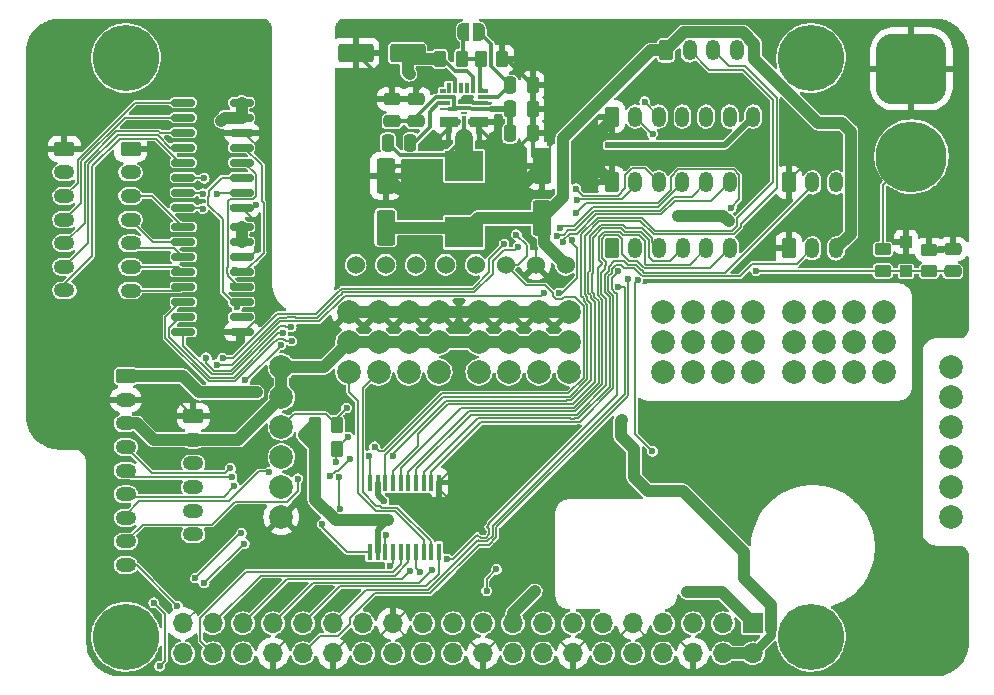
<source format=gbr>
G04 #@! TF.GenerationSoftware,KiCad,Pcbnew,(6.0.1)*
G04 #@! TF.CreationDate,2022-07-27T14:07:59-07:00*
G04 #@! TF.ProjectId,Prime Mover,5072696d-6520-44d6-9f76-65722e6b6963,rev?*
G04 #@! TF.SameCoordinates,Original*
G04 #@! TF.FileFunction,Copper,L1,Top*
G04 #@! TF.FilePolarity,Positive*
%FSLAX46Y46*%
G04 Gerber Fmt 4.6, Leading zero omitted, Abs format (unit mm)*
G04 Created by KiCad (PCBNEW (6.0.1)) date 2022-07-27 14:07:59*
%MOMM*%
%LPD*%
G01*
G04 APERTURE LIST*
G04 Aperture macros list*
%AMRoundRect*
0 Rectangle with rounded corners*
0 $1 Rounding radius*
0 $2 $3 $4 $5 $6 $7 $8 $9 X,Y pos of 4 corners*
0 Add a 4 corners polygon primitive as box body*
4,1,4,$2,$3,$4,$5,$6,$7,$8,$9,$2,$3,0*
0 Add four circle primitives for the rounded corners*
1,1,$1+$1,$2,$3*
1,1,$1+$1,$4,$5*
1,1,$1+$1,$6,$7*
1,1,$1+$1,$8,$9*
0 Add four rect primitives between the rounded corners*
20,1,$1+$1,$2,$3,$4,$5,0*
20,1,$1+$1,$4,$5,$6,$7,0*
20,1,$1+$1,$6,$7,$8,$9,0*
20,1,$1+$1,$8,$9,$2,$3,0*%
%AMFreePoly0*
4,1,20,0.000000,0.744959,0.073905,0.744508,0.209726,0.703889,0.328688,0.626782,0.421226,0.519385,0.479903,0.390333,0.500000,0.250000,0.500000,-0.250000,0.499851,-0.262216,0.476331,-0.402017,0.414519,-0.529596,0.319384,-0.634700,0.198574,-0.708877,0.061801,-0.746166,0.000000,-0.745033,0.000000,-0.750000,-0.500000,-0.750000,-0.500000,0.750000,0.000000,0.750000,0.000000,0.744959,
0.000000,0.744959,$1*%
%AMFreePoly1*
4,1,22,0.500000,-0.750000,0.000000,-0.750000,0.000000,-0.745033,-0.079941,-0.743568,-0.215256,-0.701293,-0.333266,-0.622738,-0.424486,-0.514219,-0.481581,-0.384460,-0.499164,-0.250000,-0.500000,-0.250000,-0.500000,0.250000,-0.499164,0.250000,-0.499963,0.256109,-0.478152,0.396186,-0.417904,0.524511,-0.324060,0.630769,-0.204165,0.706417,-0.067858,0.745374,0.000000,0.744959,0.000000,0.750000,
0.500000,0.750000,0.500000,-0.750000,0.500000,-0.750000,$1*%
G04 Aperture macros list end*
G04 #@! TA.AperFunction,ComponentPad*
%ADD10C,1.524000*%
G04 #@! TD*
G04 #@! TA.AperFunction,SMDPad,CuDef*
%ADD11R,0.450000X1.475000*%
G04 #@! TD*
G04 #@! TA.AperFunction,SMDPad,CuDef*
%ADD12RoundRect,0.250000X-0.262500X-0.450000X0.262500X-0.450000X0.262500X0.450000X-0.262500X0.450000X0*%
G04 #@! TD*
G04 #@! TA.AperFunction,SMDPad,CuDef*
%ADD13RoundRect,0.150000X-0.825000X-0.150000X0.825000X-0.150000X0.825000X0.150000X-0.825000X0.150000X0*%
G04 #@! TD*
G04 #@! TA.AperFunction,ComponentPad*
%ADD14C,2.000000*%
G04 #@! TD*
G04 #@! TA.AperFunction,ComponentPad*
%ADD15RoundRect,0.250000X-0.350000X-0.625000X0.350000X-0.625000X0.350000X0.625000X-0.350000X0.625000X0*%
G04 #@! TD*
G04 #@! TA.AperFunction,ComponentPad*
%ADD16O,1.200000X1.750000*%
G04 #@! TD*
G04 #@! TA.AperFunction,ComponentPad*
%ADD17C,5.600000*%
G04 #@! TD*
G04 #@! TA.AperFunction,SMDPad,CuDef*
%ADD18FreePoly0,0.000000*%
G04 #@! TD*
G04 #@! TA.AperFunction,SMDPad,CuDef*
%ADD19FreePoly1,0.000000*%
G04 #@! TD*
G04 #@! TA.AperFunction,ComponentPad*
%ADD20RoundRect,0.250000X-0.625000X0.350000X-0.625000X-0.350000X0.625000X-0.350000X0.625000X0.350000X0*%
G04 #@! TD*
G04 #@! TA.AperFunction,ComponentPad*
%ADD21O,1.750000X1.200000*%
G04 #@! TD*
G04 #@! TA.AperFunction,SMDPad,CuDef*
%ADD22R,3.200000X2.650000*%
G04 #@! TD*
G04 #@! TA.AperFunction,SMDPad,CuDef*
%ADD23RoundRect,0.250000X0.450000X-0.262500X0.450000X0.262500X-0.450000X0.262500X-0.450000X-0.262500X0*%
G04 #@! TD*
G04 #@! TA.AperFunction,SMDPad,CuDef*
%ADD24RoundRect,0.250000X-0.450000X0.262500X-0.450000X-0.262500X0.450000X-0.262500X0.450000X0.262500X0*%
G04 #@! TD*
G04 #@! TA.AperFunction,ComponentPad*
%ADD25R,1.700000X1.700000*%
G04 #@! TD*
G04 #@! TA.AperFunction,ComponentPad*
%ADD26O,1.700000X1.700000*%
G04 #@! TD*
G04 #@! TA.AperFunction,ComponentPad*
%ADD27C,6.000000*%
G04 #@! TD*
G04 #@! TA.AperFunction,ComponentPad*
%ADD28RoundRect,1.500000X-1.500000X1.500000X-1.500000X-1.500000X1.500000X-1.500000X1.500000X1.500000X0*%
G04 #@! TD*
G04 #@! TA.AperFunction,SMDPad,CuDef*
%ADD29R,0.500000X0.350000*%
G04 #@! TD*
G04 #@! TA.AperFunction,SMDPad,CuDef*
%ADD30R,0.600000X0.250000*%
G04 #@! TD*
G04 #@! TA.AperFunction,SMDPad,CuDef*
%ADD31R,0.450000X0.875000*%
G04 #@! TD*
G04 #@! TA.AperFunction,SMDPad,CuDef*
%ADD32R,0.300000X0.875000*%
G04 #@! TD*
G04 #@! TA.AperFunction,SMDPad,CuDef*
%ADD33R,0.875000X0.300000*%
G04 #@! TD*
G04 #@! TA.AperFunction,SMDPad,CuDef*
%ADD34R,1.525000X0.250000*%
G04 #@! TD*
G04 #@! TA.AperFunction,SMDPad,CuDef*
%ADD35R,1.525000X0.950000*%
G04 #@! TD*
G04 #@! TA.AperFunction,SMDPad,CuDef*
%ADD36R,0.450000X0.600000*%
G04 #@! TD*
G04 #@! TA.AperFunction,SMDPad,CuDef*
%ADD37R,0.300000X1.650000*%
G04 #@! TD*
G04 #@! TA.AperFunction,SMDPad,CuDef*
%ADD38R,1.000000X1.000000*%
G04 #@! TD*
G04 #@! TA.AperFunction,SMDPad,CuDef*
%ADD39RoundRect,0.250000X0.475000X-0.250000X0.475000X0.250000X-0.475000X0.250000X-0.475000X-0.250000X0*%
G04 #@! TD*
G04 #@! TA.AperFunction,SMDPad,CuDef*
%ADD40RoundRect,0.250000X-0.250000X-0.475000X0.250000X-0.475000X0.250000X0.475000X-0.250000X0.475000X0*%
G04 #@! TD*
G04 #@! TA.AperFunction,SMDPad,CuDef*
%ADD41RoundRect,0.250000X1.250000X0.550000X-1.250000X0.550000X-1.250000X-0.550000X1.250000X-0.550000X0*%
G04 #@! TD*
G04 #@! TA.AperFunction,SMDPad,CuDef*
%ADD42RoundRect,0.250000X0.550000X-1.250000X0.550000X1.250000X-0.550000X1.250000X-0.550000X-1.250000X0*%
G04 #@! TD*
G04 #@! TA.AperFunction,ViaPad*
%ADD43C,0.600000*%
G04 #@! TD*
G04 #@! TA.AperFunction,Conductor*
%ADD44C,0.150000*%
G04 #@! TD*
G04 #@! TA.AperFunction,Conductor*
%ADD45C,0.500000*%
G04 #@! TD*
G04 #@! TA.AperFunction,Conductor*
%ADD46C,1.000000*%
G04 #@! TD*
G04 #@! TA.AperFunction,Conductor*
%ADD47C,0.750000*%
G04 #@! TD*
G04 #@! TA.AperFunction,Conductor*
%ADD48C,0.200000*%
G04 #@! TD*
G04 #@! TA.AperFunction,Conductor*
%ADD49C,0.350000*%
G04 #@! TD*
G04 #@! TA.AperFunction,Conductor*
%ADD50C,1.500000*%
G04 #@! TD*
G04 APERTURE END LIST*
D10*
X18225000Y7000000D03*
X15685000Y7000000D03*
X13145000Y7000000D03*
X10605000Y7000000D03*
X8065000Y7000000D03*
X5525000Y7000000D03*
X2985000Y7000000D03*
X445000Y7000000D03*
D11*
X1645000Y-11442000D03*
X2295000Y-11442000D03*
X2945000Y-11442000D03*
X3595000Y-11442000D03*
X4245000Y-11442000D03*
X4895000Y-11442000D03*
X5545000Y-11442000D03*
X6195000Y-11442000D03*
X6845000Y-11442000D03*
X7495000Y-11442000D03*
X7495000Y-17318000D03*
X6845000Y-17318000D03*
X6195000Y-17318000D03*
X5545000Y-17318000D03*
X4895000Y-17318000D03*
X4245000Y-17318000D03*
X3595000Y-17318000D03*
X2945000Y-17318000D03*
X2295000Y-17318000D03*
X1645000Y-17318000D03*
D12*
X-2992500Y-8570000D03*
X-1167500Y-8570000D03*
D13*
X-14155000Y20725000D03*
X-14155000Y19455000D03*
X-14155000Y18185000D03*
X-14155000Y16915000D03*
X-14155000Y15645000D03*
X-14155000Y14375000D03*
X-14155000Y13105000D03*
X-14155000Y11835000D03*
X-9205000Y11835000D03*
X-9205000Y13105000D03*
X-9205000Y14375000D03*
X-9205000Y15645000D03*
X-9205000Y16915000D03*
X-9205000Y18185000D03*
X-9205000Y19455000D03*
X-9205000Y20725000D03*
D14*
X-130000Y3000000D03*
X-130000Y460000D03*
X-130000Y-2080000D03*
X2410000Y3000000D03*
X2410000Y460000D03*
X2410000Y-2080000D03*
X4950000Y3000000D03*
X4950000Y460000D03*
X4950000Y-2080000D03*
X7490000Y3000000D03*
X7490000Y460000D03*
X7490000Y-2080000D03*
X10890000Y3000000D03*
X10890000Y460000D03*
X10890000Y-2080000D03*
X13430000Y3000000D03*
X13430000Y460000D03*
X13430000Y-2080000D03*
X15970000Y3000000D03*
X15970000Y460000D03*
X15970000Y-2080000D03*
X18510000Y3000000D03*
X18510000Y460000D03*
X18510000Y-2080000D03*
X26495000Y3000000D03*
X26495000Y460000D03*
X26495000Y-2080000D03*
X29035000Y3000000D03*
X29035000Y460000D03*
X29035000Y-2080000D03*
X31575000Y3000000D03*
X31575000Y460000D03*
X31575000Y-2080000D03*
X34115000Y3000000D03*
X34115000Y460000D03*
X34115000Y-2080000D03*
X37515000Y3000000D03*
X37515000Y460000D03*
X37515000Y-2080000D03*
X40055000Y3000000D03*
X40055000Y460000D03*
X40055000Y-2080000D03*
X42595000Y3000000D03*
X42595000Y460000D03*
X42595000Y-2080000D03*
X45135000Y3000000D03*
X45135000Y460000D03*
X45135000Y-2080000D03*
X-5850000Y-1650000D03*
X-5850000Y-4190000D03*
X-5850000Y-6730000D03*
X-5850000Y-9270000D03*
X-5850000Y-11810000D03*
X-5850000Y-14350000D03*
X50850000Y-1650000D03*
X50850000Y-4190000D03*
X50850000Y-6730000D03*
X50850000Y-9270000D03*
X50850000Y-11810000D03*
X50850000Y-14350000D03*
D15*
X22130000Y8390000D03*
D16*
X24130000Y8390000D03*
X26130000Y8390000D03*
X28130000Y8390000D03*
X30130000Y8390000D03*
X32130000Y8390000D03*
D15*
X22110000Y13970000D03*
D16*
X24110000Y13970000D03*
X26110000Y13970000D03*
X28110000Y13970000D03*
X30110000Y13970000D03*
X32110000Y13970000D03*
D17*
X39000000Y-24500000D03*
X-19000000Y-24500000D03*
X39000000Y24500000D03*
X-19000000Y24500000D03*
D18*
X10870000Y26710000D03*
D19*
X9570000Y26710000D03*
D20*
X-19020000Y-2430000D03*
D21*
X-19020000Y-4430000D03*
X-19020000Y-6430000D03*
X-19020000Y-8430000D03*
X-19020000Y-10430000D03*
X-19020000Y-12430000D03*
X-19020000Y-14430000D03*
X-19020000Y-16430000D03*
X-19020000Y-18430000D03*
D22*
X9620000Y15360000D03*
X9620000Y9760000D03*
D13*
X-14155000Y10205000D03*
X-14155000Y8935000D03*
X-14155000Y7665000D03*
X-14155000Y6395000D03*
X-14155000Y5125000D03*
X-14155000Y3855000D03*
X-14155000Y2585000D03*
X-14155000Y1315000D03*
X-9205000Y1315000D03*
X-9205000Y2585000D03*
X-9205000Y3855000D03*
X-9205000Y5125000D03*
X-9205000Y6395000D03*
X-9205000Y7665000D03*
X-9205000Y8935000D03*
X-9205000Y10205000D03*
D12*
X-2982500Y-6570000D03*
X-1157500Y-6570000D03*
X12862500Y24440000D03*
X11037500Y24440000D03*
X9412500Y24450000D03*
X7587500Y24450000D03*
D23*
X49000000Y6457500D03*
X49000000Y8282500D03*
D24*
X45060000Y6470000D03*
X45060000Y8295000D03*
D25*
X34080000Y-23350000D03*
D26*
X34080000Y-25890000D03*
X31540000Y-23350000D03*
X31540000Y-25890000D03*
X29000000Y-23350000D03*
X29000000Y-25890000D03*
X26460000Y-23350000D03*
X26460000Y-25890000D03*
X23920000Y-23350000D03*
X23920000Y-25890000D03*
X21380000Y-23350000D03*
X21380000Y-25890000D03*
X18840000Y-23350000D03*
X18840000Y-25890000D03*
X16300000Y-23350000D03*
X16300000Y-25890000D03*
X13760000Y-23350000D03*
X13760000Y-25890000D03*
X11220000Y-23350000D03*
X11220000Y-25890000D03*
X8680000Y-23350000D03*
X8680000Y-25890000D03*
X6140000Y-23350000D03*
X6140000Y-25890000D03*
X3600000Y-23350000D03*
X3600000Y-25890000D03*
X1060000Y-23350000D03*
X1060000Y-25890000D03*
X-1480000Y-23350000D03*
X-1480000Y-25890000D03*
X-4020000Y-23350000D03*
X-4020000Y-25890000D03*
X-6560000Y-23350000D03*
X-6560000Y-25890000D03*
X-9100000Y-23350000D03*
X-9100000Y-25890000D03*
X-11640000Y-23350000D03*
X-11640000Y-25890000D03*
X-14180000Y-23350000D03*
X-14180000Y-25890000D03*
D16*
X34110000Y19550000D03*
X32110000Y19550000D03*
X30110000Y19550000D03*
X28110000Y19550000D03*
X26110000Y19550000D03*
X24110000Y19550000D03*
D15*
X22110000Y19550000D03*
D21*
X-18620000Y4820000D03*
X-18620000Y6820000D03*
X-18620000Y8820000D03*
X-18620000Y10820000D03*
X-18620000Y12820000D03*
X-18620000Y14820000D03*
D20*
X-18620000Y16820000D03*
D15*
X37110000Y8390000D03*
D16*
X39110000Y8390000D03*
X41110000Y8390000D03*
D15*
X37110000Y13970000D03*
D16*
X39110000Y13970000D03*
X41110000Y13970000D03*
D15*
X26720000Y25150000D03*
D16*
X28720000Y25150000D03*
X30720000Y25150000D03*
X32720000Y25150000D03*
D27*
X47500000Y16160000D03*
D28*
X47500000Y23600000D03*
D20*
X-13310000Y-5820000D03*
D21*
X-13310000Y-7820000D03*
X-13310000Y-9820000D03*
X-13310000Y-11820000D03*
X-13310000Y-13820000D03*
X-13310000Y-15820000D03*
D20*
X-24210000Y16830000D03*
D21*
X-24210000Y14830000D03*
X-24210000Y12830000D03*
X-24210000Y10830000D03*
X-24210000Y8830000D03*
X-24210000Y6830000D03*
X-24210000Y4830000D03*
D29*
X11430000Y21695000D03*
D30*
X9630000Y19820000D03*
D29*
X7830000Y21695000D03*
D31*
X8305000Y21958000D03*
D32*
X8880000Y21958000D03*
X9380000Y21958000D03*
X9880000Y21958000D03*
X10380000Y21958000D03*
D31*
X10955000Y21957000D03*
D33*
X11242000Y21170000D03*
X11242000Y20670000D03*
D34*
X10918000Y20170000D03*
D35*
X10917000Y19120000D03*
D36*
X10955000Y18345000D03*
D37*
X9630000Y18870000D03*
D36*
X8305000Y18345000D03*
D35*
X8343000Y19120000D03*
D34*
X8342000Y20170000D03*
D33*
X8017000Y20670000D03*
X8017000Y21170000D03*
D38*
X47030000Y6450000D03*
X47030000Y8950000D03*
D39*
X3510000Y19140000D03*
X3510000Y21040000D03*
D40*
X15420000Y20180000D03*
X13520000Y20180000D03*
D41*
X440000Y24930000D03*
X4840000Y24930000D03*
D40*
X15420000Y18140000D03*
X13520000Y18140000D03*
D42*
X16260000Y15350000D03*
X16260000Y10950000D03*
D39*
X5550000Y21040000D03*
X5550000Y19140000D03*
D42*
X2980000Y14530000D03*
X2980000Y10130000D03*
D40*
X13520000Y22200000D03*
X15420000Y22200000D03*
D39*
X50990000Y6440000D03*
X50990000Y8340000D03*
D40*
X5080000Y17330000D03*
X3180000Y17330000D03*
D43*
X34350000Y6470000D03*
X16389662Y4608582D03*
X17640000Y4610000D03*
X18790000Y9120000D03*
X-12210000Y-860000D03*
X-12500000Y11760000D03*
X19120000Y11400000D03*
X32240000Y11840000D03*
X-690000Y21070000D03*
X-680000Y26940000D03*
X8350000Y27360000D03*
X12070000Y27280000D03*
X14830000Y23970000D03*
X16890000Y21010000D03*
X23830000Y17850000D03*
X33050000Y20920000D03*
X28860000Y20930000D03*
X30490000Y18060000D03*
X25790000Y15830000D03*
X31910000Y15950000D03*
X34310000Y13730000D03*
X34930000Y17540000D03*
X36990000Y17180000D03*
X43060000Y7390000D03*
X44030000Y13970000D03*
X43800000Y11450000D03*
X41020000Y10590000D03*
X33760000Y9560000D03*
X47780000Y-21760000D03*
X33190000Y-9100000D03*
X-9840000Y-9170000D03*
X-4330000Y-8570000D03*
X-4210000Y-12910000D03*
X810000Y-27370000D03*
X4820000Y-27320000D03*
X20380000Y-27260000D03*
X25110000Y-27200000D03*
X35790000Y-27070000D03*
X51350000Y-17710000D03*
X50350000Y-26520000D03*
X21260000Y27140000D03*
X35580000Y27080000D03*
X43000000Y26690000D03*
X42100000Y22010000D03*
X50680000Y19200000D03*
X45870000Y11030000D03*
X50600000Y10560000D03*
X51290000Y5030000D03*
X48390000Y1380000D03*
X47520000Y-5200000D03*
X33920000Y-4920000D03*
X40240000Y-8920000D03*
X46530000Y-15410000D03*
X42190000Y-22250000D03*
X33430000Y-15460000D03*
X21730000Y-6900000D03*
X26780000Y-8520000D03*
X25250000Y-5100000D03*
X5030000Y-12930000D03*
X7320000Y-15730000D03*
X7640000Y-13490000D03*
X9820000Y-13410000D03*
X11850000Y-13510000D03*
X16810000Y-14680000D03*
X16740000Y-19750000D03*
X14300000Y-15910000D03*
X-4230000Y-2920000D03*
X-1140000Y-4120000D03*
X2580000Y-5670000D03*
X5820000Y-4070000D03*
X8940000Y-1000000D03*
X6720000Y8180000D03*
X12040000Y12160000D03*
X12230000Y15420000D03*
X16360000Y26460000D03*
X6010000Y26900000D03*
X-220000Y16480000D03*
X-250000Y8720000D03*
X-25650000Y25800000D03*
X-24450000Y21060000D03*
X-14450000Y23920000D03*
X-8710000Y23350000D03*
X-11790000Y15670000D03*
X-16460000Y14770000D03*
X-16780000Y11110000D03*
X-26000000Y13790000D03*
X-26150000Y6410000D03*
X-12440000Y3280000D03*
X-16430000Y1480000D03*
X-24070000Y950000D03*
X-25350000Y-4600000D03*
X-21530000Y-8590000D03*
X-21530000Y-13500000D03*
X-17780000Y-20550000D03*
X-14950000Y-16800000D03*
X-7720000Y-17510000D03*
X-1510000Y-17950000D03*
X12160000Y9640000D03*
X16100000Y13150000D03*
X16910000Y17280000D03*
X19670000Y17800000D03*
X19660000Y21040000D03*
X22040000Y24310000D03*
X41020000Y17880000D03*
X-2390000Y-14950000D03*
X-942413Y-10995728D03*
X-860000Y-13680000D03*
X-4443438Y-11104500D03*
X-1688061Y-10919817D03*
X-6860000Y-10580000D03*
X-190000Y-7570000D03*
X2850000Y-13030000D03*
X-56935Y-9430547D03*
X-3930000Y-7430000D03*
X-10920000Y19170000D03*
X-9205000Y8935000D03*
X22980000Y-6140000D03*
X-330000Y-5110000D03*
X12480000Y-7090000D03*
X32010000Y10690000D03*
X27720000Y11140000D03*
X23520000Y5810000D03*
X15630000Y-20640000D03*
X28500000Y-20720000D03*
X-7940000Y-3810000D03*
X24006143Y-10980489D03*
X3140000Y-14650000D03*
X-3810000Y-320000D03*
X11240408Y-15599500D03*
X12362127Y-16808439D03*
X24920000Y20820000D03*
X-8909606Y-2787850D03*
X-5896282Y204500D03*
X14046656Y9555500D03*
X19110000Y13430000D03*
X13010878Y8769122D03*
X19140000Y12460000D03*
X14169122Y8506499D03*
X17729948Y10120094D03*
X17483019Y9412435D03*
X18036179Y8906700D03*
X-5740000Y1253501D03*
X-4979743Y545891D03*
X-5019447Y1745734D03*
X-9440000Y690000D03*
X-11338263Y-1450503D03*
X-10824831Y-904480D03*
X-12500000Y13020000D03*
X-12380000Y14320000D03*
X-9204999Y2585000D03*
X21800000Y17140000D03*
X25585500Y18089500D03*
X22657394Y5140850D03*
X24317767Y5713713D03*
X25570000Y-8790000D03*
X22681325Y6454839D03*
X-9234500Y-15723182D03*
X-8980000Y-16610000D03*
X-13120000Y-19530000D03*
X-12380000Y-19950000D03*
X-1229122Y-9719122D03*
X2040000Y-8410000D03*
X-12570000Y17500000D03*
X-6960000Y12620000D03*
X-7980000Y12070000D03*
X-7880000Y8280000D03*
X-7280000Y6890000D03*
X-9710000Y-5600000D03*
X-10160000Y-10210000D03*
X-9833522Y-11760000D03*
X-10020000Y-11000000D03*
X-9617948Y3427456D03*
X-9917458Y5238860D03*
X-9760000Y6540000D03*
X-11314719Y13000047D03*
X-16150000Y-26990000D03*
X-16660000Y-21610000D03*
X-14650000Y-21890000D03*
X2994500Y-15846952D03*
X11530000Y-20604500D03*
X12360000Y-18790000D03*
X11450000Y-18280000D03*
X8180000Y-17910000D03*
X6880000Y-18830000D03*
X5850000Y-18980000D03*
X-12690000Y-21560000D03*
X-5310000Y-24620000D03*
X3382897Y-18485347D03*
X5020000Y-18920000D03*
X5070000Y10130000D03*
X5010000Y23160000D03*
X13520000Y20180000D03*
X1553169Y-9175500D03*
X3575058Y-9190269D03*
X7070000Y15370000D03*
X7600000Y23120000D03*
X11880000Y17580000D03*
X7410000Y17610000D03*
X9630000Y20960000D03*
D44*
X-4802190Y2270234D02*
X-4741956Y2210000D01*
X-5960000Y2210000D02*
X-5296938Y2210000D01*
X-4741956Y2210000D02*
X-2651721Y2210000D01*
X-721722Y4139999D02*
X-716428Y4140000D01*
X-10140000Y-1980000D02*
X-5960000Y2200000D01*
X-5296938Y2210000D02*
X-5236704Y2270234D01*
X-716428Y4140000D02*
X-475450Y4380978D01*
X-5236704Y2270234D02*
X-4802190Y2270234D01*
X-475450Y4380978D02*
X16162058Y4380978D01*
X-5960000Y2200000D02*
X-5960000Y2210000D01*
X16162058Y4380978D02*
X16389662Y4608582D01*
X-2651721Y2210000D02*
X-721722Y4139999D01*
X-11580000Y-1980000D02*
X-10140000Y-1980000D01*
X45060000Y6470000D02*
X34350000Y6470000D01*
X17880000Y4610000D02*
X19170000Y5900000D01*
X17640000Y4610000D02*
X17880000Y4610000D01*
X19120000Y11400000D02*
X19960000Y12240000D01*
X19960000Y12240000D02*
X26000000Y12240000D01*
X26000000Y12240000D02*
X27110000Y13350000D01*
X27110000Y13350000D02*
X27110000Y14411047D01*
X32934520Y12534520D02*
X32240000Y11840000D01*
X32451047Y15070000D02*
X32934520Y14586527D01*
X27768953Y15070000D02*
X32451047Y15070000D01*
X32934520Y14586527D02*
X32934520Y12534520D01*
X27110000Y14411047D02*
X27768953Y15070000D01*
X-11870000Y-1690000D02*
X-11580000Y-1980000D01*
X-11870000Y-1690000D02*
X-12210000Y-1350000D01*
X-12210000Y-1350000D02*
X-12210000Y-860000D01*
X-12575000Y11835000D02*
X-12500000Y11760000D01*
X-14155000Y11835000D02*
X-12575000Y11835000D01*
X19211511Y5941511D02*
X19211511Y8388489D01*
X19170000Y5900000D02*
X19211511Y5941511D01*
X19211511Y8388489D02*
X18720000Y8880000D01*
X18720000Y8880000D02*
X18720000Y9050000D01*
X18720000Y9050000D02*
X18790000Y9120000D01*
X17853376Y10243522D02*
X17729948Y10120094D01*
X18893522Y10243522D02*
X17853376Y10243522D01*
X20540000Y11890000D02*
X18893522Y10243522D01*
X26073572Y11890000D02*
X20540000Y11890000D01*
X18036179Y9107937D02*
X18036179Y8906700D01*
X19159053Y9644501D02*
X18572743Y9644501D01*
X26331205Y11290489D02*
X20805041Y11290489D01*
X27468530Y12427814D02*
X26331205Y11290489D01*
X30567814Y12427814D02*
X27468530Y12427814D01*
X32110000Y13970000D02*
X30567814Y12427814D01*
X17629605Y9559021D02*
X17483019Y9412435D01*
X18063691Y9559021D02*
X17629605Y9559021D01*
X18448681Y9944011D02*
X18063691Y9559021D01*
X28110000Y13970000D02*
X28110000Y13926428D01*
X19017583Y9944011D02*
X18448681Y9944011D01*
X20663572Y11590000D02*
X19017583Y9944011D01*
X18572743Y9644501D02*
X18036179Y9107937D01*
X20805041Y11290489D02*
X19159053Y9644501D01*
X28884510Y12744510D02*
X27361654Y12744510D01*
X30110000Y13970000D02*
X28884510Y12744510D01*
X26207144Y11590000D02*
X20663572Y11590000D01*
X27361654Y12744510D02*
X26207144Y11590000D01*
X28110000Y13926428D02*
X26073572Y11890000D01*
D45*
X2295000Y-15495000D02*
X3140000Y-14650000D01*
X2295000Y-17318000D02*
X2295000Y-15495000D01*
D44*
X2945000Y-15896452D02*
X2994500Y-15846952D01*
X2945000Y-17318000D02*
X2945000Y-15896452D01*
X-56935Y-9466935D02*
X-56935Y-9430547D01*
X-1020000Y-10430000D02*
X-56935Y-9466935D01*
X-1198244Y-10430000D02*
X-1020000Y-10430000D01*
X-1688061Y-10919817D02*
X-1198244Y-10430000D01*
X-870000Y-13680000D02*
X-942413Y-13607587D01*
X-860000Y-13680000D02*
X-870000Y-13680000D01*
X-942413Y-13607587D02*
X-942413Y-10995728D01*
X-4443438Y-12135159D02*
X-4443438Y-11104500D01*
X-5368279Y-13060000D02*
X-4443438Y-12135159D01*
X-9760000Y-13060000D02*
X-5368279Y-13060000D01*
X-11695480Y-14995480D02*
X-9760000Y-13060000D01*
X-19020000Y-16430000D02*
X-17585480Y-14995480D01*
X-17585480Y-14995480D02*
X-11695480Y-14995480D01*
X3600000Y-19010000D02*
X4245000Y-18365000D01*
X-12714511Y-22904922D02*
X-8819589Y-19010000D01*
X-8819589Y-19010000D02*
X3600000Y-19010000D01*
X-12714511Y-24815489D02*
X-12714511Y-22904922D01*
X4245000Y-18365000D02*
X4245000Y-17318000D01*
X-11640000Y-25890000D02*
X-12714511Y-24815489D01*
X3595000Y-18273244D02*
X3382897Y-18485347D01*
X3595000Y-17318000D02*
X3595000Y-18273244D01*
X16490104Y5249896D02*
X14895104Y5249896D01*
X17115499Y4624501D02*
X16490104Y5249896D01*
X18984341Y4260000D02*
X18081758Y4260000D01*
X19734511Y3509830D02*
X18984341Y4260000D01*
X19734511Y-2587210D02*
X19734511Y3509830D01*
X18438596Y-3883125D02*
X19734511Y-2587210D01*
X14895104Y5249896D02*
X13145000Y7000000D01*
X18048713Y-3883125D02*
X18438596Y-3883125D01*
X18048703Y-3883134D02*
X18048713Y-3883125D01*
X18048691Y-3883134D02*
X18048703Y-3883134D01*
X18045987Y-3885688D02*
X18048691Y-3883134D01*
X18042708Y-3885567D02*
X18045987Y-3885688D01*
X18038027Y-3889913D02*
X18042708Y-3885567D01*
X18031636Y-3889912D02*
X18038027Y-3889913D01*
X18031610Y-3889938D02*
X18031636Y-3889912D01*
X17907257Y4085499D02*
X17422743Y4085499D01*
X18031574Y-3889938D02*
X18031610Y-3889938D01*
X18031559Y-3889953D02*
X18031574Y-3889938D01*
X18031525Y-3889966D02*
X18031537Y-3889954D01*
X17422743Y4085499D02*
X17115499Y4392743D01*
X18031427Y-3889997D02*
X18031456Y-3889968D01*
X2799997Y-8800000D02*
X7709999Y-3889998D01*
X2430000Y-8800000D02*
X2799997Y-8800000D01*
X2040000Y-8410000D02*
X2430000Y-8800000D01*
X7709999Y-3889998D02*
X18031427Y-3889997D01*
X18031456Y-3889968D02*
X18031525Y-3889966D01*
X18081758Y4260000D02*
X17907257Y4085499D01*
X17115499Y4392743D02*
X17115499Y4624501D01*
X18031537Y-3889954D02*
X18031559Y-3889953D01*
D46*
X14295489Y13385489D02*
X4124511Y13385489D01*
X16260000Y15350000D02*
X14295489Y13385489D01*
X4124511Y13385489D02*
X2980000Y14530000D01*
X10830363Y10970363D02*
X9620000Y9760000D01*
X16239637Y10970363D02*
X10830363Y10970363D01*
X16260000Y10950000D02*
X16239637Y10970363D01*
D44*
X12800000Y9640000D02*
X12160000Y9640000D01*
X13240000Y10080000D02*
X12800000Y9640000D01*
X13907244Y8244621D02*
X14169122Y8506499D01*
X12994483Y8244621D02*
X13907244Y8244621D01*
X10474062Y4680490D02*
X12029511Y6235939D01*
X-599511Y4680489D02*
X10474062Y4680490D01*
X-840490Y4439510D02*
X-599511Y4680489D01*
X-884062Y4439510D02*
X-840490Y4439510D01*
X-2813572Y2510000D02*
X-884062Y4439510D01*
X-4618384Y2510000D02*
X-2813572Y2510000D01*
X-4678128Y2569744D02*
X-4618384Y2510000D01*
X-5360765Y2569745D02*
X-4678128Y2569744D01*
X-6083572Y2510000D02*
X-5420510Y2510000D01*
X-6259511Y2334061D02*
X-6083572Y2510000D01*
X-6259511Y2330489D02*
X-6259511Y2334061D01*
X-10040503Y-1450503D02*
X-6259511Y2330489D01*
X-5420510Y2510000D02*
X-5360765Y2569745D01*
X11730000Y7488244D02*
X13010878Y8769122D01*
X-730000Y4980000D02*
X10350000Y4980000D01*
X-2927144Y2820000D02*
X-1007144Y4740000D01*
X-4504812Y2820000D02*
X-2927144Y2820000D01*
X-4554066Y2869254D02*
X-4504812Y2820000D01*
X-5534082Y2820000D02*
X-5484825Y2869256D01*
X-6197144Y2820000D02*
X-5534082Y2820000D01*
X12029511Y6235939D02*
X12029511Y7279649D01*
X-6559021Y2458123D02*
X-6197144Y2820000D01*
X-5484825Y2869256D02*
X-4554066Y2869254D01*
X-6559022Y2456327D02*
X-6559021Y2458123D01*
X-10824831Y-904480D02*
X-9919829Y-904480D01*
X-11338263Y-1450503D02*
X-10040503Y-1450503D01*
X-970000Y4740000D02*
X-730000Y4980000D01*
X10350000Y4980000D02*
X11730000Y6360000D01*
X-9919829Y-904480D02*
X-6559022Y2456327D01*
X12029511Y7279649D02*
X12994483Y8244621D01*
X-1007144Y4740000D02*
X-970000Y4740000D01*
X11730000Y6360000D02*
X11730000Y7488244D01*
X14658928Y10080000D02*
X13240000Y10080000D01*
X15685000Y9053928D02*
X14658928Y10080000D01*
X15685000Y7000000D02*
X15685000Y9053928D01*
X14960000Y8642156D02*
X14046656Y9555500D01*
X14222630Y7000000D02*
X14960000Y7737370D01*
X13145000Y7000000D02*
X14222630Y7000000D01*
X14960000Y7737370D02*
X14960000Y8642156D01*
D46*
X16409511Y10800489D02*
X16409511Y8815489D01*
X16409511Y8815489D02*
X18225000Y7000000D01*
X16260000Y10950000D02*
X16409511Y10800489D01*
D44*
X16260000Y13310000D02*
X16100000Y13150000D01*
X16260000Y15350000D02*
X16260000Y13310000D01*
X20590000Y17800000D02*
X20640000Y17750000D01*
X19670000Y17800000D02*
X20590000Y17800000D01*
X16260000Y15350000D02*
X16910000Y16000000D01*
X16910000Y16000000D02*
X16910000Y17280000D01*
X18500000Y22200000D02*
X19660000Y21040000D01*
X15420000Y22200000D02*
X18500000Y22200000D01*
X19660000Y21930000D02*
X19660000Y21040000D01*
X22040000Y24310000D02*
X19660000Y21930000D01*
X37110000Y14180000D02*
X40810000Y17880000D01*
X37110000Y13970000D02*
X37110000Y14180000D01*
D46*
X42359520Y9639520D02*
X41110000Y8390000D01*
X42359520Y18275094D02*
X42359520Y9639520D01*
X41620103Y19014511D02*
X42359520Y18275094D01*
X39600103Y19014511D02*
X41620103Y19014511D01*
X34210000Y24404614D02*
X39600103Y19014511D01*
X33237568Y26674520D02*
X34210000Y25702088D01*
X28202432Y26674520D02*
X33237568Y26674520D01*
D44*
X40810000Y17880000D02*
X41020000Y17880000D01*
D46*
X26720000Y25192088D02*
X28202432Y26674520D01*
X34210000Y25702088D02*
X34210000Y24404614D01*
X26720000Y25150000D02*
X26720000Y25192088D01*
D44*
X-2390000Y-15230000D02*
X-1040000Y-16580000D01*
X-1040000Y-16580000D02*
X-1030000Y-16580000D01*
X-2390000Y-14950000D02*
X-2390000Y-15230000D01*
X-1030000Y-16580000D02*
X-292000Y-17318000D01*
X-292000Y-17318000D02*
X1645000Y-17318000D01*
D46*
X-2992500Y-12897500D02*
X-2992500Y-8570000D01*
X-1240000Y-14650000D02*
X-2992500Y-12897500D01*
X3140000Y-14650000D02*
X-1240000Y-14650000D01*
D44*
X-19020000Y-14430000D02*
X-19020000Y-14155000D01*
X-19020000Y-14155000D02*
X-17860480Y-12995480D01*
X-17860480Y-12995480D02*
X-10275480Y-12995480D01*
X-10275480Y-12995480D02*
X-7774511Y-10494511D01*
X-7675489Y-10494511D02*
X-6945489Y-10494511D01*
X-6945489Y-10494511D02*
X-6860000Y-10580000D01*
X-7774511Y-10494511D02*
X-7675489Y-10494511D01*
X-190000Y-7592500D02*
X-1167500Y-8570000D01*
X-190000Y-7570000D02*
X-190000Y-7592500D01*
D45*
X2295000Y-12475000D02*
X2850000Y-13030000D01*
X2295000Y-11442000D02*
X2295000Y-12475000D01*
D44*
X6195000Y-16305000D02*
X6195000Y-17318000D01*
X3744011Y-13854011D02*
X6195000Y-16305000D01*
X2174011Y-13854011D02*
X3744011Y-13854011D01*
X650000Y-12330000D02*
X2174011Y-13854011D01*
X650000Y-4550000D02*
X650000Y-12330000D01*
X-130000Y-3770000D02*
X650000Y-4550000D01*
X-130000Y-2080000D02*
X-130000Y-3770000D01*
X1028668Y-3461332D02*
X2410000Y-2080000D01*
X2632743Y-13554501D02*
X2467753Y-13389511D01*
X1028668Y-12237190D02*
X1028668Y-3461332D01*
X6845000Y-16430500D02*
X3969001Y-13554501D01*
X6845000Y-17318000D02*
X6845000Y-16430500D01*
X3969001Y-13554501D02*
X2632743Y-13554501D01*
X2180989Y-13389511D02*
X1028668Y-12237190D01*
X2467753Y-13389511D02*
X2180989Y-13389511D01*
X-1167500Y-8570000D02*
X-1229122Y-8631622D01*
X-1229122Y-8631622D02*
X-1229122Y-9719122D01*
D45*
X31700000Y17140000D02*
X34110000Y19550000D01*
X21800000Y17140000D02*
X31700000Y17140000D01*
D46*
X-9205000Y20725000D02*
X-9205000Y19455000D01*
X-18044613Y-6430000D02*
X-19020000Y-6430000D01*
X-16654613Y-7820000D02*
X-18044613Y-6430000D01*
X-13310000Y-7820000D02*
X-16654613Y-7820000D01*
X-2992500Y-8570000D02*
X-2992500Y-8367500D01*
X-2982500Y-8560000D02*
X-2992500Y-8570000D01*
X-2982500Y-6570000D02*
X-3070000Y-6570000D01*
X-2992500Y-8367500D02*
X-3930000Y-7430000D01*
X-3070000Y-6570000D02*
X-3930000Y-7430000D01*
X-2982500Y-6570000D02*
X-2982500Y-8560000D01*
X-2240000Y-1650000D02*
X-5850000Y-1650000D01*
X-130000Y460000D02*
X-2240000Y-1650000D01*
X2410000Y460000D02*
X4950000Y460000D01*
X10890000Y460000D02*
X13430000Y460000D01*
X15970000Y460000D02*
X18510000Y460000D01*
X-130000Y460000D02*
X2410000Y460000D01*
X7490000Y460000D02*
X10890000Y460000D01*
X13430000Y460000D02*
X15970000Y460000D01*
X4950000Y460000D02*
X7490000Y460000D01*
X-5850000Y-4190000D02*
X-9480000Y-7820000D01*
X-9480000Y-7820000D02*
X-13310000Y-7820000D01*
X-5850000Y-4190000D02*
X-5850000Y-1650000D01*
X-9205000Y19455000D02*
X-10635000Y19455000D01*
X-10635000Y19455000D02*
X-10920000Y19170000D01*
X-9205000Y10205000D02*
X-9205000Y8935000D01*
D44*
X18400077Y-4792063D02*
X18399695Y-4792445D01*
X20706459Y3808595D02*
X20706458Y-2885978D01*
X18381370Y-4797271D02*
X18381342Y-4797270D01*
X18803937Y-4788499D02*
X18515586Y-4788500D01*
X23048736Y10388052D02*
X21211263Y10388051D01*
X21211263Y10388051D02*
X20253425Y9430211D01*
X25553541Y8966459D02*
X25553540Y9254651D01*
X20153425Y4611572D02*
X20335828Y4429167D01*
X24719645Y10088542D02*
X23348246Y10088542D01*
X18393948Y-4792973D02*
X18386238Y-4792751D01*
X18515586Y-4788500D02*
X18508533Y-4795161D01*
X20253425Y6448431D02*
X20153426Y6348432D01*
X18508518Y-4795166D02*
X18400077Y-4792063D01*
X18386238Y-4792751D02*
X18381370Y-4797271D01*
X18394507Y-4792445D02*
X18393948Y-4792973D01*
X18381342Y-4797270D02*
X18381320Y-4797290D01*
X20335828Y4429167D02*
X20335827Y4179230D01*
X23348246Y10088542D02*
X23048736Y10388052D01*
X20335827Y4179230D02*
X20706459Y3808595D01*
X18508524Y-4795161D02*
X18508518Y-4795166D01*
X18251048Y-4792445D02*
X18130532Y-4792445D01*
X18130532Y-4792445D02*
X8239693Y-4792447D01*
X8239693Y-4792447D02*
X5702447Y-7329693D01*
X20153426Y6348432D02*
X20153425Y4611572D01*
X25553540Y9254651D02*
X25318672Y9489519D01*
X18381320Y-4797290D02*
X18251048Y-4792445D01*
X25318672Y9489519D02*
X24719645Y10088542D01*
X20253425Y9430211D02*
X20253425Y6448431D01*
X18399695Y-4792445D02*
X18394507Y-4792445D01*
X26130000Y8390000D02*
X25553541Y8966459D01*
X18508533Y-4795161D02*
X18508524Y-4795161D01*
X20706458Y-2885978D02*
X18803937Y-4788499D01*
X3595000Y-10421428D02*
X3595000Y-11442000D01*
X5702447Y-7329693D02*
X5702446Y-8313982D01*
X5702446Y-8313982D02*
X3595000Y-10421428D01*
D46*
X22910000Y-6210000D02*
X22980000Y-6140000D01*
X22910000Y-7540000D02*
X22910000Y-6210000D01*
X24006143Y-8636143D02*
X22910000Y-7540000D01*
X24006143Y-10980489D02*
X24006143Y-8636143D01*
D44*
X-1157500Y-6570000D02*
X-1157500Y-5937500D01*
X-1157500Y-5937500D02*
X-330000Y-5110000D01*
X12400000Y-7090000D02*
X12110000Y-6800000D01*
X12480000Y-7090000D02*
X12400000Y-7090000D01*
X7495000Y-11442000D02*
X7495000Y-11415000D01*
X7495000Y-11415000D02*
X12110000Y-6800000D01*
D46*
X31560000Y11140000D02*
X32010000Y10690000D01*
X27720000Y11140000D02*
X31560000Y11140000D01*
D44*
X18155518Y-4189478D02*
X18155488Y-4189508D01*
X18155586Y-4189477D02*
X18155518Y-4189478D01*
X18155636Y-4189448D02*
X18155620Y-4189464D01*
X18277783Y-4189464D02*
X18277617Y-4189298D01*
X20034021Y-2711272D02*
X18555829Y-4189464D01*
X20034021Y3633891D02*
X20034021Y-2711272D01*
X19736805Y3931110D02*
X20034021Y3633891D01*
X19736806Y4181047D02*
X19736805Y3931110D01*
X32734511Y10990103D02*
X32734511Y10289897D01*
X35780000Y20990000D02*
X35780000Y14035592D01*
X30370000Y23500000D02*
X33270000Y23500000D01*
X18277617Y-4189298D02*
X18164170Y-4186057D01*
X8115633Y-4492935D02*
X3575058Y-9033510D01*
X18256597Y-4492934D02*
X8115633Y-4492935D01*
X20406948Y-2761916D02*
X18679875Y-4488989D01*
X19853914Y4487511D02*
X20036317Y4305107D01*
X19853914Y9454272D02*
X19853914Y4487511D01*
X24544200Y10687560D02*
X21087201Y10687561D01*
X25665782Y9565978D02*
X24544200Y10687560D01*
X33034021Y10165835D02*
X32434164Y9565978D01*
X33034022Y10415836D02*
X33034021Y10165835D01*
X19554402Y9578334D02*
X19554402Y4363451D01*
X36090000Y13471814D02*
X33034022Y10415836D01*
X36090000Y21110000D02*
X36090000Y13471814D01*
X32070000Y23800000D02*
X33400000Y23800000D01*
X30720000Y25150000D02*
X32070000Y23800000D01*
X20406948Y3684535D02*
X20406948Y-2761916D01*
X37789510Y7069510D02*
X39110000Y8390000D01*
X34025938Y7069510D02*
X37789510Y7069510D01*
X24622769Y6150469D02*
X24743728Y6029510D01*
X33270000Y23500000D02*
X35780000Y20990000D01*
X24622732Y6150469D02*
X24622769Y6150469D01*
X24047257Y6684501D02*
X24493570Y6238188D01*
X23193421Y6684501D02*
X24047257Y6684501D01*
X22898582Y6979340D02*
X23193421Y6684501D01*
X22464069Y6979339D02*
X22898582Y6979340D01*
X22156824Y6672096D02*
X22464069Y6979339D01*
X21833382Y4799534D02*
X21833382Y6010526D01*
X19123655Y-6292714D02*
X19128841Y-6292713D01*
X19120233Y-6296136D02*
X19123655Y-6292714D01*
X19106386Y-6299568D02*
X19111600Y-6299567D01*
X19089251Y-6306467D02*
X19094242Y-6306467D01*
X19085619Y-6309896D02*
X19089251Y-6306467D01*
X19085569Y-6309895D02*
X19085619Y-6309896D01*
X19081738Y-6309819D02*
X19085532Y-6309929D01*
X19079229Y-6311781D02*
X19079776Y-6311781D01*
X19071078Y-6315236D02*
X19071095Y-6315221D01*
X19067069Y-6315025D02*
X19071078Y-6315236D01*
X19063906Y-6317872D02*
X19067069Y-6315025D01*
X21087201Y10687561D02*
X19853914Y9454272D01*
X19063865Y-6317870D02*
X19063906Y-6317872D01*
X19063834Y-6317898D02*
X19063865Y-6317870D01*
X19062921Y-6317850D02*
X19063834Y-6317898D01*
X19424283Y-6286085D02*
X22268206Y-3442162D01*
X19062139Y-6318567D02*
X19062921Y-6317850D01*
X22268206Y4364709D02*
X21833382Y4799534D01*
X19062099Y-6318565D02*
X19062139Y-6318567D01*
X19057598Y-6319671D02*
X19058904Y-6319730D01*
X19056571Y-6320544D02*
X19056625Y-6320547D01*
X19056531Y-6320580D02*
X19056571Y-6320544D01*
X19115030Y-6296137D02*
X19120233Y-6296136D01*
X19052026Y-6321353D02*
X19053974Y-6321472D01*
X19005371Y-6337966D02*
X19005450Y-6337897D01*
X19097700Y-6303009D02*
X19102946Y-6303008D01*
X19102946Y-6303008D02*
X19106386Y-6299568D01*
X19004516Y-6337908D02*
X19005371Y-6337966D01*
X19003598Y-6338611D02*
X19003667Y-6338552D01*
X18994963Y-6341368D02*
X18996824Y-6339773D01*
X18990705Y-6342727D02*
X18992558Y-6341183D01*
X18990689Y-6342732D02*
X18990696Y-6342726D01*
X18988543Y-6342537D02*
X18990689Y-6342732D01*
X18986871Y-6343896D02*
X18988543Y-6342537D01*
X18978274Y-6346456D02*
X18978297Y-6346457D01*
X18978261Y-6346467D02*
X18978274Y-6346456D01*
X18977676Y-6346402D02*
X18978261Y-6346467D01*
X18972155Y-6348304D02*
X18974853Y-6346146D01*
X18972115Y-6348300D02*
X18972155Y-6348304D01*
X18850214Y-6334814D02*
X18967853Y-6349519D01*
X18731189Y-6323993D02*
X18850214Y-6334814D01*
X19094242Y-6306467D02*
X19097700Y-6303009D01*
X18687101Y-6316666D02*
X18728954Y-6321311D01*
X6845000Y-10554500D02*
X11094500Y-6305000D01*
X21833382Y6010526D02*
X22156824Y6333968D01*
X31744021Y6329021D02*
X39110000Y13695000D01*
X24166310Y6989020D02*
X24617606Y6537724D01*
X23186633Y7278851D02*
X23476464Y6989020D01*
X21857314Y6796158D02*
X22340007Y7278851D01*
X21857313Y6478029D02*
X21857314Y6796158D01*
X21533871Y6154587D02*
X21857313Y6478029D01*
X18996171Y-5996626D02*
X18999594Y-5993203D01*
X32310103Y9865489D02*
X25789846Y9865489D01*
X18987538Y-6000057D02*
X18990969Y-5996626D01*
X18970193Y-6006944D02*
X18970212Y-6006945D01*
X18970180Y-6006957D02*
X18970193Y-6006944D01*
X19071095Y-6315221D02*
X19071116Y-6315222D01*
X18966030Y-6006837D02*
X18970180Y-6006957D01*
X18958903Y-6009400D02*
X18962946Y-6009613D01*
X18955706Y-6012270D02*
X18955715Y-6012270D01*
X19062070Y-6318592D02*
X19062099Y-6318565D01*
X18955699Y-6012276D02*
X18955706Y-6012270D01*
X19011408Y-5986574D02*
X19300168Y-5986574D01*
X18951170Y-6013962D02*
X18953155Y-6012142D01*
X18999266Y-6339995D02*
X19001153Y-6338423D01*
X18949610Y-6013894D02*
X18951170Y-6013962D01*
X18948364Y-6014969D02*
X18948399Y-6014937D01*
X18945399Y-6016002D02*
X18946671Y-6014880D01*
X18902842Y-6030472D02*
X18902857Y-6030473D01*
X18897520Y-6030516D02*
X18901715Y-6030796D01*
X18996824Y-6339773D02*
X18999266Y-6339995D01*
X18894288Y-6033209D02*
X18897520Y-6030516D01*
X19078360Y-6312563D02*
X19079229Y-6311781D01*
X18894238Y-6033224D02*
X18894259Y-6033206D01*
X18881876Y-6036930D02*
X18881900Y-6036933D01*
X18881858Y-6036945D02*
X18881876Y-6036930D01*
X19003667Y-6338552D02*
X19003758Y-6338559D01*
X18753902Y-6022728D02*
X18881858Y-6036945D01*
X18713598Y-6018255D02*
X18753902Y-6022728D01*
X18651574Y-6011372D02*
X18654128Y-6014291D01*
X18645096Y-6010653D02*
X18651574Y-6011372D01*
X18450690Y-6000727D02*
X18574634Y-6005954D01*
X18327764Y-5995542D02*
X18327824Y-5995607D01*
X18326725Y-5994506D02*
X18327673Y-5995538D01*
X19003758Y-6338559D02*
X19004516Y-6337908D01*
X19001153Y-6338423D02*
X19003598Y-6338611D01*
X18216570Y-5990844D02*
X18326725Y-5994506D01*
X10759009Y-5990491D02*
X18205573Y-5990489D01*
X24668264Y10987071D02*
X20963139Y10987071D01*
X6195000Y-10554500D02*
X10759009Y-5990491D01*
X18999594Y-5993203D02*
X19004779Y-5993203D01*
X6195000Y-11442000D02*
X6195000Y-10554500D01*
X10182092Y-5690980D02*
X5545000Y-10328072D01*
X32985938Y6029510D02*
X34025938Y7069510D01*
X18225875Y-5690978D02*
X10182092Y-5690980D01*
X18226168Y-5691291D02*
X18225875Y-5690978D01*
X18349615Y-5695469D02*
X18226635Y-5691502D01*
X18555829Y-4189464D02*
X18277783Y-4189464D01*
X18463542Y-5700755D02*
X18358249Y-5695761D01*
X18962946Y-6009613D02*
X18966030Y-6006837D01*
X18464246Y-5701521D02*
X18463542Y-5700755D01*
X18586645Y-5706621D02*
X18464246Y-5701521D01*
X22268206Y-3442162D02*
X22268206Y4364709D01*
X18639352Y-5709815D02*
X18586645Y-5706621D01*
X18791631Y-5725566D02*
X18673540Y-5712445D01*
X18160579Y-4189449D02*
X18155636Y-4189448D01*
X19135469Y-6286085D02*
X19424283Y-6286085D01*
X18794354Y-5723387D02*
X18791631Y-5725566D01*
X18358249Y-5695761D02*
X18349615Y-5695469D01*
X18797827Y-5723703D02*
X18794354Y-5723387D01*
X18797837Y-5723695D02*
X18797827Y-5723703D01*
X18679875Y-4488989D02*
X18260542Y-4488989D01*
X18799706Y-5722151D02*
X18797852Y-5723696D01*
X18802113Y-5722336D02*
X18799706Y-5722151D01*
X18327673Y-5995538D02*
X18327764Y-5995542D01*
X19060236Y-6318512D02*
X19062070Y-6318592D01*
X18990969Y-5996626D02*
X18996171Y-5996626D01*
X18818600Y-5708205D02*
X18802113Y-5722336D01*
X18840247Y-5709334D02*
X18840235Y-5709345D01*
X18840263Y-5709335D02*
X18840247Y-5709334D01*
X18728954Y-6321311D02*
X18731189Y-6323993D01*
X19176087Y-5687064D02*
X18862534Y-5687064D01*
X21652252Y-3210900D02*
X19176087Y-5687064D01*
X18902830Y-6030482D02*
X18902842Y-6030472D01*
X21652252Y4133517D02*
X21652252Y-3210900D01*
X19055069Y-6320503D02*
X19056531Y-6320580D01*
X21234360Y4551411D02*
X21652252Y4133517D01*
X21234360Y6278651D02*
X21234360Y4551411D01*
X19050533Y-6322670D02*
X19052026Y-6321353D01*
X21557804Y6920219D02*
X21557802Y6602093D01*
X21604989Y6967406D02*
X21557804Y6920219D01*
X18881900Y-6036933D02*
X18884682Y-6034707D01*
X21604989Y7268939D02*
X21604989Y6967406D01*
X18654128Y-6014291D02*
X18713598Y-6018255D01*
X32434164Y9565978D02*
X25665782Y9565978D01*
X21305480Y7568448D02*
X21604989Y7268939D01*
X21583448Y9489520D02*
X21305481Y9211553D01*
X18946671Y-6014880D02*
X18948364Y-6014969D01*
X22954520Y9211552D02*
X22676553Y9489519D01*
X23349540Y7539516D02*
X22954520Y7934536D01*
X23350670Y7539509D02*
X23349540Y7539516D01*
X23601648Y7288531D02*
X23350670Y7539509D01*
X19128841Y-6292713D02*
X19135469Y-6286085D01*
X19554402Y4363451D02*
X19736806Y4181047D01*
X24730880Y6848020D02*
X24290369Y7288531D01*
X24931851Y6688531D02*
X24772362Y6848020D01*
X25055948Y6988042D02*
X28728042Y6988042D01*
X24954520Y7089470D02*
X25055948Y6988042D01*
X24954520Y9006527D02*
X24954520Y7089470D01*
X18888055Y-6035082D02*
X18890771Y-6032909D01*
X21459387Y9789031D02*
X22800614Y9789030D01*
X18618820Y-6008632D02*
X18645096Y-6010653D01*
X19074307Y-6312350D02*
X19078360Y-6312563D01*
X21005970Y9335614D02*
X21459387Y9789031D01*
X11094500Y-6305000D02*
X18512102Y-6305000D01*
X21005969Y7444387D02*
X21005970Y9335614D01*
X18327824Y-5995607D02*
X18450690Y-6000727D01*
X21305480Y7144876D02*
X21005969Y7444387D01*
X19056625Y-6320547D02*
X19057598Y-6319671D01*
X21305480Y7091469D02*
X21305480Y7144876D01*
X18902857Y-6030473D02*
X18921482Y-6014507D01*
X20934849Y4427350D02*
X20934849Y6720838D01*
X21305480Y4056719D02*
X20934849Y4427350D01*
X21305480Y-3134100D02*
X21305480Y4056719D01*
X33400000Y23800000D02*
X36090000Y21110000D01*
X18763286Y-5387552D02*
X19052027Y-5387553D01*
X19004779Y-5993203D02*
X19011408Y-5986574D01*
X24535013Y6238188D02*
X24622732Y6150469D01*
X18756656Y-5394182D02*
X18763286Y-5387552D01*
X18205573Y-5990489D02*
X18216570Y-5990844D01*
X19050489Y-6322685D02*
X19050508Y-6322668D01*
X18751471Y-5394182D02*
X18756656Y-5394182D01*
X18748048Y-5397605D02*
X18751471Y-5394182D01*
X19005554Y-6337904D02*
X19005988Y-6337524D01*
X18743049Y-5397605D02*
X18748048Y-5397605D01*
X18739415Y-5401036D02*
X18743049Y-5397605D01*
X18739401Y-5401036D02*
X18739415Y-5401036D01*
X18901715Y-6030796D02*
X18902135Y-6030429D01*
X18739391Y-5401045D02*
X18739401Y-5401036D01*
X19005988Y-6337524D02*
X19006720Y-6337573D01*
X18715041Y-5402822D02*
X18732109Y-5403720D01*
X18701395Y-5414186D02*
X18701404Y-5414187D01*
X18605873Y-5405510D02*
X18701388Y-5414192D01*
X32734511Y10289897D02*
X32310103Y9865489D01*
X18605822Y-5405557D02*
X18605873Y-5405510D01*
X18600727Y-5407414D02*
X18602901Y-5405437D01*
X18600669Y-5407435D02*
X18600694Y-5407412D01*
X18370453Y-5396491D02*
X18472390Y-5401326D01*
X18359648Y-5395979D02*
X18360154Y-5396003D01*
X3575058Y-9033510D02*
X3575058Y-9190269D01*
X18359562Y-5396059D02*
X18359648Y-5395979D01*
X18235560Y-5391467D02*
X18235869Y-5391478D01*
X18890771Y-6032909D02*
X18894238Y-6033224D01*
X35780000Y14035592D02*
X32734511Y10990103D01*
X4245000Y-10195000D02*
X4245000Y-11442000D01*
X18245483Y-5091956D02*
X9348042Y-5091958D01*
X18246514Y-5091994D02*
X18245483Y-5091956D01*
X18246670Y-5092162D02*
X18246514Y-5091994D01*
X18355980Y-5096066D02*
X18246670Y-5092162D01*
X18490995Y-5102362D02*
X18368719Y-5096539D01*
X18494163Y-5101205D02*
X18492342Y-5101137D01*
X6845000Y-11442000D02*
X6845000Y-10554500D01*
X18494252Y-5101172D02*
X18494201Y-5101170D01*
X18494426Y-5101011D02*
X18494252Y-5101172D01*
X18508442Y-5095905D02*
X18500404Y-5095673D01*
X18604954Y-5104679D02*
X18508442Y-5095905D01*
X18623961Y-5098103D02*
X18613214Y-5097795D01*
X18623987Y-5098094D02*
X18623971Y-5098094D01*
X18974853Y-6346146D02*
X18977676Y-6346402D01*
X18627611Y-5094672D02*
X18623987Y-5098094D01*
X18632594Y-5094672D02*
X18627611Y-5094672D01*
X18155600Y-4189464D02*
X18155586Y-4189477D01*
X18164170Y-4186057D02*
X18160579Y-4189449D01*
X21005968Y-3010040D02*
X18927982Y-5088026D01*
X18978884Y-6003498D02*
X18982325Y-6000057D01*
X21005970Y3932655D02*
X21005968Y-3010040D01*
X20452935Y4735634D02*
X20635339Y4553230D01*
X20452937Y6075498D02*
X20452935Y4735634D01*
X20452937Y6224371D02*
X20452937Y6075498D01*
X20552935Y6324369D02*
X20452937Y6224371D01*
X18226635Y-5691502D02*
X18226446Y-5691300D01*
X20552936Y6404371D02*
X20552935Y6324369D01*
X7834061Y-4189508D02*
X2945000Y-9078569D01*
X21335325Y10088541D02*
X20552938Y9306152D01*
X22924675Y10088541D02*
X21335325Y10088541D01*
X24595583Y9789031D02*
X23224184Y9789032D01*
X25194611Y9190008D02*
X24595583Y9789031D01*
X25254031Y7649412D02*
X25254030Y9130589D01*
X20036316Y4055170D02*
X20406948Y3684535D01*
X25612963Y7290480D02*
X25254031Y7649412D01*
X19005450Y-6337897D02*
X19005554Y-6337904D01*
X20963139Y10987071D02*
X19554402Y9578334D01*
X18990696Y-6342726D02*
X18990705Y-6342727D01*
X18948399Y-6014937D02*
X18948448Y-6014940D01*
X18360154Y-5396003D02*
X18360289Y-5396147D01*
X25789846Y9865489D02*
X24668264Y10987071D01*
X25254030Y9130589D02*
X25194611Y9190008D01*
X19052027Y-5387553D02*
X21305480Y-3134100D01*
X18967853Y-6349519D02*
X18969726Y-6348062D01*
X18600694Y-5407412D02*
X18600727Y-5407414D01*
X22676553Y9489519D02*
X21583448Y9489520D01*
X18862534Y-5687064D02*
X18840263Y-5709335D01*
X4895000Y-10554500D02*
X10058031Y-5391469D01*
X19050508Y-6322668D02*
X19050533Y-6322670D01*
X24493570Y6238188D02*
X24535013Y6238188D01*
X18894259Y-6033206D02*
X18894288Y-6033209D01*
X22800614Y9789030D02*
X23100124Y9489520D01*
X18492342Y-5101137D02*
X18490995Y-5102362D01*
X20036317Y4305107D02*
X20036316Y4055170D01*
X21557802Y6602093D02*
X21234360Y6278651D01*
X20552938Y9306152D02*
X20552938Y6404373D01*
X24659086Y6537724D02*
X24867789Y6329021D01*
X22156824Y6333968D02*
X22156824Y6672096D01*
X20635338Y4303290D02*
X21005970Y3932655D01*
X24290369Y7288531D02*
X23601648Y7288531D01*
X18701388Y-5414192D02*
X18701395Y-5414186D01*
X18884682Y-6034707D02*
X18888055Y-6035082D01*
X18155620Y-4189464D02*
X18155600Y-4189464D01*
X18732109Y-5403720D02*
X18735215Y-5400925D01*
X22954520Y7934536D02*
X22954520Y9211552D01*
X18226446Y-5691300D02*
X18226168Y-5691291D01*
X9348042Y-5091958D02*
X4245000Y-10195000D01*
X21968695Y4240647D02*
X21533871Y4675472D01*
X10058031Y-5391469D02*
X18235560Y-5391467D01*
X18969726Y-6348062D02*
X18972085Y-6348324D01*
X19111600Y-6299567D02*
X19115030Y-6296137D01*
X18360289Y-5396147D02*
X18370453Y-5396491D01*
X18574634Y-6005954D02*
X18618820Y-6008632D01*
X18992558Y-6341183D02*
X18994963Y-6341368D01*
X18639240Y-5088026D02*
X18632594Y-5094672D01*
X22340007Y7278851D02*
X23186633Y7278851D01*
X18955715Y-6012270D02*
X18958903Y-6009400D01*
X21968695Y-3318047D02*
X21968695Y4240647D01*
X30428531Y6688531D02*
X24931851Y6688531D01*
X4895000Y-11442000D02*
X4895000Y-10554500D01*
X23224184Y9789032D02*
X22924675Y10088541D01*
X21533871Y4675472D02*
X21533871Y6154587D01*
X24617606Y6537724D02*
X24659086Y6537724D01*
X18797852Y-5723696D02*
X18797837Y-5723695D01*
X19058904Y-6319730D02*
X19060236Y-6318512D01*
X18500404Y-5095673D02*
X18494662Y-5101019D01*
X27030480Y7290480D02*
X25612963Y7290480D01*
X32130000Y8390000D02*
X30428531Y6688531D01*
X23476464Y6989020D02*
X24166310Y6989020D01*
X18260542Y-4488989D02*
X18256597Y-4492934D01*
X18494662Y-5101019D02*
X18494426Y-5101011D01*
X18735215Y-5400925D02*
X18739391Y-5401045D01*
X20635339Y4553230D02*
X20635338Y4303290D01*
X18494201Y-5101170D02*
X18494163Y-5101205D01*
X24471523Y9489520D02*
X24954520Y9006527D01*
X18235869Y-5391478D02*
X18359562Y-5396059D01*
X24867789Y6329021D02*
X31744021Y6329021D01*
X39110000Y13695000D02*
X39110000Y13970000D01*
X18368719Y-5096539D02*
X18355980Y-5096066D01*
X5545000Y-10328072D02*
X5545000Y-11442000D01*
X18970212Y-6006945D02*
X18973863Y-6003498D01*
X19071116Y-6315222D02*
X19074307Y-6312350D01*
X28720000Y25150000D02*
X30370000Y23500000D01*
X20934849Y6720838D02*
X21305480Y7091469D01*
X28130000Y8390000D02*
X27030480Y7290480D01*
X24772362Y6848020D02*
X24730880Y6848020D01*
X28728042Y6988042D02*
X30130000Y8390000D01*
X21305481Y9211553D02*
X21305480Y7568448D01*
X18840235Y-5709345D02*
X18818600Y-5708205D01*
X18673540Y-5712445D02*
X18639352Y-5709815D01*
X18902135Y-6030429D02*
X18902830Y-6030482D01*
X18613214Y-5097795D02*
X18604954Y-5104679D01*
X18927982Y-5088026D02*
X18639240Y-5088026D01*
X18978297Y-6346457D02*
X18982113Y-6343404D01*
X18623971Y-5098094D02*
X18623961Y-5098103D01*
X18982113Y-6343404D02*
X18986871Y-6343896D01*
X18701404Y-5414187D02*
X18715041Y-5402822D01*
X18948448Y-6014940D02*
X18949610Y-6013894D01*
X18972085Y-6348324D02*
X18972115Y-6348300D01*
X18973863Y-6003498D02*
X18978884Y-6003498D01*
X24743728Y6029510D02*
X32985938Y6029510D01*
X19053974Y-6321472D02*
X19055069Y-6320503D01*
X18512102Y-6305000D02*
X18687101Y-6316666D01*
X18982325Y-6000057D02*
X18987538Y-6000057D01*
X18155488Y-4189508D02*
X7834061Y-4189508D01*
X2945000Y-9078569D02*
X2945000Y-11442000D01*
X20552938Y6404373D02*
X20552936Y6404371D01*
X19300168Y-5986574D02*
X21968695Y-3318047D01*
X19025524Y-6321121D02*
X19050489Y-6322685D01*
X18953155Y-6012142D02*
X18955699Y-6012276D01*
X18602901Y-5405437D02*
X18605822Y-5405557D01*
X18921482Y-6014507D02*
X18945399Y-6016002D01*
X19006720Y-6337573D02*
X19025524Y-6321121D01*
X19085532Y-6309929D02*
X19085569Y-6309895D01*
X23100124Y9489520D02*
X24471523Y9489520D01*
X18472390Y-5401326D02*
X18600669Y-5407435D01*
X19079776Y-6311781D02*
X19081738Y-6309819D01*
D46*
X18010000Y12700000D02*
X18010000Y17697113D01*
X18010000Y17697113D02*
X25462887Y25150000D01*
X25462887Y25150000D02*
X26720000Y25150000D01*
X16260000Y10950000D02*
X18010000Y12700000D01*
D44*
X12363931Y-15214294D02*
X23424113Y-4154113D01*
X23520000Y5810000D02*
X23520000Y-4058226D01*
X23520000Y-4058226D02*
X23424113Y-4154113D01*
X-2554511Y-24424511D02*
X-1034922Y-24424511D01*
X2060000Y-20820000D02*
X6750000Y-20820000D01*
X-20000Y-23409589D02*
X-20000Y-22900000D01*
X-1034922Y-24424511D02*
X-20000Y-23409589D01*
X-20000Y-22900000D02*
X2060000Y-20820000D01*
X6750000Y-20820000D02*
X10846977Y-16723023D01*
X10846977Y-16723023D02*
X11705789Y-16723021D01*
X11705789Y-16723021D02*
X12363931Y-16064879D01*
X12363931Y-16064879D02*
X12363930Y-15816756D01*
X12363930Y-15816756D02*
X12363931Y-15214294D01*
X-4020000Y-25890000D02*
X-2554511Y-24424511D01*
X23218170Y5140850D02*
X22657394Y5140850D01*
X23220489Y5138531D02*
X23218170Y5140850D01*
X23220489Y-3934162D02*
X23220489Y5138531D01*
X12064420Y-15090231D02*
X23220489Y-3934162D01*
X10777788Y-16302212D02*
X10899090Y-16423512D01*
X10899090Y-16423512D02*
X11581727Y-16423511D01*
X6559511Y-20520489D02*
X10777788Y-16302212D01*
X12064420Y-15940818D02*
X12064420Y-15090231D01*
X-1480000Y-23350000D02*
X1349511Y-20520489D01*
X1349511Y-20520489D02*
X6559511Y-20520489D01*
X11581727Y-16423511D02*
X12064420Y-15940818D01*
X22536926Y6310440D02*
X22681325Y6454839D01*
X22536926Y6270498D02*
X22536926Y6310440D01*
X22425938Y6159510D02*
X22536926Y6270498D01*
X22140489Y5894061D02*
X22405938Y6159510D01*
X22132893Y5358107D02*
X22140489Y5365703D01*
X22132893Y4923593D02*
X22132893Y5358107D01*
X22440137Y4616349D02*
X22132893Y4923593D01*
X22533224Y4616349D02*
X22440137Y4616349D01*
X11764909Y-14822408D02*
X22591594Y-3995723D01*
X11764909Y-14891519D02*
X11764909Y-14822408D01*
X11764906Y-14891524D02*
X11764909Y-14891519D01*
X11764907Y-14966172D02*
X11764906Y-14891524D01*
X11556873Y-15174206D02*
X11764907Y-14966172D01*
X11764909Y-15382243D02*
X11556873Y-15174206D01*
X10743234Y-15844083D02*
X11023151Y-16124001D01*
X8677317Y-17910000D02*
X10743234Y-15844083D01*
X8180000Y-17910000D02*
X8677317Y-17910000D01*
X22405938Y6159510D02*
X22425938Y6159510D01*
X22591594Y-3995723D02*
X22591594Y4607637D01*
X11764909Y-15816757D02*
X11764909Y-15382243D01*
X22541936Y4607637D02*
X22533224Y4616349D01*
X22591594Y4607637D02*
X22541936Y4607637D01*
X11457665Y-16124001D02*
X11764909Y-15816757D01*
X22140489Y5365703D02*
X22140489Y5894061D01*
X11023151Y-16124001D02*
X11457665Y-16124001D01*
X24089510Y5485456D02*
X24317767Y5713713D01*
X24089510Y-7309510D02*
X24089510Y5485456D01*
X25570000Y-8790000D02*
X24089510Y-7309510D01*
X24110000Y19550000D02*
X25570500Y18089500D01*
X25570500Y18089500D02*
X25585500Y18089500D01*
D46*
X13760000Y-22510000D02*
X15630000Y-20640000D01*
X13760000Y-23350000D02*
X13760000Y-22510000D01*
X28500000Y-20720000D02*
X31450000Y-20720000D01*
X31450000Y-20720000D02*
X34080000Y-23350000D01*
D47*
X35590000Y-24380000D02*
X35590000Y-23840000D01*
X34080000Y-25890000D02*
X35590000Y-24380000D01*
D46*
X25195654Y-12170000D02*
X24006143Y-10980489D01*
X28160000Y-12170000D02*
X25195654Y-12170000D01*
X-14190000Y-2430000D02*
X-12810000Y-3810000D01*
X-19020000Y-2430000D02*
X-14190000Y-2430000D01*
X-12810000Y-3810000D02*
X-7940000Y-3810000D01*
X35590000Y-21800000D02*
X35590000Y-23840000D01*
X33340000Y-19550000D02*
X35590000Y-21800000D01*
X33340000Y-17350000D02*
X33340000Y-19550000D01*
X28160000Y-12170000D02*
X33340000Y-17350000D01*
D44*
X11450000Y-18280000D02*
X11450000Y-17720566D01*
X11140000Y-15599500D02*
X11240408Y-15599500D01*
X7495000Y-11954500D02*
X11140000Y-15599500D01*
X7495000Y-11442000D02*
X7495000Y-11954500D01*
X11450000Y-17720566D02*
X12362127Y-16808439D01*
X-10718042Y-12644520D02*
X-9833522Y-11760000D01*
X-18805480Y-12644520D02*
X-10718042Y-12644520D01*
X-19020000Y-12430000D02*
X-18805480Y-12644520D01*
X-9313182Y-15723182D02*
X-9234500Y-15723182D01*
X-13120000Y-19530000D02*
X-9313182Y-15723182D01*
X-5896282Y204500D02*
X-5896282Y123718D01*
X-5896282Y123718D02*
X-8807850Y-2787850D01*
X-8807850Y-2787850D02*
X-8909606Y-2787850D01*
X-5522743Y1778002D02*
X-5490475Y1745734D01*
X-5957257Y1778002D02*
X-5522743Y1778002D01*
X-10016237Y-2280978D02*
X-5957257Y1778002D01*
X-11719022Y-2280978D02*
X-10016237Y-2280978D01*
X-14155000Y155000D02*
X-11719022Y-2280978D01*
X-14155000Y1315000D02*
X-14155000Y155000D01*
X-5803501Y1190000D02*
X-5740000Y1253501D01*
X-6120000Y1190000D02*
X-5803501Y1190000D01*
X-9890489Y-2580489D02*
X-6120000Y1190000D01*
X-15354520Y898092D02*
X-11875939Y-2580489D01*
X-5490475Y1745734D02*
X-5019447Y1745734D01*
X-14155000Y2585000D02*
X-14389651Y2585000D01*
X-5005634Y520000D02*
X-4979743Y545891D01*
X-5470024Y520000D02*
X-5005634Y520000D01*
X-14389651Y2585000D02*
X-15354520Y1620131D01*
X-6113539Y729001D02*
X-5679025Y729001D01*
X-6360000Y520000D02*
X-6322540Y520000D01*
X-9760000Y-2880000D02*
X-6360000Y520000D01*
X-12000000Y-2880000D02*
X-9760000Y-2880000D01*
X-15670000Y2574651D02*
X-15670000Y790000D01*
X-14389651Y3855000D02*
X-15670000Y2574651D01*
X-14155000Y3855000D02*
X-14389651Y3855000D01*
X-15354520Y1620131D02*
X-15354520Y898092D01*
X-5679025Y729001D02*
X-5470024Y520000D01*
X-15670000Y790000D02*
X-12000000Y-2880000D01*
X-6322540Y520000D02*
X-6113539Y729001D01*
X-11875939Y-2580489D02*
X-9890489Y-2580489D01*
X-130000Y3000000D02*
X-3450000Y-320000D01*
X-3450000Y-320000D02*
X-3810000Y-320000D01*
X24920000Y20740000D02*
X26110000Y19550000D01*
X24920000Y20820000D02*
X24920000Y20740000D01*
X23850000Y15170000D02*
X24910000Y15170000D01*
X23285480Y14605480D02*
X23850000Y15170000D01*
X23285480Y13499408D02*
X23285480Y14605480D01*
X24910000Y15170000D02*
X26110000Y13970000D01*
X22636072Y12850000D02*
X23285480Y13499408D01*
X19690000Y12850000D02*
X22636072Y12850000D01*
X19110000Y13430000D02*
X19690000Y12850000D01*
X19230489Y12550489D02*
X19140000Y12460000D01*
X24110000Y13695000D02*
X22965489Y12550489D01*
X22965489Y12550489D02*
X19230489Y12550489D01*
X24110000Y13970000D02*
X24110000Y13695000D01*
X-9205000Y3855000D02*
X-9617948Y3442052D01*
X-9617948Y3442052D02*
X-9617948Y3427456D01*
X-9440000Y1080000D02*
X-9205000Y1315000D01*
X-9440000Y690000D02*
X-9440000Y1080000D01*
X-9803598Y5125000D02*
X-9917458Y5238860D01*
X-9205000Y5125000D02*
X-9803598Y5125000D01*
X-11209766Y13105000D02*
X-11314719Y13000047D01*
X-9205000Y13105000D02*
X-11209766Y13105000D01*
X-12585000Y13105000D02*
X-12500000Y13020000D01*
X-14155000Y13105000D02*
X-12585000Y13105000D01*
X-9985000Y3855000D02*
X-9205000Y3855000D01*
X-10830000Y10880000D02*
X-10830000Y4700000D01*
X-12025499Y12075499D02*
X-10830000Y10880000D01*
X-12025499Y12752743D02*
X-12025499Y12075499D01*
X-10907756Y14375000D02*
X-12010499Y13272257D01*
X-9205000Y14375000D02*
X-10907756Y14375000D01*
X-11975499Y13237257D02*
X-11975499Y12802743D01*
X-12010499Y13272257D02*
X-11975499Y13237257D01*
X-10830000Y4700000D02*
X-9985000Y3855000D01*
X-11975499Y12802743D02*
X-12025499Y12752743D01*
X-12435000Y14375000D02*
X-12380000Y14320000D01*
X-14155000Y14375000D02*
X-12435000Y14375000D01*
D46*
X20640000Y17750000D02*
X22110000Y19220000D01*
X22110000Y13970000D02*
X20640000Y15440000D01*
X20640000Y15440000D02*
X20640000Y17750000D01*
X22110000Y19220000D02*
X22110000Y19550000D01*
X2410000Y3000000D02*
X-130000Y3000000D01*
X4950000Y3000000D02*
X2410000Y3000000D01*
X7490000Y3000000D02*
X4950000Y3000000D01*
X10890000Y3000000D02*
X7490000Y3000000D01*
X13430000Y3000000D02*
X10890000Y3000000D01*
X15970000Y3000000D02*
X13430000Y3000000D01*
X18510000Y3000000D02*
X15970000Y3000000D01*
D44*
X-9040000Y-16610000D02*
X-8980000Y-16610000D01*
X-12380000Y-19950000D02*
X-9040000Y-16610000D01*
X-2082020Y-5645480D02*
X-1157500Y-6570000D01*
X-4765480Y-5645480D02*
X-2082020Y-5645480D01*
X-5850000Y-6730000D02*
X-4765480Y-5645480D01*
X-11885000Y18185000D02*
X-12570000Y17500000D01*
X-9205000Y18185000D02*
X-11885000Y18185000D01*
X-8970349Y18185000D02*
X-9205000Y18185000D01*
X-6960000Y16174651D02*
X-8970349Y18185000D01*
X-6960000Y12620000D02*
X-6960000Y16174651D01*
X-8970349Y16915000D02*
X-9205000Y16915000D01*
X-7484501Y12402743D02*
X-7484501Y15429152D01*
X-7484501Y15429152D02*
X-8970349Y16915000D01*
X-7335499Y12253741D02*
X-7484501Y12402743D01*
X-7335499Y8029850D02*
X-7335499Y12253741D01*
X-9205000Y6395000D02*
X-8970349Y6395000D01*
X-8970349Y6395000D02*
X-7335499Y8029850D01*
X-9205000Y11835000D02*
X-8215000Y11835000D01*
X-8215000Y11835000D02*
X-7980000Y12070000D01*
X-7880000Y10510000D02*
X-9205000Y11835000D01*
X-7880000Y8280000D02*
X-7880000Y10510000D01*
X-8495000Y7665000D02*
X-7880000Y8280000D01*
X-9205000Y7665000D02*
X-8495000Y7665000D01*
X-7280000Y3005349D02*
X-7280000Y6890000D01*
X-8970349Y1315000D02*
X-7280000Y3005349D01*
X-9205000Y1315000D02*
X-8970349Y1315000D01*
X-14700000Y-4430000D02*
X-19020000Y-4430000D01*
X-13310000Y-5820000D02*
X-14700000Y-4430000D01*
X-13090000Y-5600000D02*
X-13310000Y-5820000D01*
X-9710000Y-5600000D02*
X-13090000Y-5600000D01*
X-12690000Y-21190000D02*
X-5850000Y-14350000D01*
X-12690000Y-21560000D02*
X-12690000Y-21190000D01*
X-16805480Y-10644520D02*
X-19020000Y-8430000D01*
X-10594520Y-10644520D02*
X-16805480Y-10644520D01*
X-10160000Y-10210000D02*
X-10594520Y-10644520D01*
X12360000Y-18790000D02*
X11530000Y-19620000D01*
X11530000Y-19620000D02*
X11530000Y-20604500D01*
X-18454520Y-10995480D02*
X-19020000Y-10430000D01*
X-10024520Y-10995480D02*
X-18454520Y-10995480D01*
X-10020000Y-11000000D02*
X-10024520Y-10995480D01*
X-9615000Y6395000D02*
X-9760000Y6540000D01*
X-9205000Y6395000D02*
X-9615000Y6395000D01*
X-8970349Y15645000D02*
X-9205000Y15645000D01*
X-8005480Y14680131D02*
X-8970349Y15645000D01*
X-8005480Y12799869D02*
X-8005480Y14680131D01*
X-8224869Y12580480D02*
X-8005480Y12799869D01*
X-10185131Y12580480D02*
X-8224869Y12580480D01*
X-10404520Y12361091D02*
X-10185131Y12580480D01*
X-10404520Y6787238D02*
X-10404520Y12361091D01*
X-10414501Y6342743D02*
X-10414501Y6777257D01*
X-10404520Y6332762D02*
X-10414501Y6342743D01*
X-10414501Y6777257D02*
X-10404520Y6787238D01*
X-9439651Y5125000D02*
X-10404520Y6089869D01*
X-10404520Y6089869D02*
X-10404520Y6332762D01*
X-9205000Y5125000D02*
X-9439651Y5125000D01*
X-15690000Y-26320000D02*
X-15690000Y-26530000D01*
X-15690000Y-26530000D02*
X-16150000Y-26990000D01*
X-15690000Y-22580000D02*
X-15690000Y-26320000D01*
X-16660000Y-21610000D02*
X-15690000Y-22580000D01*
X-18110000Y-18430000D02*
X-19020000Y-18430000D01*
X-14650000Y-21890000D02*
X-18110000Y-18430000D01*
X7454511Y-22275489D02*
X11450000Y-18280000D01*
X4674511Y-22275489D02*
X7454511Y-22275489D01*
X3600000Y-23350000D02*
X4674511Y-22275489D01*
X5790000Y-19920000D02*
X6880000Y-18830000D01*
X1670000Y-19920000D02*
X5790000Y-19920000D01*
X7495000Y-19155000D02*
X7495000Y-17318000D01*
X6430000Y-20220000D02*
X7495000Y-19155000D01*
X-890000Y-20220000D02*
X6430000Y-20220000D01*
X-4020000Y-23350000D02*
X-890000Y-20220000D01*
X5545000Y-18675000D02*
X5545000Y-17318000D01*
X5850000Y-18980000D02*
X5545000Y-18675000D01*
D46*
X31540000Y-25890000D02*
X34080000Y-25890000D01*
D44*
X27925489Y-24815489D02*
X29000000Y-25890000D01*
X25385489Y-24815489D02*
X27925489Y-24815489D01*
X23920000Y-23350000D02*
X25385489Y-24815489D01*
X22845489Y-24424511D02*
X23920000Y-23350000D01*
X20305489Y-24424511D02*
X22845489Y-24424511D01*
X18840000Y-25890000D02*
X20305489Y-24424511D01*
X17765489Y-24815489D02*
X18840000Y-25890000D01*
X12294511Y-24815489D02*
X17765489Y-24815489D01*
X11220000Y-25890000D02*
X12294511Y-24815489D01*
X10145489Y-24815489D02*
X11220000Y-25890000D01*
X5065489Y-24815489D02*
X10145489Y-24815489D01*
X3600000Y-23350000D02*
X5065489Y-24815489D01*
X2525489Y-24424511D02*
X3600000Y-23350000D01*
X-14511Y-24424511D02*
X2525489Y-24424511D01*
X-1480000Y-25890000D02*
X-14511Y-24424511D01*
X-12690000Y-21860000D02*
X-14180000Y-23350000D01*
X-12690000Y-21560000D02*
X-12690000Y-21860000D01*
X-5310000Y-24640000D02*
X-5310000Y-24620000D01*
X-6560000Y-25890000D02*
X-5310000Y-24640000D01*
X4330979Y-19609021D02*
X5020000Y-18920000D01*
X4895000Y-18205500D02*
X4895000Y-17318000D01*
X3790989Y-19309511D02*
X4895000Y-18205500D01*
X-5359022Y-19609022D02*
X4330979Y-19609021D01*
X-11640000Y-23350000D02*
X-7599511Y-19309511D01*
X-7599511Y-19309511D02*
X3790989Y-19309511D01*
X-9100000Y-23350000D02*
X-5359022Y-19609022D01*
X-3130000Y-19920000D02*
X1670000Y-19920000D01*
X-6560000Y-23350000D02*
X-3130000Y-19920000D01*
X1645000Y-11442000D02*
X1645000Y-9267331D01*
X1645000Y-9267331D02*
X1553169Y-9175500D01*
D46*
X5320000Y24450000D02*
X4840000Y24930000D01*
X7587500Y24450000D02*
X5320000Y24450000D01*
X5070000Y10130000D02*
X9250000Y10130000D01*
X2980000Y10130000D02*
X5070000Y10130000D01*
X4840000Y23330000D02*
X5010000Y23160000D01*
X4840000Y24930000D02*
X4840000Y23330000D01*
X9250000Y10130000D02*
X9620000Y9760000D01*
D44*
X-14460000Y4820000D02*
X-18620000Y4820000D01*
X-14155000Y5125000D02*
X-14460000Y4820000D01*
X-18620000Y6820000D02*
X-14580000Y6820000D01*
X-14580000Y6820000D02*
X-14155000Y6395000D01*
X-14900480Y8410480D02*
X-14155000Y7665000D01*
X-18210480Y8410480D02*
X-14900480Y8410480D01*
X-18620000Y8820000D02*
X-18210480Y8410480D01*
X-16735000Y8935000D02*
X-14155000Y8935000D01*
X-18620000Y10820000D02*
X-16735000Y8935000D01*
X-16770000Y12820000D02*
X-14155000Y10205000D01*
X-18620000Y12820000D02*
X-16770000Y12820000D01*
X-24210000Y5388953D02*
X-24210000Y4830000D01*
X-21890000Y15340000D02*
X-21890000Y7708953D01*
X-19540000Y17690000D02*
X-21890000Y15340000D01*
X-16434651Y17690000D02*
X-19540000Y17690000D01*
X-14389651Y15645000D02*
X-16434651Y17690000D01*
X-21890000Y7708953D02*
X-24210000Y5388953D01*
X-14155000Y15645000D02*
X-14389651Y15645000D01*
X-18235716Y20725000D02*
X-14155000Y20725000D01*
X-23088043Y15872673D02*
X-18235716Y20725000D01*
X-23088043Y13951957D02*
X-23088043Y15872673D01*
X-19082144Y19455000D02*
X-14155000Y19455000D01*
X-22788533Y15748611D02*
X-19082144Y19455000D01*
X-16082507Y18185000D02*
X-14155000Y18185000D01*
X-16186528Y18289021D02*
X-16082507Y18185000D01*
X-19824550Y18289022D02*
X-16186528Y18289021D01*
X-22489022Y15624550D02*
X-19824550Y18289022D01*
X-22489022Y10550978D02*
X-22489022Y15624550D01*
X-24210000Y8830000D02*
X-22489022Y10550978D01*
X-24210000Y10830000D02*
X-22788533Y12251467D01*
X-22189511Y15500489D02*
X-22189511Y8850489D01*
X-19700489Y17989511D02*
X-22189511Y15500489D01*
X-15236079Y16915000D02*
X-16310590Y17989511D01*
X-14155000Y16915000D02*
X-15236079Y16915000D01*
X-22788533Y12251467D02*
X-22788533Y15748611D01*
X-22189511Y8850489D02*
X-24210000Y6830000D01*
X-24210000Y12830000D02*
X-23088043Y13951957D01*
X-16310590Y17989511D02*
X-19700489Y17989511D01*
D48*
X45060000Y13720000D02*
X47500000Y16160000D01*
X45060000Y8295000D02*
X45060000Y13720000D01*
X50972500Y6457500D02*
X50990000Y6440000D01*
X49000000Y6457500D02*
X50972500Y6457500D01*
X48992500Y6450000D02*
X49000000Y6457500D01*
X47030000Y6450000D02*
X48992500Y6450000D01*
X47010000Y6470000D02*
X47030000Y6450000D01*
X45060000Y6470000D02*
X47010000Y6470000D01*
D49*
X11217000Y21695000D02*
X10955000Y21957000D01*
X11430000Y21695000D02*
X11217000Y21695000D01*
X2980000Y14530000D02*
X3820000Y15370000D01*
X3820000Y15370000D02*
X7070000Y15370000D01*
X14370480Y17090480D02*
X15420000Y18140000D01*
X12369520Y17090480D02*
X14370480Y17090480D01*
X11880000Y17580000D02*
X12369520Y17090480D01*
X15420000Y16190000D02*
X16260000Y15350000D01*
X15420000Y18140000D02*
X15420000Y16190000D01*
X15420000Y20180000D02*
X15420000Y18140000D01*
X15420000Y22200000D02*
X15420000Y20180000D01*
X13180000Y24440000D02*
X15420000Y22200000D01*
X12862500Y24440000D02*
X13180000Y24440000D01*
X3510000Y21860000D02*
X440000Y24930000D01*
X3510000Y21040000D02*
X3510000Y21860000D01*
X3510000Y21040000D02*
X5550000Y21040000D01*
X8454522Y23120000D02*
X7600000Y23120000D01*
X10380000Y22890000D02*
X10380000Y21958000D01*
X8855458Y23425480D02*
X9844520Y23425480D01*
X9844520Y23425480D02*
X10380000Y22890000D01*
X8880000Y22694522D02*
X8454522Y23120000D01*
X7830938Y24450000D02*
X8855458Y23425480D01*
X7587500Y24450000D02*
X7830938Y24450000D01*
X10917000Y18543000D02*
X11880000Y17580000D01*
X10917000Y19120000D02*
X10917000Y18543000D01*
X8343000Y18543000D02*
X7410000Y17610000D01*
X8343000Y19120000D02*
X8343000Y18543000D01*
X11874520Y23845480D02*
X13520000Y22200000D01*
X11874520Y25705480D02*
X11874520Y23845480D01*
X10870000Y26710000D02*
X11874520Y25705480D01*
X10955000Y24357500D02*
X11037500Y24440000D01*
X10955000Y21957000D02*
X10955000Y24357500D01*
X9570000Y24607500D02*
X9412500Y24450000D01*
X9570000Y26710000D02*
X9570000Y24607500D01*
X9412500Y24450000D02*
X11027500Y24450000D01*
X11027500Y24450000D02*
X11037500Y24440000D01*
X8154991Y16280480D02*
X9620000Y17745489D01*
X4229520Y16280480D02*
X8154991Y16280480D01*
X3180000Y17330000D02*
X4229520Y16280480D01*
X5550000Y19502507D02*
X7217493Y21170000D01*
X5380000Y17330000D02*
X5080000Y17330000D01*
X5550000Y19140000D02*
X5550000Y19502507D01*
X7217493Y21170000D02*
X8017000Y21170000D01*
X6710000Y18660000D02*
X5380000Y17330000D01*
X7423909Y20670000D02*
X6710000Y19956091D01*
X6710000Y19956091D02*
X6710000Y18660000D01*
X8017000Y20670000D02*
X7423909Y20670000D01*
X5550000Y19140000D02*
X3510000Y19140000D01*
D45*
X13520000Y20170000D02*
X11900000Y20170000D01*
D49*
X10918000Y20170000D02*
X11900000Y20170000D01*
D45*
X13520000Y18150000D02*
X13520000Y20170000D01*
D49*
X10154500Y20970000D02*
X9640000Y20970000D01*
X10454500Y20670000D02*
X10154500Y20970000D01*
X11242000Y20670000D02*
X10454500Y20670000D01*
X9640000Y20970000D02*
X9630000Y20960000D01*
X8779011Y20195489D02*
X8753522Y20170000D01*
X8753522Y20170000D02*
X8342000Y20170000D01*
X8779011Y21144511D02*
X8779011Y20195489D01*
X8017000Y21170000D02*
X8753522Y21170000D01*
X8753522Y21170000D02*
X8779011Y21144511D01*
X6590000Y22740000D02*
X5540000Y21690000D01*
X8834522Y22740000D02*
X6590000Y22740000D01*
X8880000Y22694522D02*
X8834522Y22740000D01*
X8880000Y21958000D02*
X8880000Y22694522D01*
X9630000Y17755489D02*
X9620000Y17745489D01*
X9630000Y18870000D02*
X9630000Y17755489D01*
D50*
X9620000Y15360000D02*
X9620000Y17745489D01*
D49*
X13520000Y22200000D02*
X12490000Y21170000D01*
X12490000Y21170000D02*
X11242000Y21170000D01*
X10254511Y20170000D02*
X10918000Y20170000D01*
X10155000Y20269511D02*
X10254511Y20170000D01*
X9005489Y20269511D02*
X10155000Y20269511D01*
X8342000Y20170000D02*
X8905978Y20170000D01*
X8905978Y20170000D02*
X9005489Y20269511D01*
G04 #@! TA.AperFunction,Conductor*
G36*
X-7503756Y27849002D02*
G01*
X-7491023Y27849002D01*
X-7475000Y27844709D01*
X-7460848Y27848501D01*
X-7458717Y27848396D01*
X-7369105Y27839570D01*
X-7321521Y27834883D01*
X-7297304Y27830067D01*
X-7161586Y27788897D01*
X-7138777Y27779449D01*
X-7133420Y27776585D01*
X-7013711Y27712599D01*
X-6993173Y27698876D01*
X-6883553Y27608912D01*
X-6866088Y27591447D01*
X-6776124Y27481827D01*
X-6762401Y27461289D01*
X-6734491Y27409074D01*
X-6700484Y27345452D01*
X-6695552Y27336224D01*
X-6686103Y27313414D01*
X-6644933Y27177696D01*
X-6640117Y27153479D01*
X-6626966Y27019969D01*
X-6626604Y27016291D01*
X-6626499Y27014152D01*
X-6630291Y27000000D01*
X-6625998Y26983977D01*
X-6625998Y26971244D01*
X-6625000Y26963663D01*
X-6625000Y5536337D01*
X-6625998Y5528754D01*
X-6625998Y5516020D01*
X-6630291Y5500000D01*
X-6629269Y5496185D01*
X-6618773Y5315983D01*
X-6612272Y5204373D01*
X-6611542Y5191832D01*
X-6557939Y4887832D01*
X-6556888Y4884322D01*
X-6556887Y4884317D01*
X-6471637Y4599563D01*
X-6469406Y4592111D01*
X-6347140Y4308667D01*
X-6345308Y4305493D01*
X-6345306Y4305490D01*
X-6333152Y4284439D01*
X-6192795Y4041333D01*
X-6190604Y4038390D01*
X-6035019Y3829404D01*
X-6008458Y3793726D01*
X-5911501Y3690958D01*
X-5853322Y3629292D01*
X-5796622Y3569193D01*
X-5793814Y3566837D01*
X-5793811Y3566834D01*
X-5566310Y3375938D01*
X-5560152Y3370771D01*
X-5557079Y3368750D01*
X-5485472Y3321653D01*
X-5439549Y3267509D01*
X-5430189Y3197132D01*
X-5460364Y3132867D01*
X-5517820Y3096795D01*
X-5520887Y3096956D01*
X-5532597Y3092461D01*
X-5532598Y3092461D01*
X-5539814Y3089691D01*
X-5558758Y3084079D01*
X-5578593Y3079863D01*
X-5589305Y3072080D01*
X-5593852Y3070056D01*
X-5598021Y3067348D01*
X-5607450Y3063729D01*
X-5608341Y3063465D01*
X-5608826Y3063201D01*
X-5610373Y3062607D01*
X-5610461Y3062836D01*
X-5668987Y3045500D01*
X-6187948Y3045500D01*
X-6194541Y3045673D01*
X-6219980Y3047006D01*
X-6233208Y3047699D01*
X-6250791Y3040949D01*
X-6252126Y3040437D01*
X-6271084Y3034821D01*
X-6290912Y3030607D01*
X-6301624Y3022825D01*
X-6306165Y3020803D01*
X-6310341Y3018091D01*
X-6322704Y3013345D01*
X-6337032Y2999017D01*
X-6352065Y2986177D01*
X-6368467Y2974260D01*
X-6375087Y2962794D01*
X-6383951Y2952949D01*
X-6384304Y2953267D01*
X-6389321Y2946728D01*
X-6711883Y2624166D01*
X-6716720Y2619578D01*
X-6745455Y2593734D01*
X-6748840Y2586143D01*
X-6753121Y2581133D01*
X-7594967Y1739287D01*
X-7657279Y1705261D01*
X-7728094Y1710326D01*
X-7784930Y1752873D01*
X-7792516Y1764244D01*
X-7851909Y1864675D01*
X-7861551Y1877104D01*
X-7967896Y1983449D01*
X-7980322Y1993089D01*
X-8102403Y2065286D01*
X-8150855Y2117179D01*
X-8163561Y2187029D01*
X-8142228Y2244927D01*
X-8135981Y2254051D01*
X-8127759Y2262287D01*
X-8082494Y2364673D01*
X-8079500Y2390354D01*
X-8079500Y2779646D01*
X-8082618Y2805846D01*
X-8128061Y2908153D01*
X-8207287Y2987241D01*
X-8217924Y2991944D01*
X-8217926Y2991945D01*
X-8301008Y3028675D01*
X-8301007Y3028675D01*
X-8309673Y3032506D01*
X-8335354Y3035500D01*
X-9106163Y3035500D01*
X-9174284Y3055502D01*
X-9220777Y3109158D01*
X-9230881Y3179432D01*
X-9219555Y3216438D01*
X-9188274Y3281003D01*
X-9184360Y3289081D01*
X-9182678Y3299076D01*
X-9182622Y3299407D01*
X-9181975Y3300739D01*
X-9180141Y3306485D01*
X-9179311Y3306220D01*
X-9151594Y3363265D01*
X-9090968Y3400210D01*
X-9058369Y3404500D01*
X-8335354Y3404500D01*
X-8331650Y3404941D01*
X-8331647Y3404941D01*
X-8324254Y3405821D01*
X-8309154Y3407618D01*
X-8294630Y3414069D01*
X-8217482Y3448337D01*
X-8206847Y3453061D01*
X-8197297Y3462627D01*
X-8145192Y3514824D01*
X-8127759Y3532287D01*
X-8112485Y3566834D01*
X-8086325Y3626008D01*
X-8082494Y3634673D01*
X-8079500Y3660354D01*
X-8079500Y4049646D01*
X-8082618Y4075846D01*
X-8087857Y4087642D01*
X-8123337Y4167518D01*
X-8128061Y4178153D01*
X-8147982Y4198040D01*
X-8167835Y4217858D01*
X-8207287Y4257241D01*
X-8217924Y4261944D01*
X-8217926Y4261945D01*
X-8300605Y4298497D01*
X-8309673Y4302506D01*
X-8335354Y4305500D01*
X-10064405Y4305500D01*
X-10132526Y4325502D01*
X-10153500Y4342405D01*
X-10319029Y4507934D01*
X-10353055Y4570246D01*
X-10347990Y4641061D01*
X-10305443Y4697897D01*
X-10238923Y4722708D01*
X-10178986Y4712269D01*
X-10108993Y4681325D01*
X-10108992Y4681325D01*
X-10100327Y4677494D01*
X-10074646Y4674500D01*
X-8335354Y4674500D01*
X-8331650Y4674941D01*
X-8331647Y4674941D01*
X-8324254Y4675821D01*
X-8309154Y4677618D01*
X-8290582Y4685867D01*
X-8217482Y4718337D01*
X-8206847Y4723061D01*
X-8180181Y4749773D01*
X-8148091Y4781920D01*
X-8127759Y4802287D01*
X-8119232Y4821573D01*
X-8093197Y4880464D01*
X-8082494Y4904673D01*
X-8079500Y4930354D01*
X-8079500Y5319646D01*
X-8082618Y5345846D01*
X-8086583Y5354774D01*
X-8123337Y5437518D01*
X-8128061Y5448153D01*
X-8145059Y5465122D01*
X-8171602Y5491618D01*
X-8207287Y5527241D01*
X-8217924Y5531944D01*
X-8217926Y5531945D01*
X-8297807Y5567260D01*
X-8309673Y5572506D01*
X-8335354Y5575500D01*
X-9519056Y5575500D01*
X-9587177Y5595502D01*
X-9608151Y5612405D01*
X-9725151Y5729405D01*
X-9759177Y5791717D01*
X-9754112Y5862532D01*
X-9711565Y5919368D01*
X-9645045Y5944179D01*
X-9636056Y5944500D01*
X-8335354Y5944500D01*
X-8331650Y5944941D01*
X-8331647Y5944941D01*
X-8324254Y5945821D01*
X-8309154Y5947618D01*
X-8300058Y5951658D01*
X-8217482Y5988337D01*
X-8206847Y5993061D01*
X-8197883Y6002040D01*
X-8147234Y6052778D01*
X-8127759Y6072287D01*
X-8120426Y6088872D01*
X-8086325Y6166008D01*
X-8082494Y6174673D01*
X-8079500Y6200354D01*
X-8079500Y6589646D01*
X-8082618Y6615846D01*
X-8087487Y6626809D01*
X-8123337Y6707518D01*
X-8128061Y6718153D01*
X-8136296Y6726374D01*
X-8142138Y6734874D01*
X-8164237Y6802343D01*
X-8146351Y6871050D01*
X-8102436Y6914694D01*
X-7980323Y6986911D01*
X-7967896Y6996551D01*
X-7861551Y7102896D01*
X-7851911Y7115322D01*
X-7775352Y7244779D01*
X-7765958Y7266487D01*
X-7763716Y7265517D01*
X-7738809Y7307634D01*
X-7182562Y7863882D01*
X-7177777Y7868423D01*
X-7176099Y7869934D01*
X-7148990Y7894343D01*
X-7140744Y7912865D01*
X-7131316Y7930228D01*
X-7120273Y7947232D01*
X-7118201Y7960313D01*
X-7116419Y7964956D01*
X-7115385Y7969822D01*
X-7109999Y7981918D01*
X-7109999Y8002184D01*
X-7108448Y8021895D01*
X-7107348Y8028839D01*
X-7105277Y8041915D01*
X-7108704Y8054704D01*
X-7109397Y8067932D01*
X-7108923Y8067957D01*
X-7109999Y8076127D01*
X-7109999Y12244533D01*
X-7109826Y12251127D01*
X-7108492Y12276578D01*
X-7108492Y12276579D01*
X-7107799Y12289805D01*
X-7112545Y12302167D01*
X-7112545Y12302170D01*
X-7115063Y12308729D01*
X-7120679Y12327688D01*
X-7122138Y12334554D01*
X-7122139Y12334556D01*
X-7124892Y12347509D01*
X-7132677Y12358224D01*
X-7134702Y12362772D01*
X-7137408Y12366939D01*
X-7142153Y12379300D01*
X-7156482Y12393629D01*
X-7169323Y12408663D01*
X-7169584Y12409023D01*
X-7171101Y12411111D01*
X-7173456Y12414352D01*
X-7173457Y12414353D01*
X-7181239Y12425064D01*
X-7192705Y12431684D01*
X-7202550Y12440548D01*
X-7202232Y12440901D01*
X-7208771Y12445918D01*
X-7222096Y12459243D01*
X-7256122Y12521555D01*
X-7259001Y12548338D01*
X-7259001Y15419963D01*
X-7258828Y15426557D01*
X-7257495Y15451989D01*
X-7257495Y15451990D01*
X-7256802Y15465216D01*
X-7264064Y15484134D01*
X-7269680Y15503093D01*
X-7271141Y15509967D01*
X-7273894Y15522920D01*
X-7281676Y15533632D01*
X-7283698Y15538173D01*
X-7286410Y15542349D01*
X-7291156Y15554712D01*
X-7305484Y15569040D01*
X-7318325Y15584074D01*
X-7322458Y15589763D01*
X-7322459Y15589764D01*
X-7330241Y15600475D01*
X-7341707Y15607095D01*
X-7351552Y15615959D01*
X-7351234Y15616312D01*
X-7357773Y15621329D01*
X-8139140Y16402696D01*
X-8173166Y16465008D01*
X-8168101Y16535823D01*
X-8139216Y16580810D01*
X-8127759Y16592287D01*
X-8122622Y16603905D01*
X-8086325Y16686008D01*
X-8082494Y16694673D01*
X-8079500Y16720354D01*
X-8079500Y17109646D01*
X-8082618Y17135846D01*
X-8095671Y17165234D01*
X-8123337Y17227518D01*
X-8128061Y17238153D01*
X-8136296Y17246374D01*
X-8142138Y17254874D01*
X-8164237Y17322343D01*
X-8146351Y17391050D01*
X-8102436Y17434694D01*
X-7980323Y17506911D01*
X-7967896Y17516551D01*
X-7861551Y17622896D01*
X-7851911Y17635322D01*
X-7775352Y17764779D01*
X-7769107Y17779210D01*
X-7730061Y17913605D01*
X-7730101Y17927706D01*
X-7737370Y17931000D01*
X-10666878Y17931000D01*
X-10680409Y17927027D01*
X-10681544Y17919129D01*
X-10640893Y17779210D01*
X-10634648Y17764779D01*
X-10558089Y17635322D01*
X-10548449Y17622896D01*
X-10442104Y17516551D01*
X-10429678Y17506911D01*
X-10307597Y17434714D01*
X-10259145Y17382821D01*
X-10246439Y17312971D01*
X-10267772Y17255073D01*
X-10274019Y17245949D01*
X-10282241Y17237713D01*
X-10327506Y17135327D01*
X-10330500Y17109646D01*
X-10330500Y16720354D01*
X-10327382Y16694154D01*
X-10281939Y16591847D01*
X-10273706Y16583628D01*
X-10273705Y16583627D01*
X-10253166Y16563124D01*
X-10202713Y16512759D01*
X-10192076Y16508056D01*
X-10192074Y16508055D01*
X-10173720Y16499941D01*
X-10100327Y16467494D01*
X-10074646Y16464500D01*
X-8890945Y16464500D01*
X-8822824Y16444498D01*
X-8801850Y16427595D01*
X-8684850Y16310595D01*
X-8650824Y16248283D01*
X-8655889Y16177468D01*
X-8698436Y16120632D01*
X-8764956Y16095821D01*
X-8773945Y16095500D01*
X-10074646Y16095500D01*
X-10078350Y16095059D01*
X-10078353Y16095059D01*
X-10085746Y16094179D01*
X-10100846Y16092382D01*
X-10109486Y16088544D01*
X-10109487Y16088544D01*
X-10173616Y16060059D01*
X-10203153Y16046939D01*
X-10211372Y16038706D01*
X-10211373Y16038705D01*
X-10241844Y16008180D01*
X-10282241Y15967713D01*
X-10286944Y15957076D01*
X-10286945Y15957074D01*
X-10289534Y15951217D01*
X-10327506Y15865327D01*
X-10330500Y15839646D01*
X-10330500Y15450354D01*
X-10327382Y15424154D01*
X-10323544Y15415514D01*
X-10323544Y15415513D01*
X-10292964Y15346667D01*
X-10281939Y15321847D01*
X-10273706Y15313628D01*
X-10273705Y15313627D01*
X-10258202Y15298151D01*
X-10202713Y15242759D01*
X-10192076Y15238056D01*
X-10192074Y15238055D01*
X-10132538Y15211735D01*
X-10100327Y15197494D01*
X-10074646Y15194500D01*
X-8890945Y15194500D01*
X-8822824Y15174498D01*
X-8801850Y15157595D01*
X-8684850Y15040595D01*
X-8650824Y14978283D01*
X-8655889Y14907468D01*
X-8698436Y14850632D01*
X-8764956Y14825821D01*
X-8773945Y14825500D01*
X-10074646Y14825500D01*
X-10078350Y14825059D01*
X-10078353Y14825059D01*
X-10083066Y14824498D01*
X-10100846Y14822382D01*
X-10109486Y14818544D01*
X-10109487Y14818544D01*
X-10191883Y14781945D01*
X-10203153Y14776939D01*
X-10211372Y14768706D01*
X-10211373Y14768705D01*
X-10223766Y14756290D01*
X-10282241Y14697713D01*
X-10292038Y14675553D01*
X-10337875Y14621337D01*
X-10407278Y14600500D01*
X-10898548Y14600500D01*
X-10905142Y14600673D01*
X-10930592Y14602007D01*
X-10930593Y14602007D01*
X-10943820Y14602700D01*
X-10956187Y14597953D01*
X-10956186Y14597953D01*
X-10962741Y14595437D01*
X-10981697Y14589821D01*
X-11001524Y14585607D01*
X-11012237Y14577824D01*
X-11016785Y14575799D01*
X-11020954Y14573092D01*
X-11033316Y14568346D01*
X-11047648Y14554014D01*
X-11062683Y14541173D01*
X-11068365Y14537045D01*
X-11068367Y14537043D01*
X-11079079Y14529260D01*
X-11085700Y14517793D01*
X-11094562Y14507950D01*
X-11094915Y14508268D01*
X-11099931Y14501731D01*
X-12151739Y13449922D01*
X-12214051Y13415897D01*
X-12284866Y13420961D01*
X-12293686Y13424638D01*
X-12301563Y13428278D01*
X-12309094Y13433159D01*
X-12370601Y13451554D01*
X-12424126Y13467562D01*
X-12424128Y13467562D01*
X-12432727Y13470134D01*
X-12441702Y13470189D01*
X-12441703Y13470189D01*
X-12496359Y13470523D01*
X-12561769Y13470922D01*
X-12573525Y13467562D01*
X-12677214Y13437928D01*
X-12677216Y13437927D01*
X-12685845Y13435461D01*
X-12794981Y13366601D01*
X-12800455Y13360403D01*
X-12864969Y13331629D01*
X-12881795Y13330500D01*
X-12952782Y13330500D01*
X-13020903Y13350502D01*
X-13067934Y13405353D01*
X-13068237Y13406037D01*
X-13073140Y13417075D01*
X-13073339Y13417523D01*
X-13073340Y13417524D01*
X-13078061Y13428153D01*
X-13157287Y13507241D01*
X-13167924Y13511944D01*
X-13167926Y13511945D01*
X-13233127Y13540770D01*
X-13259673Y13552506D01*
X-13285354Y13555500D01*
X-15024646Y13555500D01*
X-15028350Y13555059D01*
X-15028353Y13555059D01*
X-15035746Y13554179D01*
X-15050846Y13552382D01*
X-15059486Y13548544D01*
X-15059487Y13548544D01*
X-15136599Y13514292D01*
X-15153153Y13506939D01*
X-15161372Y13498706D01*
X-15161373Y13498705D01*
X-15176172Y13483880D01*
X-15232241Y13427713D01*
X-15236944Y13417076D01*
X-15236945Y13417074D01*
X-15256496Y13372851D01*
X-15277506Y13325327D01*
X-15280500Y13299646D01*
X-15280500Y12910354D01*
X-15277382Y12884154D01*
X-15273544Y12875514D01*
X-15273544Y12875513D01*
X-15269885Y12867275D01*
X-15231939Y12781847D01*
X-15152713Y12702759D01*
X-15142076Y12698056D01*
X-15142074Y12698055D01*
X-15086115Y12673316D01*
X-15050327Y12657494D01*
X-15024646Y12654500D01*
X-13285354Y12654500D01*
X-13281650Y12654941D01*
X-13281647Y12654941D01*
X-13274254Y12655821D01*
X-13259154Y12657618D01*
X-13237500Y12667236D01*
X-13167482Y12698337D01*
X-13156847Y12703061D01*
X-13142681Y12717251D01*
X-13077759Y12782287D01*
X-13076251Y12780782D01*
X-13032873Y12816205D01*
X-12962334Y12824252D01*
X-12898642Y12792885D01*
X-12887071Y12778922D01*
X-12886395Y12779490D01*
X-12812797Y12691935D01*
X-12803361Y12680709D01*
X-12695940Y12609204D01*
X-12613827Y12583550D01*
X-12584853Y12574498D01*
X-12572767Y12570722D01*
X-12563797Y12570558D01*
X-12563793Y12570557D01*
X-12505058Y12569481D01*
X-12443745Y12568357D01*
X-12410140Y12577519D01*
X-12339159Y12576140D01*
X-12280190Y12536603D01*
X-12251957Y12471462D01*
X-12250999Y12455956D01*
X-12250999Y12324982D01*
X-12271001Y12256861D01*
X-12324657Y12210368D01*
X-12394931Y12200264D01*
X-12413100Y12204265D01*
X-12424122Y12207561D01*
X-12424125Y12207562D01*
X-12432727Y12210134D01*
X-12441702Y12210189D01*
X-12441703Y12210189D01*
X-12496359Y12210523D01*
X-12561769Y12210922D01*
X-12601961Y12199435D01*
X-12677214Y12177928D01*
X-12677216Y12177927D01*
X-12685845Y12175461D01*
X-12693435Y12170672D01*
X-12781498Y12115108D01*
X-12794981Y12106601D01*
X-12800925Y12099871D01*
X-12807757Y12094056D01*
X-12809389Y12095974D01*
X-12858165Y12065274D01*
X-12892521Y12060500D01*
X-12952782Y12060500D01*
X-13020903Y12080502D01*
X-13067934Y12135353D01*
X-13073339Y12147523D01*
X-13073340Y12147524D01*
X-13078061Y12158153D01*
X-13157287Y12237241D01*
X-13167924Y12241944D01*
X-13167926Y12241945D01*
X-13239424Y12273554D01*
X-13259673Y12282506D01*
X-13285354Y12285500D01*
X-15024646Y12285500D01*
X-15028350Y12285059D01*
X-15028353Y12285059D01*
X-15035746Y12284179D01*
X-15050846Y12282382D01*
X-15059486Y12278544D01*
X-15059487Y12278544D01*
X-15137322Y12243971D01*
X-15153153Y12236939D01*
X-15161372Y12228706D01*
X-15161373Y12228705D01*
X-15182480Y12207561D01*
X-15232241Y12157713D01*
X-15236944Y12147076D01*
X-15236945Y12147074D01*
X-15259536Y12095974D01*
X-15277506Y12055327D01*
X-15280500Y12029646D01*
X-15280500Y11953595D01*
X-15300502Y11885474D01*
X-15354158Y11838981D01*
X-15424432Y11828877D01*
X-15489012Y11858371D01*
X-15495595Y11864500D01*
X-16604023Y12972928D01*
X-16608564Y12977712D01*
X-16615796Y12985744D01*
X-16634493Y13006509D01*
X-16653015Y13014755D01*
X-16670378Y13024183D01*
X-16687382Y13035226D01*
X-16700463Y13037298D01*
X-16705106Y13039080D01*
X-16709972Y13040114D01*
X-16722068Y13045500D01*
X-16742334Y13045500D01*
X-16762043Y13047051D01*
X-16782065Y13050222D01*
X-16794854Y13046795D01*
X-16808082Y13046102D01*
X-16808107Y13046576D01*
X-16816277Y13045500D01*
X-17541989Y13045500D01*
X-17610110Y13065502D01*
X-17657930Y13122167D01*
X-17685789Y13187639D01*
X-17688654Y13194373D01*
X-17792383Y13335324D01*
X-17797961Y13340063D01*
X-17797964Y13340066D01*
X-17920176Y13443893D01*
X-17920180Y13443896D01*
X-17925755Y13448632D01*
X-18010619Y13491966D01*
X-18075100Y13524892D01*
X-18075102Y13524893D01*
X-18081616Y13528219D01*
X-18088721Y13529958D01*
X-18088725Y13529959D01*
X-18180363Y13552382D01*
X-18251606Y13569815D01*
X-18257206Y13570162D01*
X-18257210Y13570163D01*
X-18260709Y13570380D01*
X-18260718Y13570380D01*
X-18262648Y13570500D01*
X-18938822Y13570500D01*
X-19030369Y13559827D01*
X-19061556Y13556191D01*
X-19061558Y13556191D01*
X-19068828Y13555343D01*
X-19075705Y13552847D01*
X-19075708Y13552846D01*
X-19181921Y13514292D01*
X-19233331Y13495631D01*
X-19379685Y13399677D01*
X-19500040Y13272628D01*
X-19587939Y13121298D01*
X-19638667Y12953807D01*
X-19649503Y12779138D01*
X-19648263Y12771922D01*
X-19648263Y12771920D01*
X-19621254Y12614737D01*
X-19619866Y12606660D01*
X-19551346Y12445627D01*
X-19447617Y12304676D01*
X-19442039Y12299937D01*
X-19442036Y12299934D01*
X-19319824Y12196107D01*
X-19319820Y12196104D01*
X-19314245Y12191368D01*
X-19253473Y12160336D01*
X-19174560Y12120041D01*
X-19158384Y12111781D01*
X-19151279Y12110042D01*
X-19151275Y12110041D01*
X-19084938Y12093809D01*
X-18988394Y12070185D01*
X-18982794Y12069838D01*
X-18982790Y12069837D01*
X-18979291Y12069620D01*
X-18979282Y12069620D01*
X-18977352Y12069500D01*
X-18301178Y12069500D01*
X-18206811Y12080502D01*
X-18178444Y12083809D01*
X-18178442Y12083809D01*
X-18171172Y12084657D01*
X-18164295Y12087153D01*
X-18164292Y12087154D01*
X-18013548Y12141872D01*
X-18006669Y12144369D01*
X-17860315Y12240323D01*
X-17739960Y12367372D01*
X-17652061Y12518702D01*
X-17651526Y12520469D01*
X-17607467Y12573234D01*
X-17537419Y12594500D01*
X-16915596Y12594500D01*
X-16847475Y12574498D01*
X-16826501Y12557595D01*
X-15090891Y10821985D01*
X-15056865Y10759673D01*
X-15061930Y10688858D01*
X-15104477Y10632022D01*
X-15128833Y10617742D01*
X-15153153Y10606939D01*
X-15232241Y10527713D01*
X-15236944Y10517076D01*
X-15236945Y10517074D01*
X-15256916Y10471901D01*
X-15277506Y10425327D01*
X-15280500Y10399646D01*
X-15280500Y10010354D01*
X-15280059Y10006650D01*
X-15280059Y10006647D01*
X-15279632Y10003062D01*
X-15277382Y9984154D01*
X-15273544Y9975514D01*
X-15273544Y9975513D01*
X-15239324Y9898472D01*
X-15231939Y9881847D01*
X-15152713Y9802759D01*
X-15142076Y9798056D01*
X-15142074Y9798055D01*
X-15084636Y9772662D01*
X-15050327Y9757494D01*
X-15024646Y9754500D01*
X-13285354Y9754500D01*
X-13281650Y9754941D01*
X-13281647Y9754941D01*
X-13274254Y9755821D01*
X-13259154Y9757618D01*
X-13234598Y9768525D01*
X-13167482Y9798337D01*
X-13156847Y9803061D01*
X-13147817Y9812106D01*
X-13111391Y9848596D01*
X-13077759Y9882287D01*
X-13071974Y9895371D01*
X-13038437Y9971230D01*
X-13032494Y9984673D01*
X-13029500Y10010354D01*
X-13029500Y10399646D01*
X-13032618Y10425846D01*
X-13045906Y10455763D01*
X-13073337Y10517518D01*
X-13078061Y10528153D01*
X-13157287Y10607241D01*
X-13167924Y10611944D01*
X-13167926Y10611945D01*
X-13227462Y10638265D01*
X-13259673Y10652506D01*
X-13285354Y10655500D01*
X-14234405Y10655500D01*
X-14302526Y10675502D01*
X-14323500Y10692405D01*
X-14800500Y11169405D01*
X-14834526Y11231717D01*
X-14829461Y11302532D01*
X-14786914Y11359368D01*
X-14720394Y11384179D01*
X-14711405Y11384500D01*
X-13285354Y11384500D01*
X-13281650Y11384941D01*
X-13281647Y11384941D01*
X-13274254Y11385821D01*
X-13259154Y11387618D01*
X-13238808Y11396655D01*
X-13167482Y11428337D01*
X-13156847Y11433061D01*
X-13141608Y11448326D01*
X-13104877Y11485122D01*
X-13077759Y11512287D01*
X-13077531Y11512059D01*
X-13029268Y11551472D01*
X-12958729Y11559520D01*
X-12895036Y11528154D01*
X-12883843Y11516454D01*
X-12826575Y11448326D01*
X-12803361Y11420709D01*
X-12795884Y11415732D01*
X-12709014Y11357907D01*
X-12695940Y11349204D01*
X-12632644Y11329429D01*
X-12591741Y11316650D01*
X-12572767Y11310722D01*
X-12563797Y11310558D01*
X-12563793Y11310557D01*
X-12505058Y11309481D01*
X-12443745Y11308357D01*
X-12344832Y11335324D01*
X-12327908Y11339938D01*
X-12327907Y11339938D01*
X-12319245Y11342300D01*
X-12311595Y11346997D01*
X-12311593Y11346998D01*
X-12216928Y11405122D01*
X-12216925Y11405125D01*
X-12209276Y11409821D01*
X-12203250Y11416478D01*
X-12128700Y11498839D01*
X-12128697Y11498843D01*
X-12122678Y11505493D01*
X-12086243Y11580694D01*
X-12038540Y11633277D01*
X-11969982Y11651722D01*
X-11902334Y11630174D01*
X-11883761Y11614855D01*
X-11092404Y10823499D01*
X-11058380Y10761188D01*
X-11055500Y10734405D01*
X-11055500Y4709208D01*
X-11055673Y4702614D01*
X-11056989Y4677494D01*
X-11057700Y4663936D01*
X-11052953Y4651570D01*
X-11050437Y4645015D01*
X-11044821Y4626059D01*
X-11040607Y4606232D01*
X-11032824Y4595519D01*
X-11030799Y4590971D01*
X-11028092Y4586802D01*
X-11023346Y4574440D01*
X-11009014Y4560108D01*
X-10996173Y4545073D01*
X-10992045Y4539391D01*
X-10992043Y4539389D01*
X-10984260Y4528677D01*
X-10972793Y4522056D01*
X-10962950Y4513194D01*
X-10963268Y4512841D01*
X-10956734Y4507828D01*
X-10650273Y4201368D01*
X-10367405Y3918500D01*
X-10333380Y3856187D01*
X-10330500Y3829404D01*
X-10330500Y3660354D01*
X-10327382Y3634154D01*
X-10323544Y3625514D01*
X-10323544Y3625513D01*
X-10297480Y3566834D01*
X-10281939Y3531847D01*
X-10273706Y3523628D01*
X-10273705Y3523627D01*
X-10264101Y3514040D01*
X-10202713Y3452759D01*
X-10192076Y3448056D01*
X-10192074Y3448055D01*
X-10132632Y3421776D01*
X-10078416Y3375938D01*
X-10058644Y3322873D01*
X-10056315Y3305062D01*
X-10028323Y3241446D01*
X-10012279Y3204982D01*
X-10003152Y3134574D01*
X-10033538Y3070409D01*
X-10093357Y3033273D01*
X-10100846Y3032382D01*
X-10128985Y3019883D01*
X-10191752Y2992003D01*
X-10203153Y2986939D01*
X-10211372Y2978706D01*
X-10211373Y2978705D01*
X-10234070Y2955968D01*
X-10282241Y2907713D01*
X-10327506Y2805327D01*
X-10330500Y2779646D01*
X-10330500Y2390354D01*
X-10327382Y2364154D01*
X-10281939Y2261847D01*
X-10273704Y2253626D01*
X-10267862Y2245126D01*
X-10245763Y2177657D01*
X-10263649Y2108950D01*
X-10307564Y2065306D01*
X-10429677Y1993089D01*
X-10442104Y1983449D01*
X-10548449Y1877104D01*
X-10558089Y1864678D01*
X-10634648Y1735221D01*
X-10640893Y1720790D01*
X-10679939Y1586395D01*
X-10679899Y1572294D01*
X-10672630Y1569000D01*
X-9077000Y1569000D01*
X-9008879Y1548998D01*
X-8962386Y1495342D01*
X-8951000Y1443000D01*
X-8951000Y525116D01*
X-8939862Y487184D01*
X-8939862Y416188D01*
X-8971663Y362591D01*
X-9976329Y-642075D01*
X-10038641Y-676101D01*
X-10065424Y-678980D01*
X-10366664Y-678980D01*
X-10434785Y-658978D01*
X-10462117Y-635228D01*
X-10519780Y-568306D01*
X-10519782Y-568304D01*
X-10525638Y-561508D01*
X-10633925Y-491321D01*
X-10642520Y-488751D01*
X-10642521Y-488750D01*
X-10748957Y-456918D01*
X-10748959Y-456918D01*
X-10757558Y-454346D01*
X-10766533Y-454291D01*
X-10766534Y-454291D01*
X-10821190Y-453957D01*
X-10886600Y-453558D01*
X-10898356Y-456918D01*
X-11002045Y-486552D01*
X-11002047Y-486553D01*
X-11010676Y-489019D01*
X-11018266Y-493808D01*
X-11094886Y-542152D01*
X-11119812Y-557879D01*
X-11125755Y-564608D01*
X-11125756Y-564609D01*
X-11177841Y-623584D01*
X-11205235Y-654602D01*
X-11209049Y-662725D01*
X-11209050Y-662727D01*
X-11223660Y-693846D01*
X-11260077Y-771412D01*
X-11261457Y-780274D01*
X-11261458Y-780278D01*
X-11279096Y-893562D01*
X-11309340Y-957794D01*
X-11369510Y-995479D01*
X-11386495Y-999011D01*
X-11391056Y-999636D01*
X-11400032Y-999581D01*
X-11443527Y-1012012D01*
X-11515477Y-1032575D01*
X-11515479Y-1032576D01*
X-11524108Y-1035042D01*
X-11531697Y-1039830D01*
X-11531703Y-1039833D01*
X-11575054Y-1067186D01*
X-11643339Y-1086621D01*
X-11711291Y-1066052D01*
X-11757335Y-1012012D01*
X-11766544Y-939721D01*
X-11755810Y-875917D01*
X-11755003Y-871120D01*
X-11754867Y-860000D01*
X-11768717Y-763289D01*
X-11771888Y-741145D01*
X-11771889Y-741142D01*
X-11773161Y-732259D01*
X-11783870Y-708705D01*
X-11822855Y-622962D01*
X-11822857Y-622959D01*
X-11826572Y-614788D01*
X-11872481Y-561508D01*
X-11904949Y-523826D01*
X-11904951Y-523824D01*
X-11910807Y-517028D01*
X-12019094Y-446841D01*
X-12027689Y-444271D01*
X-12027690Y-444270D01*
X-12134126Y-412438D01*
X-12134128Y-412438D01*
X-12142727Y-409866D01*
X-12151702Y-409811D01*
X-12151703Y-409811D01*
X-12206359Y-409477D01*
X-12271769Y-409078D01*
X-12322402Y-423549D01*
X-12387214Y-442072D01*
X-12387216Y-442073D01*
X-12395845Y-444539D01*
X-12403435Y-449328D01*
X-12475893Y-495046D01*
X-12504981Y-513399D01*
X-12510924Y-520128D01*
X-12510925Y-520129D01*
X-12550208Y-564609D01*
X-12590404Y-610122D01*
X-12594218Y-618245D01*
X-12594219Y-618247D01*
X-12611287Y-654602D01*
X-12645246Y-726932D01*
X-12646626Y-735798D01*
X-12646627Y-735800D01*
X-12648696Y-749090D01*
X-12678938Y-813323D01*
X-12739107Y-851009D01*
X-12810099Y-850183D01*
X-12862291Y-818803D01*
X-13892595Y211500D01*
X-13926620Y273812D01*
X-13929500Y300595D01*
X-13929500Y738500D01*
X-13909498Y806621D01*
X-13855842Y853114D01*
X-13803500Y864500D01*
X-13285354Y864500D01*
X-13281650Y864941D01*
X-13281647Y864941D01*
X-13274254Y865821D01*
X-13259154Y867618D01*
X-13244630Y874069D01*
X-13167482Y908337D01*
X-13156847Y913061D01*
X-13077759Y992287D01*
X-13065966Y1018960D01*
X-13052629Y1049129D01*
X-10681544Y1049129D01*
X-10640893Y909210D01*
X-10634648Y894779D01*
X-10558089Y765322D01*
X-10548449Y752896D01*
X-10442104Y646551D01*
X-10429678Y636911D01*
X-10300221Y560352D01*
X-10285790Y554107D01*
X-10139935Y511731D01*
X-10127333Y509430D01*
X-10098916Y507193D01*
X-10093986Y507000D01*
X-9477115Y507000D01*
X-9461876Y511475D01*
X-9460671Y512865D01*
X-9459000Y520548D01*
X-9459000Y1042885D01*
X-9463475Y1058124D01*
X-9464865Y1059329D01*
X-9472548Y1061000D01*
X-10666878Y1061000D01*
X-10680409Y1057027D01*
X-10681544Y1049129D01*
X-13052629Y1049129D01*
X-13036325Y1086008D01*
X-13032494Y1094673D01*
X-13029500Y1120354D01*
X-13029500Y1509646D01*
X-13032618Y1535846D01*
X-13048807Y1572294D01*
X-13073337Y1627518D01*
X-13078061Y1638153D01*
X-13088682Y1648756D01*
X-13149055Y1709023D01*
X-13157287Y1717241D01*
X-13167924Y1721944D01*
X-13167926Y1721945D01*
X-13251008Y1758675D01*
X-13251007Y1758675D01*
X-13259673Y1762506D01*
X-13285354Y1765500D01*
X-14586055Y1765500D01*
X-14654176Y1785502D01*
X-14700669Y1839158D01*
X-14710773Y1909432D01*
X-14681279Y1974012D01*
X-14675150Y1980595D01*
X-14558150Y2097595D01*
X-14495838Y2131621D01*
X-14469055Y2134500D01*
X-13285354Y2134500D01*
X-13281650Y2134941D01*
X-13281647Y2134941D01*
X-13273783Y2135877D01*
X-13259154Y2137618D01*
X-13250290Y2141555D01*
X-13167482Y2178337D01*
X-13156847Y2183061D01*
X-13077759Y2262287D01*
X-13073053Y2272930D01*
X-13036325Y2356008D01*
X-13032494Y2364673D01*
X-13029500Y2390354D01*
X-13029500Y2779646D01*
X-13032618Y2805846D01*
X-13078061Y2908153D01*
X-13157287Y2987241D01*
X-13167924Y2991944D01*
X-13167926Y2991945D01*
X-13251008Y3028675D01*
X-13251007Y3028675D01*
X-13259673Y3032506D01*
X-13285354Y3035500D01*
X-14586055Y3035500D01*
X-14654176Y3055502D01*
X-14700669Y3109158D01*
X-14710773Y3179432D01*
X-14681279Y3244012D01*
X-14675150Y3250595D01*
X-14558150Y3367595D01*
X-14495838Y3401621D01*
X-14469055Y3404500D01*
X-13285354Y3404500D01*
X-13281650Y3404941D01*
X-13281647Y3404941D01*
X-13274254Y3405821D01*
X-13259154Y3407618D01*
X-13244630Y3414069D01*
X-13167482Y3448337D01*
X-13156847Y3453061D01*
X-13147297Y3462627D01*
X-13095192Y3514824D01*
X-13077759Y3532287D01*
X-13062485Y3566834D01*
X-13036325Y3626008D01*
X-13032494Y3634673D01*
X-13029500Y3660354D01*
X-13029500Y4049646D01*
X-13032618Y4075846D01*
X-13037857Y4087642D01*
X-13073337Y4167518D01*
X-13078061Y4178153D01*
X-13097982Y4198040D01*
X-13117835Y4217858D01*
X-13157287Y4257241D01*
X-13167924Y4261944D01*
X-13167926Y4261945D01*
X-13250605Y4298497D01*
X-13259673Y4302506D01*
X-13285354Y4305500D01*
X-15024646Y4305500D01*
X-15028350Y4305059D01*
X-15028353Y4305059D01*
X-15035746Y4304179D01*
X-15050846Y4302382D01*
X-15059486Y4298544D01*
X-15059487Y4298544D01*
X-15141883Y4261945D01*
X-15153153Y4256939D01*
X-15161372Y4248706D01*
X-15161373Y4248705D01*
X-15188610Y4221420D01*
X-15232241Y4177713D01*
X-15236944Y4167076D01*
X-15236945Y4167074D01*
X-15250700Y4135960D01*
X-15277506Y4075327D01*
X-15280500Y4049646D01*
X-15280500Y3660354D01*
X-15277382Y3634154D01*
X-15273544Y3625514D01*
X-15273544Y3625513D01*
X-15247480Y3566834D01*
X-15231939Y3531847D01*
X-15223706Y3523628D01*
X-15223705Y3523627D01*
X-15220987Y3520914D01*
X-15217655Y3514824D01*
X-15217116Y3514040D01*
X-15217196Y3513985D01*
X-15186908Y3458631D01*
X-15191911Y3387811D01*
X-15220910Y3342646D01*
X-15822928Y2740628D01*
X-15827712Y2736087D01*
X-15856509Y2710158D01*
X-15864755Y2691636D01*
X-15874183Y2674273D01*
X-15885226Y2657269D01*
X-15887298Y2644188D01*
X-15889080Y2639545D01*
X-15890114Y2634679D01*
X-15895500Y2622583D01*
X-15895500Y2602317D01*
X-15897051Y2582608D01*
X-15900222Y2562586D01*
X-15896795Y2549797D01*
X-15896102Y2536569D01*
X-15896576Y2536544D01*
X-15895500Y2528374D01*
X-15895500Y799208D01*
X-15895673Y792614D01*
X-15896724Y772553D01*
X-15897700Y753936D01*
X-15892953Y741570D01*
X-15890437Y735015D01*
X-15884821Y716059D01*
X-15880607Y696232D01*
X-15872824Y685519D01*
X-15870799Y680971D01*
X-15868092Y676802D01*
X-15863346Y664440D01*
X-15849014Y650108D01*
X-15836173Y635073D01*
X-15832045Y629391D01*
X-15832043Y629389D01*
X-15824260Y618677D01*
X-15812793Y612056D01*
X-15802950Y603194D01*
X-15803268Y602841D01*
X-15796731Y597825D01*
X-12254501Y-2944405D01*
X-12220475Y-3006717D01*
X-12225540Y-3077532D01*
X-12268087Y-3134368D01*
X-12334607Y-3159179D01*
X-12343596Y-3159500D01*
X-12488364Y-3159500D01*
X-12556485Y-3139498D01*
X-12577459Y-3122595D01*
X-13672752Y-2027302D01*
X-13680593Y-2018685D01*
X-13684798Y-2012060D01*
X-13735817Y-1964150D01*
X-13738658Y-1961396D01*
X-13758965Y-1941089D01*
X-13762096Y-1938660D01*
X-13762102Y-1938655D01*
X-13762377Y-1938442D01*
X-13771390Y-1930745D01*
X-13804607Y-1899552D01*
X-13815348Y-1893647D01*
X-13823066Y-1889404D01*
X-13839590Y-1878550D01*
X-13849973Y-1870496D01*
X-13849974Y-1870495D01*
X-13856236Y-1865638D01*
X-13898048Y-1847545D01*
X-13908693Y-1842330D01*
X-13948632Y-1820373D01*
X-13956311Y-1818402D01*
X-13956312Y-1818401D01*
X-13969041Y-1815133D01*
X-13987750Y-1808727D01*
X-13999800Y-1803512D01*
X-13999805Y-1803510D01*
X-14007074Y-1800365D01*
X-14052070Y-1793238D01*
X-14063690Y-1790831D01*
X-14100140Y-1781472D01*
X-14100145Y-1781471D01*
X-14107823Y-1779500D01*
X-14128884Y-1779500D01*
X-14148596Y-1777949D01*
X-14149902Y-1777742D01*
X-14169405Y-1774653D01*
X-14177296Y-1775399D01*
X-14214765Y-1778941D01*
X-14226623Y-1779500D01*
X-18080438Y-1779500D01*
X-18148559Y-1759498D01*
X-18150302Y-1758306D01*
X-18156658Y-1751950D01*
X-18165489Y-1747450D01*
X-18165491Y-1747449D01*
X-18248783Y-1705010D01*
X-18269696Y-1694354D01*
X-18279485Y-1692804D01*
X-18279487Y-1692803D01*
X-18306849Y-1688470D01*
X-18363481Y-1679500D01*
X-19019867Y-1679500D01*
X-19676518Y-1679501D01*
X-19681411Y-1680276D01*
X-19681412Y-1680276D01*
X-19760506Y-1692802D01*
X-19760508Y-1692803D01*
X-19770304Y-1694354D01*
X-19779141Y-1698857D01*
X-19779142Y-1698857D01*
X-19801895Y-1710451D01*
X-19883342Y-1751950D01*
X-19973050Y-1841658D01*
X-20030646Y-1954696D01*
X-20045500Y-2048481D01*
X-20045499Y-2811518D01*
X-20030646Y-2905304D01*
X-19973050Y-3018342D01*
X-19883342Y-3108050D01*
X-19770304Y-3165646D01*
X-19760458Y-3167205D01*
X-19760216Y-3167244D01*
X-19759886Y-3167400D01*
X-19751079Y-3170262D01*
X-19751449Y-3171400D01*
X-19696063Y-3197654D01*
X-19658534Y-3257922D01*
X-19659546Y-3328911D01*
X-19698777Y-3388084D01*
X-19722232Y-3403709D01*
X-19890978Y-3490619D01*
X-19901024Y-3497069D01*
X-20057857Y-3620262D01*
X-20066506Y-3628499D01*
X-20197212Y-3779123D01*
X-20204147Y-3788847D01*
X-20304010Y-3961467D01*
X-20308984Y-3972331D01*
X-20374407Y-4160727D01*
X-20374648Y-4161716D01*
X-20373180Y-4172008D01*
X-20359615Y-4176000D01*
X-17684598Y-4176000D01*
X-17671067Y-4172027D01*
X-17669712Y-4162601D01*
X-17691194Y-4073463D01*
X-17695083Y-4062168D01*
X-17777629Y-3880618D01*
X-17783576Y-3870276D01*
X-17898968Y-3707603D01*
X-17906761Y-3698575D01*
X-18050831Y-3560658D01*
X-18060196Y-3553262D01*
X-18227741Y-3445079D01*
X-18238336Y-3439587D01*
X-18313026Y-3409487D01*
X-18368732Y-3365471D01*
X-18391799Y-3298326D01*
X-18374902Y-3229370D01*
X-18323407Y-3180494D01*
X-18285640Y-3168172D01*
X-18279498Y-3167199D01*
X-18279494Y-3167198D01*
X-18269696Y-3165646D01*
X-18259606Y-3160505D01*
X-18165491Y-3112551D01*
X-18165489Y-3112550D01*
X-18156658Y-3108050D01*
X-18152437Y-3103829D01*
X-18087633Y-3080706D01*
X-18080438Y-3080500D01*
X-14511636Y-3080500D01*
X-14443515Y-3100502D01*
X-14422541Y-3117405D01*
X-13327248Y-4212698D01*
X-13319407Y-4221315D01*
X-13315202Y-4227940D01*
X-13309423Y-4233367D01*
X-13309422Y-4233368D01*
X-13264184Y-4275849D01*
X-13261342Y-4278604D01*
X-13241034Y-4298912D01*
X-13237897Y-4301345D01*
X-13237628Y-4301554D01*
X-13228598Y-4309266D01*
X-13195393Y-4340448D01*
X-13176930Y-4350599D01*
X-13160410Y-4361450D01*
X-13143763Y-4374363D01*
X-13113439Y-4387485D01*
X-13101954Y-4392455D01*
X-13091294Y-4397677D01*
X-13081513Y-4403054D01*
X-13051368Y-4419627D01*
X-13030963Y-4424866D01*
X-13012258Y-4431270D01*
X-12992926Y-4439636D01*
X-12985100Y-4440876D01*
X-12985095Y-4440877D01*
X-12947924Y-4446765D01*
X-12936304Y-4449171D01*
X-12899858Y-4458528D01*
X-12892177Y-4460500D01*
X-12884248Y-4460500D01*
X-12880345Y-4460993D01*
X-12815268Y-4489375D01*
X-12775865Y-4548434D01*
X-12774648Y-4619420D01*
X-12812002Y-4679795D01*
X-12876067Y-4710392D01*
X-12896135Y-4712000D01*
X-13037885Y-4712000D01*
X-13053124Y-4716475D01*
X-13054329Y-4717865D01*
X-13056000Y-4725548D01*
X-13056000Y-5547885D01*
X-13051525Y-5563124D01*
X-13050135Y-5564329D01*
X-13042452Y-5566000D01*
X-11945116Y-5566000D01*
X-11929877Y-5561525D01*
X-11928672Y-5560135D01*
X-11927001Y-5552452D01*
X-11927001Y-5422905D01*
X-11927338Y-5416386D01*
X-11937257Y-5320794D01*
X-11940149Y-5307400D01*
X-11991588Y-5153216D01*
X-11997761Y-5140038D01*
X-12083063Y-5002193D01*
X-12092099Y-4990792D01*
X-12206829Y-4876261D01*
X-12218240Y-4867249D01*
X-12356243Y-4782184D01*
X-12369424Y-4776037D01*
X-12523710Y-4724862D01*
X-12537086Y-4721995D01*
X-12634637Y-4712000D01*
X-12634554Y-4711189D01*
X-12698288Y-4688885D01*
X-12741984Y-4632927D01*
X-12748489Y-4562229D01*
X-12715740Y-4499237D01*
X-12654134Y-4463950D01*
X-12624849Y-4460500D01*
X-7899075Y-4460500D01*
X-7841310Y-4453203D01*
X-7784807Y-4446065D01*
X-7784804Y-4446064D01*
X-7776942Y-4445071D01*
X-7769575Y-4442154D01*
X-7769574Y-4442154D01*
X-7703035Y-4415809D01*
X-7624129Y-4384568D01*
X-7615153Y-4378047D01*
X-7497577Y-4292623D01*
X-7491163Y-4287963D01*
X-7386400Y-4161326D01*
X-7382961Y-4154019D01*
X-7355625Y-4095926D01*
X-7316421Y-4012613D01*
X-7314936Y-4004830D01*
X-7314935Y-4004826D01*
X-7287109Y-3858956D01*
X-7287109Y-3858954D01*
X-7285624Y-3851170D01*
X-7294003Y-3717995D01*
X-7295446Y-3695051D01*
X-7295446Y-3695049D01*
X-7295944Y-3687140D01*
X-7299797Y-3675280D01*
X-7330216Y-3581662D01*
X-7346732Y-3530829D01*
X-7434798Y-3392060D01*
X-7554607Y-3279552D01*
X-7561551Y-3275735D01*
X-7561553Y-3275733D01*
X-7652434Y-3225771D01*
X-7698632Y-3200373D01*
X-7706304Y-3198403D01*
X-7706307Y-3198402D01*
X-7850145Y-3161471D01*
X-7850148Y-3161471D01*
X-7857823Y-3159500D01*
X-8387983Y-3159500D01*
X-8456104Y-3139498D01*
X-8502597Y-3085842D01*
X-8512701Y-3015568D01*
X-8501375Y-2978561D01*
X-8476018Y-2926225D01*
X-8454609Y-2798970D01*
X-8454558Y-2794796D01*
X-8428620Y-2728910D01*
X-8418226Y-2717132D01*
X-7821049Y-2119955D01*
X-7219317Y-1518222D01*
X-7157005Y-1484197D01*
X-7086190Y-1489261D01*
X-7029354Y-1531808D01*
X-7004543Y-1598328D01*
X-7004265Y-1610612D01*
X-7004354Y-1614018D01*
X-7005033Y-1619754D01*
X-7004655Y-1625521D01*
X-6996201Y-1754500D01*
X-6991204Y-1830749D01*
X-6989783Y-1836345D01*
X-6989782Y-1836350D01*
X-6955719Y-1970471D01*
X-6939155Y-2035690D01*
X-6936738Y-2040933D01*
X-6867430Y-2191275D01*
X-6850631Y-2227714D01*
X-6728595Y-2400391D01*
X-6577135Y-2547937D01*
X-6556498Y-2561726D01*
X-6510971Y-2616202D01*
X-6500500Y-2666491D01*
X-6500500Y-3173028D01*
X-6520502Y-3241149D01*
X-6543420Y-3267758D01*
X-6688119Y-3394655D01*
X-6819024Y-3560708D01*
X-6821713Y-3565819D01*
X-6821715Y-3565822D01*
X-6835208Y-3591469D01*
X-6917477Y-3747836D01*
X-6980180Y-3949773D01*
X-7005033Y-4159754D01*
X-6993190Y-4340448D01*
X-6992446Y-4351799D01*
X-7007950Y-4421082D01*
X-7029081Y-4449135D01*
X-9712541Y-7132595D01*
X-9774853Y-7166621D01*
X-9801636Y-7169500D01*
X-12526931Y-7169500D01*
X-12595052Y-7149498D01*
X-12641545Y-7095842D01*
X-12651649Y-7025568D01*
X-12622155Y-6960988D01*
X-12562429Y-6922604D01*
X-12539934Y-6918173D01*
X-12535794Y-6917743D01*
X-12522400Y-6914851D01*
X-12368216Y-6863412D01*
X-12355038Y-6857239D01*
X-12217193Y-6771937D01*
X-12205792Y-6762901D01*
X-12091261Y-6648171D01*
X-12082249Y-6636760D01*
X-11997184Y-6498757D01*
X-11991037Y-6485576D01*
X-11939862Y-6331290D01*
X-11936995Y-6317914D01*
X-11927328Y-6223562D01*
X-11927000Y-6217146D01*
X-11927000Y-6092115D01*
X-11931475Y-6076876D01*
X-11932865Y-6075671D01*
X-11940548Y-6074000D01*
X-14674884Y-6074000D01*
X-14690123Y-6078475D01*
X-14691328Y-6079865D01*
X-14692999Y-6087548D01*
X-14692999Y-6217095D01*
X-14692662Y-6223614D01*
X-14682743Y-6319206D01*
X-14679851Y-6332600D01*
X-14628412Y-6486784D01*
X-14622239Y-6499962D01*
X-14536937Y-6637807D01*
X-14527901Y-6649208D01*
X-14413171Y-6763739D01*
X-14401760Y-6772751D01*
X-14263757Y-6857816D01*
X-14250576Y-6863963D01*
X-14096290Y-6915138D01*
X-14082914Y-6918005D01*
X-14081443Y-6918156D01*
X-14080594Y-6918503D01*
X-14076189Y-6919447D01*
X-14076357Y-6920233D01*
X-14015716Y-6944997D01*
X-13974933Y-7003112D01*
X-13972045Y-7074049D01*
X-14007966Y-7135288D01*
X-14071293Y-7167385D01*
X-14094285Y-7169500D01*
X-16332977Y-7169500D01*
X-16401098Y-7149498D01*
X-16422072Y-7132595D01*
X-17527365Y-6027302D01*
X-17535206Y-6018685D01*
X-17539411Y-6012060D01*
X-17590430Y-5964150D01*
X-17593271Y-5961396D01*
X-17613578Y-5941089D01*
X-17616709Y-5938660D01*
X-17616715Y-5938655D01*
X-17616990Y-5938442D01*
X-17626003Y-5930745D01*
X-17659220Y-5899552D01*
X-17675702Y-5890491D01*
X-17677679Y-5889404D01*
X-17694203Y-5878550D01*
X-17704586Y-5870496D01*
X-17704587Y-5870495D01*
X-17710849Y-5865638D01*
X-17752661Y-5847545D01*
X-17763306Y-5842330D01*
X-17803245Y-5820373D01*
X-17810924Y-5818402D01*
X-17810925Y-5818401D01*
X-17823654Y-5815133D01*
X-17842363Y-5808727D01*
X-17854413Y-5803512D01*
X-17854418Y-5803510D01*
X-17861687Y-5800365D01*
X-17906683Y-5793238D01*
X-17918303Y-5790831D01*
X-17954753Y-5781472D01*
X-17954758Y-5781471D01*
X-17962436Y-5779500D01*
X-17983497Y-5779500D01*
X-18003209Y-5777949D01*
X-18004515Y-5777742D01*
X-18024018Y-5774653D01*
X-18031909Y-5775399D01*
X-18069378Y-5778941D01*
X-18081236Y-5779500D01*
X-18338272Y-5779500D01*
X-18395573Y-5765717D01*
X-18466227Y-5729639D01*
X-18517800Y-5680845D01*
X-18534806Y-5611916D01*
X-18512923Y-5547885D01*
X-14693000Y-5547885D01*
X-14688525Y-5563124D01*
X-14687135Y-5564329D01*
X-14679452Y-5566000D01*
X-13582115Y-5566000D01*
X-13566876Y-5561525D01*
X-13565671Y-5560135D01*
X-13564000Y-5552452D01*
X-13564000Y-4730116D01*
X-13568475Y-4714877D01*
X-13569865Y-4713672D01*
X-13577548Y-4712001D01*
X-13982095Y-4712001D01*
X-13988614Y-4712338D01*
X-14084206Y-4722257D01*
X-14097600Y-4725149D01*
X-14251784Y-4776588D01*
X-14264962Y-4782761D01*
X-14402807Y-4868063D01*
X-14414208Y-4877099D01*
X-14528739Y-4991829D01*
X-14537751Y-5003240D01*
X-14622816Y-5141243D01*
X-14628963Y-5154424D01*
X-14680138Y-5308710D01*
X-14683005Y-5322086D01*
X-14692672Y-5416438D01*
X-14693000Y-5422855D01*
X-14693000Y-5547885D01*
X-18512923Y-5547885D01*
X-18511846Y-5544734D01*
X-18456209Y-5500630D01*
X-18444396Y-5496517D01*
X-18337399Y-5465127D01*
X-18326325Y-5460698D01*
X-18149022Y-5369381D01*
X-18138976Y-5362931D01*
X-17982143Y-5239738D01*
X-17973494Y-5231501D01*
X-17842788Y-5080877D01*
X-17835853Y-5071153D01*
X-17735990Y-4898533D01*
X-17731016Y-4887669D01*
X-17665593Y-4699273D01*
X-17665352Y-4698284D01*
X-17666820Y-4687992D01*
X-17680385Y-4684000D01*
X-20355402Y-4684000D01*
X-20368933Y-4687973D01*
X-20370288Y-4697399D01*
X-20348806Y-4786537D01*
X-20344917Y-4797832D01*
X-20262371Y-4979382D01*
X-20256424Y-4989724D01*
X-20141032Y-5152397D01*
X-20133239Y-5161425D01*
X-19989169Y-5299342D01*
X-19979804Y-5306738D01*
X-19812259Y-5414921D01*
X-19801655Y-5420417D01*
X-19616688Y-5494961D01*
X-19599482Y-5500058D01*
X-19600272Y-5502725D01*
X-19547765Y-5529992D01*
X-19512448Y-5591582D01*
X-19516036Y-5662488D01*
X-19557389Y-5720198D01*
X-19591993Y-5739364D01*
X-19633331Y-5754369D01*
X-19779685Y-5850323D01*
X-19816707Y-5889404D01*
X-19891760Y-5968632D01*
X-19900040Y-5977372D01*
X-19987939Y-6128702D01*
X-20038667Y-6296193D01*
X-20049503Y-6470862D01*
X-20048263Y-6478078D01*
X-20048263Y-6478080D01*
X-20028485Y-6593181D01*
X-20019866Y-6643340D01*
X-19951346Y-6804373D01*
X-19847617Y-6945324D01*
X-19842039Y-6950063D01*
X-19842036Y-6950066D01*
X-19719824Y-7053893D01*
X-19719820Y-7053896D01*
X-19714245Y-7058632D01*
X-19652881Y-7089966D01*
X-19573616Y-7130441D01*
X-19558384Y-7138219D01*
X-19551279Y-7139958D01*
X-19551275Y-7139959D01*
X-19482282Y-7156841D01*
X-19388394Y-7179815D01*
X-19382794Y-7180162D01*
X-19382790Y-7180163D01*
X-19379291Y-7180380D01*
X-19379282Y-7180380D01*
X-19377352Y-7180500D01*
X-18701178Y-7180500D01*
X-18606828Y-7169500D01*
X-18578444Y-7166191D01*
X-18578442Y-7166191D01*
X-18571172Y-7165343D01*
X-18564295Y-7162847D01*
X-18564292Y-7162846D01*
X-18413553Y-7108130D01*
X-18413551Y-7108129D01*
X-18406669Y-7105631D01*
X-18406617Y-7105773D01*
X-18340239Y-7093784D01*
X-18274641Y-7120941D01*
X-18264589Y-7129970D01*
X-17171861Y-8222698D01*
X-17164020Y-8231315D01*
X-17159815Y-8237940D01*
X-17154036Y-8243367D01*
X-17154035Y-8243368D01*
X-17108797Y-8285849D01*
X-17105955Y-8288604D01*
X-17085648Y-8308911D01*
X-17082511Y-8311344D01*
X-17082242Y-8311553D01*
X-17073211Y-8319266D01*
X-17048536Y-8342438D01*
X-17040006Y-8350448D01*
X-17021543Y-8360599D01*
X-17005022Y-8371451D01*
X-16998073Y-8376841D01*
X-16988376Y-8384363D01*
X-16946872Y-8402323D01*
X-16946567Y-8402455D01*
X-16935907Y-8407677D01*
X-16895981Y-8429627D01*
X-16875576Y-8434866D01*
X-16856871Y-8441270D01*
X-16837539Y-8449636D01*
X-16829713Y-8450876D01*
X-16829708Y-8450877D01*
X-16792537Y-8456765D01*
X-16780917Y-8459171D01*
X-16748097Y-8467597D01*
X-16736790Y-8470500D01*
X-16715729Y-8470500D01*
X-16696018Y-8472051D01*
X-16683037Y-8474107D01*
X-16675208Y-8475347D01*
X-16667317Y-8474601D01*
X-16629848Y-8471059D01*
X-16617990Y-8470500D01*
X-13991728Y-8470500D01*
X-13934427Y-8484283D01*
X-13854900Y-8524892D01*
X-13854898Y-8524893D01*
X-13848384Y-8528219D01*
X-13841279Y-8529958D01*
X-13841275Y-8529959D01*
X-13780672Y-8544788D01*
X-13678394Y-8569815D01*
X-13672794Y-8570162D01*
X-13672790Y-8570163D01*
X-13669291Y-8570380D01*
X-13669282Y-8570380D01*
X-13667352Y-8570500D01*
X-12991178Y-8570500D01*
X-12899631Y-8559827D01*
X-12868444Y-8556191D01*
X-12868442Y-8556191D01*
X-12861172Y-8555343D01*
X-12854295Y-8552847D01*
X-12854292Y-8552846D01*
X-12703548Y-8498128D01*
X-12696669Y-8495631D01*
X-12690552Y-8491621D01*
X-12690547Y-8491618D01*
X-12689802Y-8491129D01*
X-12689231Y-8490958D01*
X-12684002Y-8488340D01*
X-12683541Y-8489260D01*
X-12620716Y-8470500D01*
X-9561000Y-8470500D01*
X-9549360Y-8471049D01*
X-9541704Y-8472760D01*
X-9533781Y-8472511D01*
X-9471770Y-8470562D01*
X-9467812Y-8470500D01*
X-9439075Y-8470500D01*
X-9434804Y-8469961D01*
X-9422976Y-8469029D01*
X-9377431Y-8467597D01*
X-9369817Y-8465385D01*
X-9369812Y-8465384D01*
X-9357208Y-8461722D01*
X-9337844Y-8457711D01*
X-9316942Y-8455071D01*
X-9309571Y-8452152D01*
X-9309569Y-8452152D01*
X-9274580Y-8438298D01*
X-9263369Y-8434459D01*
X-9219602Y-8421744D01*
X-9201464Y-8411018D01*
X-9183719Y-8402324D01*
X-9164129Y-8394568D01*
X-9127262Y-8367782D01*
X-9117354Y-8361275D01*
X-9084958Y-8342117D01*
X-9084953Y-8342113D01*
X-9078135Y-8338081D01*
X-9063242Y-8323188D01*
X-9048208Y-8310347D01*
X-9037577Y-8302623D01*
X-9031163Y-8297963D01*
X-9002120Y-8262856D01*
X-8994131Y-8254077D01*
X-7203595Y-6463541D01*
X-7141283Y-6429515D01*
X-7070468Y-6434580D01*
X-7013632Y-6477127D01*
X-6988821Y-6543647D01*
X-6989373Y-6567443D01*
X-7005033Y-6699754D01*
X-6991204Y-6910749D01*
X-6989783Y-6916345D01*
X-6989782Y-6916350D01*
X-6944196Y-7095842D01*
X-6939155Y-7115690D01*
X-6936738Y-7120933D01*
X-6917504Y-7162654D01*
X-6850631Y-7307714D01*
X-6728595Y-7480391D01*
X-6724461Y-7484418D01*
X-6613451Y-7592559D01*
X-6577135Y-7627937D01*
X-6572339Y-7631142D01*
X-6572336Y-7631144D01*
X-6440100Y-7719501D01*
X-6401323Y-7745411D01*
X-6396015Y-7747692D01*
X-6396014Y-7747692D01*
X-6212350Y-7826600D01*
X-6212347Y-7826601D01*
X-6207047Y-7828878D01*
X-6201418Y-7830152D01*
X-6201417Y-7830152D01*
X-6006450Y-7874269D01*
X-6006447Y-7874269D01*
X-6000814Y-7875544D01*
X-5995042Y-7875771D01*
X-5989313Y-7876525D01*
X-5989673Y-7879257D01*
X-5933396Y-7898216D01*
X-5889050Y-7953659D01*
X-5881718Y-8024276D01*
X-5913729Y-8087647D01*
X-5974919Y-8123651D01*
X-5984296Y-8125632D01*
X-6143350Y-8152962D01*
X-6143351Y-8152962D01*
X-6149047Y-8153941D01*
X-6347425Y-8227127D01*
X-6352386Y-8230079D01*
X-6352387Y-8230079D01*
X-6503988Y-8320272D01*
X-6529144Y-8335238D01*
X-6688119Y-8474655D01*
X-6819024Y-8640708D01*
X-6821713Y-8645819D01*
X-6821715Y-8645822D01*
X-6857481Y-8713803D01*
X-6917477Y-8827836D01*
X-6957825Y-8957779D01*
X-6977856Y-9022290D01*
X-6980180Y-9029773D01*
X-7005033Y-9239754D01*
X-6999207Y-9328644D01*
X-6991595Y-9444776D01*
X-6991204Y-9450749D01*
X-6989783Y-9456345D01*
X-6989782Y-9456350D01*
X-6945697Y-9629933D01*
X-6939155Y-9655690D01*
X-6936738Y-9660933D01*
X-6855876Y-9836337D01*
X-6850631Y-9847714D01*
X-6847298Y-9852430D01*
X-6792110Y-9930519D01*
X-6769129Y-9997693D01*
X-6786113Y-10066628D01*
X-6837670Y-10115438D01*
X-6895777Y-10129237D01*
X-6921769Y-10129078D01*
X-6983807Y-10146808D01*
X-7037214Y-10162072D01*
X-7037216Y-10162073D01*
X-7045845Y-10164539D01*
X-7053435Y-10169328D01*
X-7141742Y-10225046D01*
X-7154981Y-10233399D01*
X-7160117Y-10239214D01*
X-7224401Y-10267883D01*
X-7241222Y-10269011D01*
X-7765303Y-10269011D01*
X-7771897Y-10268838D01*
X-7797350Y-10267504D01*
X-7810575Y-10266811D01*
X-7822939Y-10271557D01*
X-7829503Y-10274076D01*
X-7848455Y-10279690D01*
X-7855324Y-10281150D01*
X-7855325Y-10281150D01*
X-7868279Y-10283904D01*
X-7878994Y-10291689D01*
X-7883542Y-10293714D01*
X-7887711Y-10296421D01*
X-7900071Y-10301166D01*
X-7914399Y-10315494D01*
X-7929432Y-10328334D01*
X-7945834Y-10340251D01*
X-7952454Y-10351717D01*
X-7961318Y-10361562D01*
X-7961671Y-10361244D01*
X-7966688Y-10367783D01*
X-9216398Y-11617493D01*
X-9278710Y-11651519D01*
X-9349525Y-11646454D01*
X-9406361Y-11603907D01*
X-9420194Y-11580550D01*
X-9450094Y-11514788D01*
X-9491824Y-11466358D01*
X-9528471Y-11423826D01*
X-9528473Y-11423824D01*
X-9534329Y-11417028D01*
X-9580893Y-11386847D01*
X-9583326Y-11385270D01*
X-9629611Y-11331435D01*
X-9639442Y-11261122D01*
X-9628187Y-11224599D01*
X-9590326Y-11146453D01*
X-9586412Y-11138375D01*
X-9584204Y-11125254D01*
X-9565810Y-11015917D01*
X-9565003Y-11011120D01*
X-9564867Y-11000000D01*
X-9580142Y-10893337D01*
X-9581888Y-10881145D01*
X-9581889Y-10881142D01*
X-9583161Y-10872259D01*
X-9587486Y-10862747D01*
X-9632855Y-10762962D01*
X-9632857Y-10762959D01*
X-9636572Y-10754788D01*
X-9687036Y-10696221D01*
X-9714949Y-10663826D01*
X-9714951Y-10663824D01*
X-9720807Y-10657028D01*
X-9731534Y-10650075D01*
X-9747590Y-10639668D01*
X-9793875Y-10585833D01*
X-9803706Y-10515520D01*
X-9784848Y-10466904D01*
X-9782678Y-10464507D01*
X-9726412Y-10348375D01*
X-9723040Y-10328335D01*
X-9705810Y-10225917D01*
X-9705003Y-10221120D01*
X-9704867Y-10210000D01*
X-9716103Y-10131545D01*
X-9721888Y-10091145D01*
X-9721889Y-10091142D01*
X-9723161Y-10082259D01*
X-9731740Y-10063390D01*
X-9772855Y-9972962D01*
X-9772857Y-9972959D01*
X-9776572Y-9964788D01*
X-9824377Y-9909307D01*
X-9854949Y-9873826D01*
X-9854951Y-9873824D01*
X-9860807Y-9867028D01*
X-9969094Y-9796841D01*
X-9977689Y-9794271D01*
X-9977690Y-9794270D01*
X-10084126Y-9762438D01*
X-10084128Y-9762438D01*
X-10092727Y-9759866D01*
X-10101702Y-9759811D01*
X-10101703Y-9759811D01*
X-10156359Y-9759477D01*
X-10221769Y-9759078D01*
X-10248819Y-9766809D01*
X-10337214Y-9792072D01*
X-10337216Y-9792073D01*
X-10345845Y-9794539D01*
X-10353435Y-9799328D01*
X-10423522Y-9843550D01*
X-10454981Y-9863399D01*
X-10460924Y-9870128D01*
X-10460925Y-9870129D01*
X-10528375Y-9946502D01*
X-10540404Y-9960122D01*
X-10544218Y-9968245D01*
X-10544219Y-9968247D01*
X-10568700Y-10020391D01*
X-10595246Y-10076932D01*
X-10601200Y-10115172D01*
X-10613718Y-10195567D01*
X-10613718Y-10195571D01*
X-10615099Y-10204440D01*
X-10613935Y-10213342D01*
X-10613935Y-10213345D01*
X-10606754Y-10268258D01*
X-10617754Y-10338397D01*
X-10642595Y-10373690D01*
X-10651020Y-10382115D01*
X-10713332Y-10416141D01*
X-10740115Y-10419020D01*
X-12296092Y-10419020D01*
X-12364213Y-10399018D01*
X-12410706Y-10345362D01*
X-12420810Y-10275088D01*
X-12405046Y-10229735D01*
X-12393583Y-10210000D01*
X-12342061Y-10121298D01*
X-12291333Y-9953807D01*
X-12280497Y-9779138D01*
X-12283259Y-9763060D01*
X-12308894Y-9613875D01*
X-12308895Y-9613873D01*
X-12310134Y-9606660D01*
X-12366275Y-9474719D01*
X-12375789Y-9452360D01*
X-12375789Y-9452359D01*
X-12378654Y-9445627D01*
X-12482383Y-9304676D01*
X-12487961Y-9299937D01*
X-12487964Y-9299934D01*
X-12610176Y-9196107D01*
X-12610180Y-9196104D01*
X-12615755Y-9191368D01*
X-12706800Y-9144878D01*
X-12765100Y-9115108D01*
X-12765102Y-9115107D01*
X-12771616Y-9111781D01*
X-12778721Y-9110042D01*
X-12778725Y-9110041D01*
X-12866799Y-9088490D01*
X-12941606Y-9070185D01*
X-12947206Y-9069838D01*
X-12947210Y-9069837D01*
X-12950709Y-9069620D01*
X-12950718Y-9069620D01*
X-12952648Y-9069500D01*
X-13628822Y-9069500D01*
X-13715530Y-9079609D01*
X-13751556Y-9083809D01*
X-13751558Y-9083809D01*
X-13758828Y-9084657D01*
X-13765705Y-9087153D01*
X-13765708Y-9087154D01*
X-13912284Y-9140359D01*
X-13923331Y-9144369D01*
X-14069685Y-9240323D01*
X-14190040Y-9367372D01*
X-14277939Y-9518702D01*
X-14328667Y-9686193D01*
X-14339503Y-9860862D01*
X-14338263Y-9868078D01*
X-14338263Y-9868080D01*
X-14315991Y-9997693D01*
X-14309866Y-10033340D01*
X-14241346Y-10194373D01*
X-14237011Y-10200264D01*
X-14237009Y-10200267D01*
X-14223711Y-10218336D01*
X-14199444Y-10285057D01*
X-14215101Y-10354306D01*
X-14265711Y-10404097D01*
X-14325192Y-10419020D01*
X-16659885Y-10419020D01*
X-16728006Y-10399018D01*
X-16748980Y-10382115D01*
X-18111278Y-9019817D01*
X-18145304Y-8957505D01*
X-18140239Y-8886690D01*
X-18131142Y-8867447D01*
X-18052061Y-8731298D01*
X-18001333Y-8563807D01*
X-17990497Y-8389138D01*
X-17992152Y-8379503D01*
X-18018894Y-8223875D01*
X-18018895Y-8223873D01*
X-18020134Y-8216660D01*
X-18074674Y-8088482D01*
X-18085789Y-8062360D01*
X-18085789Y-8062359D01*
X-18088654Y-8055627D01*
X-18192383Y-7914676D01*
X-18197961Y-7909937D01*
X-18197964Y-7909934D01*
X-18320176Y-7806107D01*
X-18320180Y-7806104D01*
X-18325755Y-7801368D01*
X-18417115Y-7754717D01*
X-18475100Y-7725108D01*
X-18475102Y-7725107D01*
X-18481616Y-7721781D01*
X-18488721Y-7720042D01*
X-18488725Y-7720041D01*
X-18590273Y-7695193D01*
X-18651606Y-7680185D01*
X-18657206Y-7679838D01*
X-18657210Y-7679837D01*
X-18660709Y-7679620D01*
X-18660718Y-7679620D01*
X-18662648Y-7679500D01*
X-19338822Y-7679500D01*
X-19430369Y-7690173D01*
X-19461556Y-7693809D01*
X-19461558Y-7693809D01*
X-19468828Y-7694657D01*
X-19475705Y-7697153D01*
X-19475708Y-7697154D01*
X-19599809Y-7742201D01*
X-19633331Y-7754369D01*
X-19779685Y-7850323D01*
X-19900040Y-7977372D01*
X-19987939Y-8128702D01*
X-20038667Y-8296193D01*
X-20049503Y-8470862D01*
X-20048263Y-8478078D01*
X-20048263Y-8478080D01*
X-20021801Y-8632080D01*
X-20019866Y-8643340D01*
X-19985299Y-8724578D01*
X-19956038Y-8793345D01*
X-19951346Y-8804373D01*
X-19847617Y-8945324D01*
X-19842039Y-8950063D01*
X-19842036Y-8950066D01*
X-19719824Y-9053893D01*
X-19719820Y-9053896D01*
X-19714245Y-9058632D01*
X-19634880Y-9099158D01*
X-19567582Y-9133522D01*
X-19558384Y-9138219D01*
X-19551279Y-9139958D01*
X-19551275Y-9139959D01*
X-19504109Y-9151500D01*
X-19388394Y-9179815D01*
X-19382794Y-9180162D01*
X-19382790Y-9180163D01*
X-19379291Y-9180380D01*
X-19379282Y-9180380D01*
X-19377352Y-9180500D01*
X-18701178Y-9180500D01*
X-18660749Y-9175786D01*
X-18590772Y-9187764D01*
X-18557063Y-9211843D01*
X-18138973Y-9629933D01*
X-18104947Y-9692245D01*
X-18110012Y-9763060D01*
X-18152559Y-9819896D01*
X-18219079Y-9844707D01*
X-18288453Y-9829616D01*
X-18309648Y-9815052D01*
X-18320176Y-9806108D01*
X-18325755Y-9801368D01*
X-18409938Y-9758382D01*
X-18475100Y-9725108D01*
X-18475102Y-9725107D01*
X-18481616Y-9721781D01*
X-18488721Y-9720042D01*
X-18488725Y-9720041D01*
X-18587682Y-9695827D01*
X-18651606Y-9680185D01*
X-18657206Y-9679838D01*
X-18657210Y-9679837D01*
X-18660709Y-9679620D01*
X-18660718Y-9679620D01*
X-18662648Y-9679500D01*
X-19338822Y-9679500D01*
X-19430369Y-9690173D01*
X-19461556Y-9693809D01*
X-19461558Y-9693809D01*
X-19468828Y-9694657D01*
X-19475705Y-9697153D01*
X-19475708Y-9697154D01*
X-19626452Y-9751872D01*
X-19633331Y-9754369D01*
X-19779685Y-9850323D01*
X-19900040Y-9977372D01*
X-19987939Y-10128702D01*
X-20038667Y-10296193D01*
X-20049503Y-10470862D01*
X-20048263Y-10478078D01*
X-20048263Y-10478080D01*
X-20021395Y-10634442D01*
X-20019866Y-10643340D01*
X-19982440Y-10731298D01*
X-19968966Y-10762962D01*
X-19951346Y-10804373D01*
X-19847617Y-10945324D01*
X-19842039Y-10950063D01*
X-19842036Y-10950066D01*
X-19719824Y-11053893D01*
X-19719820Y-11053896D01*
X-19714245Y-11058632D01*
X-19681930Y-11075133D01*
X-19575408Y-11129526D01*
X-19558384Y-11138219D01*
X-19551279Y-11139958D01*
X-19551275Y-11139959D01*
X-19470142Y-11159811D01*
X-19388394Y-11179815D01*
X-19382794Y-11180162D01*
X-19382790Y-11180163D01*
X-19379291Y-11180380D01*
X-19379282Y-11180380D01*
X-19377352Y-11180500D01*
X-18701178Y-11180500D01*
X-18650040Y-11174538D01*
X-18584199Y-11184584D01*
X-18571507Y-11190235D01*
X-18554134Y-11199668D01*
X-18537138Y-11210705D01*
X-18524056Y-11212777D01*
X-18519414Y-11214559D01*
X-18514553Y-11215592D01*
X-18502452Y-11220980D01*
X-18482187Y-11220980D01*
X-18462475Y-11222531D01*
X-18455532Y-11223631D01*
X-18455531Y-11223631D01*
X-18442455Y-11225702D01*
X-18429666Y-11222275D01*
X-18416438Y-11221582D01*
X-18416413Y-11222056D01*
X-18408243Y-11220980D01*
X-14323908Y-11220980D01*
X-14255787Y-11240982D01*
X-14209294Y-11294638D01*
X-14199190Y-11364912D01*
X-14214954Y-11410265D01*
X-14277939Y-11518702D01*
X-14328667Y-11686193D01*
X-14339503Y-11860862D01*
X-14338263Y-11868078D01*
X-14338263Y-11868080D01*
X-14316222Y-11996350D01*
X-14309866Y-12033340D01*
X-14241346Y-12194373D01*
X-14237011Y-12200264D01*
X-14237009Y-12200267D01*
X-14223711Y-12218336D01*
X-14199444Y-12285057D01*
X-14215101Y-12354306D01*
X-14265711Y-12404097D01*
X-14325192Y-12419020D01*
X-17879166Y-12419020D01*
X-17947287Y-12399018D01*
X-17993780Y-12345362D01*
X-18003346Y-12314359D01*
X-18018894Y-12223874D01*
X-18018895Y-12223871D01*
X-18020134Y-12216660D01*
X-18088654Y-12055627D01*
X-18105055Y-12033340D01*
X-18140643Y-11984982D01*
X-18192383Y-11914676D01*
X-18197961Y-11909937D01*
X-18197964Y-11909934D01*
X-18320176Y-11806107D01*
X-18320180Y-11806104D01*
X-18325755Y-11801368D01*
X-18409938Y-11758382D01*
X-18475100Y-11725108D01*
X-18475102Y-11725107D01*
X-18481616Y-11721781D01*
X-18488721Y-11720042D01*
X-18488725Y-11720041D01*
X-18582259Y-11697154D01*
X-18651606Y-11680185D01*
X-18657206Y-11679838D01*
X-18657210Y-11679837D01*
X-18660709Y-11679620D01*
X-18660718Y-11679620D01*
X-18662648Y-11679500D01*
X-19338822Y-11679500D01*
X-19430369Y-11690173D01*
X-19461556Y-11693809D01*
X-19461558Y-11693809D01*
X-19468828Y-11694657D01*
X-19475705Y-11697153D01*
X-19475708Y-11697154D01*
X-19552719Y-11725108D01*
X-19633331Y-11754369D01*
X-19779685Y-11850323D01*
X-19900040Y-11977372D01*
X-19987939Y-12128702D01*
X-20038667Y-12296193D01*
X-20049503Y-12470862D01*
X-20048263Y-12478078D01*
X-20048263Y-12478080D01*
X-20024178Y-12618246D01*
X-20019866Y-12643340D01*
X-20001233Y-12687131D01*
X-19956849Y-12791439D01*
X-19951346Y-12804373D01*
X-19947010Y-12810265D01*
X-19939478Y-12820500D01*
X-19847617Y-12945324D01*
X-19842039Y-12950063D01*
X-19842036Y-12950066D01*
X-19719824Y-13053893D01*
X-19719820Y-13053896D01*
X-19714245Y-13058632D01*
X-19697873Y-13066992D01*
X-19602355Y-13115766D01*
X-19558384Y-13138219D01*
X-19551279Y-13139958D01*
X-19551275Y-13139959D01*
X-19488616Y-13155291D01*
X-19388394Y-13179815D01*
X-19382794Y-13180162D01*
X-19382790Y-13180163D01*
X-19379291Y-13180380D01*
X-19379282Y-13180380D01*
X-19377352Y-13180500D01*
X-18701178Y-13180500D01*
X-18679848Y-13178013D01*
X-18609872Y-13189993D01*
X-18557479Y-13237905D01*
X-18539306Y-13306536D01*
X-18561123Y-13374098D01*
X-18576166Y-13392261D01*
X-18826500Y-13642595D01*
X-18888812Y-13676621D01*
X-18915595Y-13679500D01*
X-19338822Y-13679500D01*
X-19430369Y-13690173D01*
X-19461556Y-13693809D01*
X-19461558Y-13693809D01*
X-19468828Y-13694657D01*
X-19475705Y-13697153D01*
X-19475708Y-13697154D01*
X-19626452Y-13751872D01*
X-19633331Y-13754369D01*
X-19779685Y-13850323D01*
X-19900040Y-13977372D01*
X-19987939Y-14128702D01*
X-20038667Y-14296193D01*
X-20049503Y-14470862D01*
X-20048263Y-14478078D01*
X-20048263Y-14478080D01*
X-20021106Y-14636125D01*
X-20019866Y-14643340D01*
X-19951346Y-14804373D01*
X-19847617Y-14945324D01*
X-19842039Y-14950063D01*
X-19842036Y-14950066D01*
X-19719824Y-15053893D01*
X-19719820Y-15053896D01*
X-19714245Y-15058632D01*
X-19685390Y-15073366D01*
X-19569343Y-15132623D01*
X-19558384Y-15138219D01*
X-19551279Y-15139958D01*
X-19551275Y-15139959D01*
X-19470142Y-15159811D01*
X-19388394Y-15179815D01*
X-19382794Y-15180162D01*
X-19382790Y-15180163D01*
X-19379291Y-15180380D01*
X-19379282Y-15180380D01*
X-19377352Y-15180500D01*
X-18701178Y-15180500D01*
X-18609631Y-15169827D01*
X-18578444Y-15166191D01*
X-18578442Y-15166191D01*
X-18571172Y-15165343D01*
X-18564295Y-15162847D01*
X-18564292Y-15162846D01*
X-18413548Y-15108128D01*
X-18406669Y-15105631D01*
X-18308026Y-15040958D01*
X-18292008Y-15030456D01*
X-18224072Y-15009833D01*
X-18155772Y-15029213D01*
X-18108792Y-15082442D01*
X-18098047Y-15152621D01*
X-18126950Y-15217468D01*
X-18133828Y-15224923D01*
X-18552728Y-15643823D01*
X-18615040Y-15677849D01*
X-18651533Y-15679006D01*
X-18651606Y-15680185D01*
X-18660709Y-15679620D01*
X-18660718Y-15679620D01*
X-18662648Y-15679500D01*
X-19338822Y-15679500D01*
X-19430369Y-15690173D01*
X-19461556Y-15693809D01*
X-19461558Y-15693809D01*
X-19468828Y-15694657D01*
X-19475705Y-15697153D01*
X-19475708Y-15697154D01*
X-19578048Y-15734302D01*
X-19633331Y-15754369D01*
X-19779685Y-15850323D01*
X-19900040Y-15977372D01*
X-19987939Y-16128702D01*
X-20038667Y-16296193D01*
X-20049503Y-16470862D01*
X-20048263Y-16478078D01*
X-20048263Y-16478080D01*
X-20023479Y-16622315D01*
X-20019866Y-16643340D01*
X-19982440Y-16731298D01*
X-19959539Y-16785117D01*
X-19951346Y-16804373D01*
X-19847617Y-16945324D01*
X-19842039Y-16950063D01*
X-19842036Y-16950066D01*
X-19719824Y-17053893D01*
X-19719820Y-17053896D01*
X-19714245Y-17058632D01*
X-19687090Y-17072498D01*
X-19617313Y-17108128D01*
X-19558384Y-17138219D01*
X-19551279Y-17139958D01*
X-19551275Y-17139959D01*
X-19474640Y-17158711D01*
X-19388394Y-17179815D01*
X-19382794Y-17180162D01*
X-19382790Y-17180163D01*
X-19379291Y-17180380D01*
X-19379282Y-17180380D01*
X-19377352Y-17180500D01*
X-18701178Y-17180500D01*
X-18609631Y-17169827D01*
X-18578444Y-17166191D01*
X-18578442Y-17166191D01*
X-18571172Y-17165343D01*
X-18564295Y-17162847D01*
X-18564292Y-17162846D01*
X-18413548Y-17108128D01*
X-18406669Y-17105631D01*
X-18260315Y-17009677D01*
X-18139960Y-16882628D01*
X-18052061Y-16731298D01*
X-18001333Y-16563807D01*
X-17990497Y-16389138D01*
X-17992235Y-16379019D01*
X-18018894Y-16223875D01*
X-18018895Y-16223873D01*
X-18020134Y-16216660D01*
X-18088654Y-16055627D01*
X-18105055Y-16033340D01*
X-18125399Y-16005696D01*
X-18149666Y-15938976D01*
X-18134009Y-15869727D01*
X-18113013Y-15841918D01*
X-17528980Y-15257885D01*
X-17466668Y-15223859D01*
X-17439885Y-15220980D01*
X-14323908Y-15220980D01*
X-14255787Y-15240982D01*
X-14209294Y-15294638D01*
X-14199190Y-15364912D01*
X-14214954Y-15410265D01*
X-14277939Y-15518702D01*
X-14328667Y-15686193D01*
X-14339503Y-15860862D01*
X-14338263Y-15868078D01*
X-14338263Y-15868080D01*
X-14312398Y-16018605D01*
X-14309866Y-16033340D01*
X-14241346Y-16194373D01*
X-14237010Y-16200265D01*
X-14221721Y-16221040D01*
X-14137617Y-16335324D01*
X-14132039Y-16340063D01*
X-14132036Y-16340066D01*
X-14009824Y-16443893D01*
X-14009820Y-16443896D01*
X-14004245Y-16448632D01*
X-13954389Y-16474090D01*
X-13881208Y-16511458D01*
X-13848384Y-16528219D01*
X-13841279Y-16529958D01*
X-13841275Y-16529959D01*
X-13760142Y-16549811D01*
X-13678394Y-16569815D01*
X-13672794Y-16570162D01*
X-13672790Y-16570163D01*
X-13669291Y-16570380D01*
X-13669282Y-16570380D01*
X-13667352Y-16570500D01*
X-12991178Y-16570500D01*
X-12897797Y-16559613D01*
X-12868444Y-16556191D01*
X-12868442Y-16556191D01*
X-12861172Y-16555343D01*
X-12854295Y-16552847D01*
X-12854292Y-16552846D01*
X-12703548Y-16498128D01*
X-12696669Y-16495631D01*
X-12550315Y-16399677D01*
X-12429960Y-16272628D01*
X-12342061Y-16121298D01*
X-12291333Y-15953807D01*
X-12280497Y-15779138D01*
X-12284063Y-15758382D01*
X-12308894Y-15613875D01*
X-12308895Y-15613873D01*
X-12310134Y-15606660D01*
X-12378654Y-15445627D01*
X-12382989Y-15439736D01*
X-12382991Y-15439733D01*
X-12396289Y-15421664D01*
X-12420556Y-15354943D01*
X-12404899Y-15285694D01*
X-12354289Y-15235903D01*
X-12294808Y-15220980D01*
X-11704688Y-15220980D01*
X-11698094Y-15221153D01*
X-11672644Y-15222487D01*
X-11672643Y-15222487D01*
X-11659416Y-15223180D01*
X-11640496Y-15215917D01*
X-11621538Y-15210301D01*
X-11614664Y-15208840D01*
X-11601712Y-15206087D01*
X-11590999Y-15198304D01*
X-11586451Y-15196279D01*
X-11582282Y-15193572D01*
X-11569920Y-15188826D01*
X-11555588Y-15174494D01*
X-11540553Y-15161653D01*
X-11534871Y-15157525D01*
X-11534869Y-15157523D01*
X-11524157Y-15149740D01*
X-11517536Y-15138273D01*
X-11508674Y-15128430D01*
X-11508321Y-15128748D01*
X-11503305Y-15122211D01*
X-10604969Y-14223875D01*
X-9703500Y-13322405D01*
X-9641188Y-13288380D01*
X-9614405Y-13285500D01*
X-7191286Y-13285500D01*
X-7123165Y-13305502D01*
X-7076672Y-13359158D01*
X-7066568Y-13429432D01*
X-7083854Y-13477335D01*
X-7195205Y-13659042D01*
X-7199687Y-13667837D01*
X-7286734Y-13877988D01*
X-7289783Y-13887373D01*
X-7342885Y-14108554D01*
X-7344428Y-14118301D01*
X-7362275Y-14345070D01*
X-7362275Y-14354930D01*
X-7344428Y-14581699D01*
X-7342885Y-14591446D01*
X-7289783Y-14812627D01*
X-7286734Y-14822012D01*
X-7199687Y-15032163D01*
X-7195205Y-15040958D01*
X-7092568Y-15208445D01*
X-7082110Y-15217907D01*
X-7073334Y-15214124D01*
X-6210342Y-14351132D01*
X-5485592Y-14351132D01*
X-5485461Y-14352965D01*
X-5481210Y-14359580D01*
X-4629710Y-15211080D01*
X-4617330Y-15217840D01*
X-4609680Y-15212113D01*
X-4504795Y-15040958D01*
X-4500313Y-15032163D01*
X-4413266Y-14822012D01*
X-4410217Y-14812627D01*
X-4357115Y-14591446D01*
X-4355572Y-14581699D01*
X-4337725Y-14354930D01*
X-4337725Y-14345070D01*
X-4355572Y-14118301D01*
X-4357115Y-14108554D01*
X-4410217Y-13887373D01*
X-4413266Y-13877988D01*
X-4500313Y-13667837D01*
X-4504795Y-13659042D01*
X-4607432Y-13491555D01*
X-4617890Y-13482093D01*
X-4626666Y-13485876D01*
X-5477978Y-14337188D01*
X-5485592Y-14351132D01*
X-6210342Y-14351132D01*
X-4988920Y-13129710D01*
X-4981306Y-13115766D01*
X-4982406Y-13100382D01*
X-4994861Y-13066992D01*
X-4979771Y-12997617D01*
X-4958277Y-12968904D01*
X-4290500Y-12301127D01*
X-4285716Y-12296586D01*
X-4272912Y-12285057D01*
X-4256929Y-12270666D01*
X-4248687Y-12252154D01*
X-4239253Y-12234778D01*
X-4235423Y-12228881D01*
X-4235422Y-12228879D01*
X-4228212Y-12217776D01*
X-4226141Y-12204699D01*
X-4224360Y-12200060D01*
X-4223325Y-12195191D01*
X-4217938Y-12183091D01*
X-4217938Y-12162824D01*
X-4216387Y-12143113D01*
X-4215287Y-12136169D01*
X-4213216Y-12123093D01*
X-4216643Y-12110304D01*
X-4217336Y-12097076D01*
X-4216862Y-12097051D01*
X-4217938Y-12088881D01*
X-4217938Y-11565218D01*
X-4197936Y-11497097D01*
X-4166381Y-11466183D01*
X-4167271Y-11465111D01*
X-4160362Y-11459375D01*
X-4152714Y-11454679D01*
X-4146690Y-11448024D01*
X-4072138Y-11365661D01*
X-4072135Y-11365657D01*
X-4066116Y-11359007D01*
X-4009850Y-11242875D01*
X-4008235Y-11233280D01*
X-3989248Y-11120417D01*
X-3988441Y-11115620D01*
X-3988305Y-11104500D01*
X-3995690Y-11052933D01*
X-4005326Y-10985645D01*
X-4005327Y-10985642D01*
X-4006599Y-10976759D01*
X-4010313Y-10968590D01*
X-4056293Y-10867462D01*
X-4056295Y-10867459D01*
X-4060010Y-10859288D01*
X-4102251Y-10810265D01*
X-4138387Y-10768326D01*
X-4138389Y-10768324D01*
X-4144245Y-10761528D01*
X-4252532Y-10691341D01*
X-4261127Y-10688771D01*
X-4261128Y-10688770D01*
X-4367564Y-10656938D01*
X-4367566Y-10656938D01*
X-4376165Y-10654366D01*
X-4385140Y-10654311D01*
X-4385141Y-10654311D01*
X-4439797Y-10653977D01*
X-4505207Y-10653578D01*
X-4541064Y-10663826D01*
X-4620652Y-10686572D01*
X-4620654Y-10686573D01*
X-4629283Y-10689039D01*
X-4640666Y-10696221D01*
X-4722706Y-10747985D01*
X-4738419Y-10757899D01*
X-4744362Y-10764628D01*
X-4744363Y-10764629D01*
X-4773517Y-10797640D01*
X-4823842Y-10854622D01*
X-4827656Y-10862745D01*
X-4827657Y-10862747D01*
X-4861041Y-10933853D01*
X-4908098Y-10987015D01*
X-4976426Y-11006297D01*
X-5044331Y-10985577D01*
X-5060625Y-10972829D01*
X-5142378Y-10897257D01*
X-5142380Y-10897255D01*
X-5146619Y-10893337D01*
X-5303406Y-10794411D01*
X-5320566Y-10783584D01*
X-5320567Y-10783584D01*
X-5325446Y-10780505D01*
X-5521840Y-10702152D01*
X-5527497Y-10701027D01*
X-5527503Y-10701025D01*
X-5724766Y-10661788D01*
X-5787676Y-10628881D01*
X-5822808Y-10567186D01*
X-5819008Y-10496291D01*
X-5777483Y-10438705D01*
X-5718266Y-10413513D01*
X-5585985Y-10394333D01*
X-5585981Y-10394332D01*
X-5580270Y-10393504D01*
X-5491751Y-10363456D01*
X-5385517Y-10327395D01*
X-5385512Y-10327393D01*
X-5380045Y-10325537D01*
X-5374636Y-10322508D01*
X-5200605Y-10225046D01*
X-5200601Y-10225043D01*
X-5195558Y-10222219D01*
X-5032988Y-10087012D01*
X-4897781Y-9924442D01*
X-4894957Y-9919399D01*
X-4894954Y-9919395D01*
X-4797287Y-9744998D01*
X-4797286Y-9744996D01*
X-4794463Y-9739955D01*
X-4792607Y-9734488D01*
X-4792605Y-9734483D01*
X-4736405Y-9568922D01*
X-4726496Y-9539730D01*
X-4724829Y-9528238D01*
X-4696686Y-9334140D01*
X-4696686Y-9334138D01*
X-4696154Y-9330470D01*
X-4694571Y-9270000D01*
X-4713919Y-9059440D01*
X-4717550Y-9046563D01*
X-4732969Y-8991894D01*
X-4771314Y-8855931D01*
X-4782447Y-8833354D01*
X-4862281Y-8671469D01*
X-4864835Y-8666290D01*
X-4971469Y-8523489D01*
X-4987896Y-8501491D01*
X-4987897Y-8501490D01*
X-4991349Y-8496867D01*
X-5100935Y-8395567D01*
X-5142378Y-8357257D01*
X-5142380Y-8357255D01*
X-5146619Y-8353337D01*
X-5163893Y-8342438D01*
X-5320566Y-8243584D01*
X-5320567Y-8243584D01*
X-5325446Y-8240505D01*
X-5521840Y-8162152D01*
X-5527497Y-8161027D01*
X-5527503Y-8161025D01*
X-5724766Y-8121788D01*
X-5787676Y-8088881D01*
X-5822808Y-8027186D01*
X-5819008Y-7956291D01*
X-5777483Y-7898705D01*
X-5718266Y-7873513D01*
X-5585985Y-7854333D01*
X-5585981Y-7854332D01*
X-5580270Y-7853504D01*
X-5494847Y-7824507D01*
X-5385517Y-7787395D01*
X-5385512Y-7787393D01*
X-5380045Y-7785537D01*
X-5375002Y-7782713D01*
X-5200605Y-7685046D01*
X-5200601Y-7685043D01*
X-5195558Y-7682219D01*
X-5032988Y-7547012D01*
X-4897781Y-7384442D01*
X-4801384Y-7212313D01*
X-4750650Y-7162654D01*
X-4681118Y-7148306D01*
X-4614867Y-7173828D01*
X-4572932Y-7231116D01*
X-4567003Y-7293591D01*
X-4568674Y-7304137D01*
X-4570153Y-7311891D01*
X-4581031Y-7360559D01*
X-4582760Y-7368296D01*
X-4582511Y-7376216D01*
X-4582484Y-7377063D01*
X-4583973Y-7400734D01*
X-4585347Y-7409405D01*
X-4584601Y-7417297D01*
X-4584601Y-7417300D01*
X-4579909Y-7466935D01*
X-4579412Y-7474833D01*
X-4578183Y-7513939D01*
X-4577597Y-7532569D01*
X-4575385Y-7540181D01*
X-4575385Y-7540184D01*
X-4575149Y-7540995D01*
X-4570705Y-7564291D01*
X-4569879Y-7573029D01*
X-4567195Y-7580486D01*
X-4567194Y-7580488D01*
X-4550311Y-7627383D01*
X-4547865Y-7634910D01*
X-4534323Y-7681520D01*
X-4531744Y-7690398D01*
X-4527708Y-7697222D01*
X-4527707Y-7697225D01*
X-4527276Y-7697954D01*
X-4517178Y-7719413D01*
X-4514206Y-7727668D01*
X-4509749Y-7734227D01*
X-4509747Y-7734230D01*
X-4481737Y-7775446D01*
X-4477496Y-7782128D01*
X-4452117Y-7825042D01*
X-4452113Y-7825047D01*
X-4448081Y-7831865D01*
X-4441876Y-7838070D01*
X-4426760Y-7856341D01*
X-4426284Y-7857042D01*
X-4426281Y-7857046D01*
X-4421825Y-7863602D01*
X-4378473Y-7901822D01*
X-4372719Y-7907227D01*
X-3692404Y-8587542D01*
X-3658378Y-8649854D01*
X-3655499Y-8676637D01*
X-3655499Y-9051518D01*
X-3654724Y-9056409D01*
X-3654724Y-9056412D01*
X-3644551Y-9120647D01*
X-3643000Y-9140356D01*
X-3643000Y-12816500D01*
X-3643549Y-12828140D01*
X-3645260Y-12835796D01*
X-3645011Y-12843719D01*
X-3643062Y-12905730D01*
X-3643000Y-12909688D01*
X-3643000Y-12938425D01*
X-3642505Y-12942342D01*
X-3642461Y-12942691D01*
X-3641529Y-12954524D01*
X-3640097Y-13000069D01*
X-3637885Y-13007683D01*
X-3637884Y-13007688D01*
X-3634222Y-13020292D01*
X-3630211Y-13039656D01*
X-3627571Y-13060558D01*
X-3624652Y-13067929D01*
X-3624652Y-13067931D01*
X-3610798Y-13102920D01*
X-3606959Y-13114131D01*
X-3594244Y-13157898D01*
X-3588647Y-13167362D01*
X-3583519Y-13176033D01*
X-3574824Y-13193781D01*
X-3567068Y-13213371D01*
X-3540282Y-13250238D01*
X-3533775Y-13260146D01*
X-3514617Y-13292542D01*
X-3514613Y-13292547D01*
X-3510581Y-13299365D01*
X-3495688Y-13314258D01*
X-3482847Y-13329292D01*
X-3470463Y-13346337D01*
X-3436905Y-13374098D01*
X-3435357Y-13375379D01*
X-3426577Y-13383369D01*
X-2493592Y-14316354D01*
X-2459566Y-14378666D01*
X-2464631Y-14449481D01*
X-2507178Y-14506317D01*
X-2548060Y-14526598D01*
X-2575845Y-14534539D01*
X-2583435Y-14539328D01*
X-2632839Y-14570500D01*
X-2684981Y-14603399D01*
X-2770404Y-14700122D01*
X-2774218Y-14708245D01*
X-2774219Y-14708247D01*
X-2787103Y-14735690D01*
X-2825246Y-14816932D01*
X-2830996Y-14853864D01*
X-2843718Y-14935567D01*
X-2843718Y-14935571D01*
X-2845099Y-14944440D01*
X-2843935Y-14953342D01*
X-2843935Y-14953345D01*
X-2829532Y-15063489D01*
X-2829531Y-15063493D01*
X-2828367Y-15072394D01*
X-2813883Y-15105311D01*
X-2780799Y-15180500D01*
X-2776395Y-15190510D01*
X-2770618Y-15197383D01*
X-2770617Y-15197384D01*
X-2699141Y-15282415D01*
X-2693361Y-15289291D01*
X-2597182Y-15353313D01*
X-2585940Y-15360796D01*
X-2587118Y-15362565D01*
X-2562814Y-15382779D01*
X-2561886Y-15381748D01*
X-2552043Y-15390611D01*
X-2544260Y-15401323D01*
X-2532793Y-15407944D01*
X-2522950Y-15416806D01*
X-2523268Y-15417159D01*
X-2516731Y-15422175D01*
X-1205977Y-16732928D01*
X-1201436Y-16737712D01*
X-1175507Y-16766509D01*
X-1163410Y-16771895D01*
X-1152694Y-16779680D01*
X-1153640Y-16780982D01*
X-1135360Y-16793545D01*
X-457977Y-17470928D01*
X-453436Y-17475712D01*
X-427507Y-17504509D01*
X-409864Y-17512364D01*
X-408989Y-17512754D01*
X-391616Y-17522187D01*
X-385725Y-17526013D01*
X-385723Y-17526014D01*
X-374617Y-17533226D01*
X-361535Y-17535298D01*
X-356898Y-17537078D01*
X-352034Y-17538112D01*
X-339932Y-17543500D01*
X-319665Y-17543500D01*
X-299956Y-17545051D01*
X-279934Y-17548222D01*
X-267145Y-17544795D01*
X-253917Y-17544102D01*
X-253892Y-17544576D01*
X-245722Y-17543500D01*
X1143500Y-17543500D01*
X1211621Y-17563502D01*
X1258114Y-17617158D01*
X1269500Y-17669500D01*
X1269500Y-18070320D01*
X1278233Y-18114222D01*
X1285127Y-18124540D01*
X1285128Y-18124542D01*
X1304601Y-18153685D01*
X1311496Y-18164004D01*
X1321815Y-18170899D01*
X1350958Y-18190372D01*
X1350960Y-18190373D01*
X1361278Y-18197267D01*
X1405180Y-18206000D01*
X1884820Y-18206000D01*
X1928722Y-18197267D01*
X1929599Y-18196681D01*
X1992370Y-18189932D01*
X2006517Y-18194086D01*
X2011278Y-18197267D01*
X2055180Y-18206000D01*
X2534820Y-18206000D01*
X2578722Y-18197267D01*
X2579599Y-18196681D01*
X2642370Y-18189932D01*
X2656517Y-18194086D01*
X2661278Y-18197267D01*
X2705180Y-18206000D01*
X2823424Y-18206000D01*
X2891545Y-18226002D01*
X2938038Y-18279658D01*
X2948142Y-18349932D01*
X2947619Y-18352274D01*
X2947651Y-18352279D01*
X2929179Y-18470914D01*
X2929179Y-18470918D01*
X2927798Y-18479787D01*
X2928962Y-18488689D01*
X2928962Y-18488692D01*
X2943365Y-18598836D01*
X2943366Y-18598840D01*
X2944530Y-18607741D01*
X2948146Y-18615960D01*
X2950560Y-18624604D01*
X2946570Y-18625718D01*
X2953995Y-18675932D01*
X2924761Y-18740630D01*
X2865190Y-18779253D01*
X2829207Y-18784500D01*
X-8810381Y-18784500D01*
X-8816975Y-18784327D01*
X-8842426Y-18782993D01*
X-8842427Y-18782993D01*
X-8855653Y-18782300D01*
X-8868015Y-18787046D01*
X-8868018Y-18787046D01*
X-8874577Y-18789564D01*
X-8893536Y-18795180D01*
X-8900402Y-18796639D01*
X-8900404Y-18796640D01*
X-8913357Y-18799393D01*
X-8924072Y-18807178D01*
X-8928620Y-18809203D01*
X-8932787Y-18811909D01*
X-8945148Y-18816654D01*
X-8959477Y-18830983D01*
X-8974510Y-18843823D01*
X-8990912Y-18855740D01*
X-8997532Y-18867206D01*
X-9006396Y-18877051D01*
X-9006749Y-18876733D01*
X-9011766Y-18883272D01*
X-12812100Y-22683606D01*
X-12874412Y-22717632D01*
X-12945227Y-22712567D01*
X-13002063Y-22670020D01*
X-13006987Y-22662951D01*
X-13097573Y-22522926D01*
X-13103864Y-22514757D01*
X-13247194Y-22357240D01*
X-13254727Y-22350215D01*
X-13421861Y-22218222D01*
X-13430448Y-22212517D01*
X-13616883Y-22109599D01*
X-13626295Y-22105369D01*
X-13827041Y-22034280D01*
X-13837011Y-22031646D01*
X-14046673Y-21994301D01*
X-14056927Y-21993331D01*
X-14072393Y-21993142D01*
X-14140264Y-21972309D01*
X-14186098Y-21918090D01*
X-14195581Y-21885014D01*
X-14200054Y-21853782D01*
X-14213161Y-21762259D01*
X-14229576Y-21726156D01*
X-14262855Y-21652962D01*
X-14262857Y-21652959D01*
X-14266572Y-21644788D01*
X-14301338Y-21604440D01*
X-14344949Y-21553826D01*
X-14344951Y-21553824D01*
X-14350807Y-21547028D01*
X-14459094Y-21476841D01*
X-14467689Y-21474271D01*
X-14467690Y-21474270D01*
X-14574126Y-21442438D01*
X-14574128Y-21442438D01*
X-14582727Y-21439866D01*
X-14591702Y-21439811D01*
X-14591703Y-21439811D01*
X-14643857Y-21439493D01*
X-14711769Y-21439078D01*
X-14713846Y-21439672D01*
X-14780662Y-21429610D01*
X-14816652Y-21404443D01*
X-16696655Y-19524440D01*
X-13575099Y-19524440D01*
X-13573935Y-19533342D01*
X-13573935Y-19533345D01*
X-13559532Y-19643489D01*
X-13559531Y-19643493D01*
X-13558367Y-19652394D01*
X-13554750Y-19660614D01*
X-13518269Y-19743523D01*
X-13506395Y-19770510D01*
X-13500618Y-19777383D01*
X-13500617Y-19777384D01*
X-13435774Y-19854524D01*
X-13423361Y-19869291D01*
X-13415884Y-19874268D01*
X-13352702Y-19916325D01*
X-13315940Y-19940796D01*
X-13250887Y-19961120D01*
X-13210387Y-19973773D01*
X-13192767Y-19979278D01*
X-13183797Y-19979442D01*
X-13183793Y-19979443D01*
X-13125058Y-19980519D01*
X-13063745Y-19981643D01*
X-12977622Y-19958163D01*
X-12906640Y-19959542D01*
X-12847671Y-19999079D01*
X-12823133Y-20055180D01*
X-12821944Y-20054848D01*
X-12819590Y-20063279D01*
X-12819546Y-20063380D01*
X-12818367Y-20072394D01*
X-12766395Y-20190510D01*
X-12760618Y-20197383D01*
X-12760617Y-20197384D01*
X-12713776Y-20253108D01*
X-12683361Y-20289291D01*
X-12575940Y-20360796D01*
X-12452767Y-20399278D01*
X-12443797Y-20399442D01*
X-12443793Y-20399443D01*
X-12385058Y-20400519D01*
X-12323745Y-20401643D01*
X-12229131Y-20375848D01*
X-12207908Y-20370062D01*
X-12207907Y-20370062D01*
X-12199245Y-20367700D01*
X-12191595Y-20363003D01*
X-12191593Y-20363002D01*
X-12096928Y-20304878D01*
X-12096925Y-20304875D01*
X-12089276Y-20300179D01*
X-12079548Y-20289432D01*
X-12008700Y-20211161D01*
X-12008697Y-20211157D01*
X-12002678Y-20204507D01*
X-11946412Y-20088375D01*
X-11943236Y-20069500D01*
X-11927919Y-19978454D01*
X-11925003Y-19961120D01*
X-11924867Y-19950000D01*
X-11932998Y-19893225D01*
X-11922854Y-19822959D01*
X-11897365Y-19786271D01*
X-9196282Y-17085187D01*
X-9133970Y-17051161D01*
X-9069613Y-17054015D01*
X-9052767Y-17059278D01*
X-9043797Y-17059442D01*
X-9043793Y-17059443D01*
X-8985058Y-17060519D01*
X-8923745Y-17061643D01*
X-8854645Y-17042804D01*
X-8807908Y-17030062D01*
X-8807907Y-17030062D01*
X-8799245Y-17027700D01*
X-8791595Y-17023003D01*
X-8791593Y-17023002D01*
X-8696928Y-16964878D01*
X-8696925Y-16964875D01*
X-8689276Y-16960179D01*
X-8680122Y-16950066D01*
X-8608700Y-16871161D01*
X-8608697Y-16871157D01*
X-8602678Y-16864507D01*
X-8546412Y-16748375D01*
X-8544207Y-16735272D01*
X-8525810Y-16625917D01*
X-8525003Y-16621120D01*
X-8524867Y-16610000D01*
X-8533052Y-16552846D01*
X-8541888Y-16491145D01*
X-8541889Y-16491142D01*
X-8543161Y-16482259D01*
X-8550962Y-16465101D01*
X-8592855Y-16372962D01*
X-8592857Y-16372959D01*
X-8596572Y-16364788D01*
X-8631656Y-16324071D01*
X-8674949Y-16273826D01*
X-8674951Y-16273824D01*
X-8680807Y-16267028D01*
X-8789094Y-16196841D01*
X-8797688Y-16194271D01*
X-8797692Y-16194269D01*
X-8807457Y-16191349D01*
X-8866991Y-16152667D01*
X-8896161Y-16087940D01*
X-8885706Y-16017718D01*
X-8864775Y-15986082D01*
X-8857178Y-15977689D01*
X-8800912Y-15861557D01*
X-8797770Y-15842885D01*
X-8780310Y-15739099D01*
X-8779503Y-15734302D01*
X-8779367Y-15723182D01*
X-8793982Y-15621128D01*
X-8796388Y-15604327D01*
X-8796389Y-15604324D01*
X-8797661Y-15595441D01*
X-8803016Y-15583663D01*
X-8803467Y-15582670D01*
X-6717840Y-15582670D01*
X-6712113Y-15590320D01*
X-6540958Y-15695205D01*
X-6532163Y-15699687D01*
X-6322012Y-15786734D01*
X-6312627Y-15789783D01*
X-6091446Y-15842885D01*
X-6081699Y-15844428D01*
X-5854930Y-15862275D01*
X-5845070Y-15862275D01*
X-5618301Y-15844428D01*
X-5608554Y-15842885D01*
X-5387373Y-15789783D01*
X-5377988Y-15786734D01*
X-5167837Y-15699687D01*
X-5159042Y-15695205D01*
X-4991555Y-15592568D01*
X-4982093Y-15582110D01*
X-4985876Y-15573334D01*
X-5837188Y-14722022D01*
X-5851132Y-14714408D01*
X-5852965Y-14714539D01*
X-5859580Y-14718790D01*
X-6711080Y-15570290D01*
X-6717840Y-15582670D01*
X-8803467Y-15582670D01*
X-8847355Y-15486144D01*
X-8847357Y-15486141D01*
X-8851072Y-15477970D01*
X-8917207Y-15401216D01*
X-8929449Y-15387008D01*
X-8929451Y-15387006D01*
X-8935307Y-15380210D01*
X-9043594Y-15310023D01*
X-9052189Y-15307453D01*
X-9052190Y-15307452D01*
X-9158626Y-15275620D01*
X-9158628Y-15275620D01*
X-9167227Y-15273048D01*
X-9176202Y-15272993D01*
X-9176203Y-15272993D01*
X-9230859Y-15272659D01*
X-9296269Y-15272260D01*
X-9341094Y-15285071D01*
X-9411714Y-15305254D01*
X-9411716Y-15305255D01*
X-9420345Y-15307721D01*
X-9427935Y-15312510D01*
X-9510102Y-15364354D01*
X-9529481Y-15376581D01*
X-9535424Y-15383310D01*
X-9535425Y-15383311D01*
X-9593332Y-15448878D01*
X-9614904Y-15473304D01*
X-9618718Y-15481427D01*
X-9618719Y-15481429D01*
X-9640508Y-15527839D01*
X-9669746Y-15590114D01*
X-9689599Y-15717622D01*
X-9688434Y-15726530D01*
X-9688463Y-15728895D01*
X-9709294Y-15796767D01*
X-9725359Y-15816454D01*
X-12953298Y-19044393D01*
X-13015610Y-19078419D01*
X-13052726Y-19079640D01*
X-13052727Y-19079866D01*
X-13061703Y-19079811D01*
X-13061704Y-19079811D01*
X-13115442Y-19079483D01*
X-13181769Y-19079078D01*
X-13243807Y-19096809D01*
X-13297214Y-19112072D01*
X-13297216Y-19112073D01*
X-13305845Y-19114539D01*
X-13414981Y-19183399D01*
X-13420924Y-19190128D01*
X-13420925Y-19190129D01*
X-13466477Y-19241707D01*
X-13500404Y-19280122D01*
X-13504218Y-19288245D01*
X-13504219Y-19288247D01*
X-13525231Y-19333002D01*
X-13555246Y-19396932D01*
X-13562576Y-19444012D01*
X-13573718Y-19515567D01*
X-13573718Y-19515571D01*
X-13575099Y-19524440D01*
X-16696655Y-19524440D01*
X-17944023Y-18277072D01*
X-17948564Y-18272288D01*
X-17965633Y-18253331D01*
X-17974493Y-18243491D01*
X-17986590Y-18238105D01*
X-17993712Y-18232931D01*
X-18035594Y-18180327D01*
X-18039605Y-18170899D01*
X-18088654Y-18055627D01*
X-18192383Y-17914676D01*
X-18197961Y-17909937D01*
X-18197964Y-17909934D01*
X-18320176Y-17806107D01*
X-18320180Y-17806104D01*
X-18325755Y-17801368D01*
X-18409938Y-17758382D01*
X-18475100Y-17725108D01*
X-18475102Y-17725107D01*
X-18481616Y-17721781D01*
X-18488721Y-17720042D01*
X-18488725Y-17720041D01*
X-18582259Y-17697154D01*
X-18651606Y-17680185D01*
X-18657206Y-17679838D01*
X-18657210Y-17679837D01*
X-18660709Y-17679620D01*
X-18660718Y-17679620D01*
X-18662648Y-17679500D01*
X-19338822Y-17679500D01*
X-19430369Y-17690173D01*
X-19461556Y-17693809D01*
X-19461558Y-17693809D01*
X-19468828Y-17694657D01*
X-19475705Y-17697153D01*
X-19475708Y-17697154D01*
X-19552719Y-17725108D01*
X-19633331Y-17754369D01*
X-19779685Y-17850323D01*
X-19900040Y-17977372D01*
X-19987939Y-18128702D01*
X-20038667Y-18296193D01*
X-20049503Y-18470862D01*
X-20048263Y-18478078D01*
X-20048263Y-18478080D01*
X-20022894Y-18625718D01*
X-20019866Y-18643340D01*
X-19984755Y-18725857D01*
X-19954813Y-18796224D01*
X-19951346Y-18804373D01*
X-19847617Y-18945324D01*
X-19842039Y-18950063D01*
X-19842036Y-18950066D01*
X-19719824Y-19053893D01*
X-19719820Y-19053896D01*
X-19714245Y-19058632D01*
X-19672729Y-19079831D01*
X-19567582Y-19133522D01*
X-19558384Y-19138219D01*
X-19551279Y-19139958D01*
X-19551275Y-19139959D01*
X-19470142Y-19159811D01*
X-19388394Y-19179815D01*
X-19382794Y-19180162D01*
X-19382790Y-19180163D01*
X-19379291Y-19180380D01*
X-19379282Y-19180380D01*
X-19377352Y-19180500D01*
X-18701178Y-19180500D01*
X-18609631Y-19169827D01*
X-18578444Y-19166191D01*
X-18578442Y-19166191D01*
X-18571172Y-19165343D01*
X-18564295Y-19162847D01*
X-18564292Y-19162846D01*
X-18413548Y-19108128D01*
X-18406669Y-19105631D01*
X-18260315Y-19009677D01*
X-18149361Y-18892552D01*
X-18087994Y-18856855D01*
X-18017067Y-18860002D01*
X-17968795Y-18890111D01*
X-15132750Y-21726156D01*
X-15098724Y-21788468D01*
X-15097345Y-21834634D01*
X-15103718Y-21875565D01*
X-15103718Y-21875571D01*
X-15105099Y-21884440D01*
X-15103935Y-21893342D01*
X-15103935Y-21893345D01*
X-15089532Y-22003489D01*
X-15089531Y-22003493D01*
X-15088367Y-22012394D01*
X-15036395Y-22130510D01*
X-15030617Y-22137384D01*
X-15026719Y-22143646D01*
X-15007703Y-22212049D01*
X-15028687Y-22279873D01*
X-15058036Y-22310989D01*
X-15080572Y-22327910D01*
X-15088274Y-22334748D01*
X-15235410Y-22488717D01*
X-15241892Y-22496722D01*
X-15257289Y-22519293D01*
X-15312201Y-22564295D01*
X-15382726Y-22572466D01*
X-15446473Y-22541211D01*
X-15476485Y-22499534D01*
X-15476639Y-22499188D01*
X-15479393Y-22486232D01*
X-15487178Y-22475517D01*
X-15489202Y-22470970D01*
X-15491908Y-22466803D01*
X-15496654Y-22454440D01*
X-15510986Y-22440108D01*
X-15523827Y-22425073D01*
X-15527955Y-22419391D01*
X-15527957Y-22419389D01*
X-15535740Y-22408677D01*
X-15547207Y-22402056D01*
X-15557050Y-22393194D01*
X-15556732Y-22392841D01*
X-15563266Y-22387828D01*
X-15868992Y-22082102D01*
X-16177063Y-21774032D01*
X-16211088Y-21711719D01*
X-16212222Y-21664033D01*
X-16205810Y-21625919D01*
X-16205810Y-21625914D01*
X-16205003Y-21621120D01*
X-16204867Y-21610000D01*
X-16217546Y-21521467D01*
X-16221888Y-21491145D01*
X-16221889Y-21491142D01*
X-16223161Y-21482259D01*
X-16236810Y-21452239D01*
X-16272855Y-21372962D01*
X-16272857Y-21372959D01*
X-16276572Y-21364788D01*
X-16305542Y-21331167D01*
X-16354949Y-21273826D01*
X-16354951Y-21273824D01*
X-16360807Y-21267028D01*
X-16469094Y-21196841D01*
X-16477689Y-21194271D01*
X-16477690Y-21194270D01*
X-16584126Y-21162438D01*
X-16584128Y-21162438D01*
X-16592727Y-21159866D01*
X-16601702Y-21159811D01*
X-16601703Y-21159811D01*
X-16656359Y-21159477D01*
X-16721769Y-21159078D01*
X-16773308Y-21173808D01*
X-16837214Y-21192072D01*
X-16837216Y-21192073D01*
X-16845845Y-21194539D01*
X-16954981Y-21263399D01*
X-17040404Y-21360122D01*
X-17044218Y-21368245D01*
X-17044219Y-21368247D01*
X-17061213Y-21404443D01*
X-17095246Y-21476932D01*
X-17096626Y-21485798D01*
X-17113718Y-21595567D01*
X-17113718Y-21595571D01*
X-17115099Y-21604440D01*
X-17113935Y-21613342D01*
X-17113935Y-21613345D01*
X-17099532Y-21723489D01*
X-17099531Y-21723493D01*
X-17098367Y-21732394D01*
X-17088501Y-21754817D01*
X-17067881Y-21801678D01*
X-17046395Y-21850510D01*
X-17040618Y-21857383D01*
X-17040617Y-21857384D01*
X-17003853Y-21901120D01*
X-16963361Y-21949291D01*
X-16855940Y-22020796D01*
X-16777642Y-22045258D01*
X-16743848Y-22055816D01*
X-16732767Y-22059278D01*
X-16723797Y-22059442D01*
X-16723793Y-22059443D01*
X-16612719Y-22061479D01*
X-16612716Y-22061479D01*
X-16603745Y-22061643D01*
X-16597003Y-22059805D01*
X-16527919Y-22071073D01*
X-16493322Y-22095583D01*
X-15952405Y-22636500D01*
X-15918379Y-22698812D01*
X-15915500Y-22725595D01*
X-15915500Y-23655220D01*
X-15935502Y-23723341D01*
X-15989158Y-23769834D01*
X-16059432Y-23779938D01*
X-16124012Y-23750444D01*
X-16162311Y-23691006D01*
X-16176557Y-23642912D01*
X-16219227Y-23498860D01*
X-16228124Y-23478000D01*
X-16297145Y-23316184D01*
X-16352724Y-23185881D01*
X-16366994Y-23160862D01*
X-16519518Y-22893459D01*
X-16521309Y-22890319D01*
X-16525607Y-22884467D01*
X-16596902Y-22787412D01*
X-16722748Y-22616093D01*
X-16816915Y-22514757D01*
X-16951899Y-22369498D01*
X-16951901Y-22369497D01*
X-16954371Y-22366838D01*
X-16957125Y-22364486D01*
X-16957129Y-22364482D01*
X-17069355Y-22268632D01*
X-17213107Y-22145856D01*
X-17216110Y-22143838D01*
X-17216118Y-22143832D01*
X-17406620Y-22015821D01*
X-17495528Y-21956077D01*
X-17508675Y-21949291D01*
X-17794670Y-21801678D01*
X-17797890Y-21800016D01*
X-18116185Y-21679743D01*
X-18446195Y-21596850D01*
X-18595482Y-21577196D01*
X-18779941Y-21552911D01*
X-18779949Y-21552910D01*
X-18783545Y-21552437D01*
X-18925572Y-21550206D01*
X-19120121Y-21547149D01*
X-19120125Y-21547149D01*
X-19123763Y-21547092D01*
X-19127377Y-21547453D01*
X-19127383Y-21547453D01*
X-19364723Y-21571143D01*
X-19462342Y-21580887D01*
X-19685618Y-21629569D01*
X-19755510Y-21644808D01*
X-19794793Y-21653373D01*
X-19798220Y-21654546D01*
X-19798226Y-21654548D01*
X-20056494Y-21742973D01*
X-20116708Y-21763589D01*
X-20423823Y-21910076D01*
X-20426902Y-21912007D01*
X-20426903Y-21912008D01*
X-20452078Y-21927800D01*
X-20712066Y-22090890D01*
X-20714902Y-22093162D01*
X-20714909Y-22093167D01*
X-20844346Y-22196866D01*
X-20977616Y-22303635D01*
X-21216953Y-22545493D01*
X-21219189Y-22548345D01*
X-21219191Y-22548347D01*
X-21339466Y-22701739D01*
X-21426906Y-22813256D01*
X-21428799Y-22816345D01*
X-21428801Y-22816348D01*
X-21472344Y-22887404D01*
X-21604692Y-23103376D01*
X-21606217Y-23106661D01*
X-21606219Y-23106665D01*
X-21647192Y-23194935D01*
X-21747954Y-23412008D01*
X-21787467Y-23531483D01*
X-21850918Y-23723341D01*
X-21854794Y-23735060D01*
X-21855530Y-23738615D01*
X-21855531Y-23738618D01*
X-21923059Y-24064702D01*
X-21923794Y-24068252D01*
X-21938138Y-24228965D01*
X-21952848Y-24393792D01*
X-21954042Y-24407166D01*
X-21953947Y-24410796D01*
X-21953947Y-24410797D01*
X-21945230Y-24743685D01*
X-21945135Y-24747310D01*
X-21897191Y-25084176D01*
X-21810848Y-25413300D01*
X-21687247Y-25730318D01*
X-21685550Y-25733523D01*
X-21572078Y-25947834D01*
X-21528029Y-26031029D01*
X-21525979Y-26034012D01*
X-21525977Y-26034015D01*
X-21337360Y-26308455D01*
X-21337354Y-26308462D01*
X-21335303Y-26311447D01*
X-21269680Y-26386672D01*
X-21118038Y-26560502D01*
X-21111624Y-26567855D01*
X-20859956Y-26796855D01*
X-20857008Y-26798973D01*
X-20857006Y-26798975D01*
X-20837264Y-26813161D01*
X-20583636Y-26995411D01*
X-20580456Y-26997181D01*
X-20559525Y-27008831D01*
X-20286326Y-27160892D01*
X-19971965Y-27291104D01*
X-19968471Y-27292099D01*
X-19968469Y-27292100D01*
X-19648223Y-27383325D01*
X-19648218Y-27383326D01*
X-19644722Y-27384322D01*
X-19468593Y-27413164D01*
X-19312515Y-27438723D01*
X-19312508Y-27438724D01*
X-19308934Y-27439309D01*
X-19138992Y-27447324D01*
X-18972678Y-27455167D01*
X-18972677Y-27455167D01*
X-18969051Y-27455338D01*
X-18959728Y-27454702D01*
X-18633209Y-27432443D01*
X-18633201Y-27432442D01*
X-18629578Y-27432195D01*
X-18626002Y-27431532D01*
X-18626000Y-27431532D01*
X-18298579Y-27370848D01*
X-18298575Y-27370847D01*
X-18295014Y-27370187D01*
X-17969795Y-27270137D01*
X-17658231Y-27133370D01*
X-17440121Y-27005917D01*
X-17367591Y-26963534D01*
X-17367589Y-26963533D01*
X-17364451Y-26961699D01*
X-17361542Y-26959515D01*
X-17095257Y-26759582D01*
X-17095253Y-26759579D01*
X-17092350Y-26757399D01*
X-16845533Y-26523179D01*
X-16627273Y-26262143D01*
X-16575228Y-26182912D01*
X-16442449Y-25980776D01*
X-16442444Y-25980767D01*
X-16440462Y-25977750D01*
X-16364019Y-25825761D01*
X-16289203Y-25677007D01*
X-16289200Y-25676999D01*
X-16287576Y-25673771D01*
X-16263918Y-25609123D01*
X-16171890Y-25357645D01*
X-16171887Y-25357635D01*
X-16170642Y-25354233D01*
X-16164019Y-25326646D01*
X-16128667Y-25265077D01*
X-16065640Y-25232394D01*
X-15994949Y-25238974D01*
X-15939038Y-25282729D01*
X-15915500Y-25356060D01*
X-15915500Y-26384405D01*
X-15935502Y-26452526D01*
X-15952405Y-26473500D01*
X-15983298Y-26504393D01*
X-16045610Y-26538419D01*
X-16082726Y-26539640D01*
X-16082727Y-26539866D01*
X-16091703Y-26539811D01*
X-16091704Y-26539811D01*
X-16145442Y-26539483D01*
X-16211769Y-26539078D01*
X-16273807Y-26556809D01*
X-16327214Y-26572072D01*
X-16327216Y-26572073D01*
X-16335845Y-26574539D01*
X-16444981Y-26643399D01*
X-16450924Y-26650128D01*
X-16450925Y-26650129D01*
X-16493820Y-26698699D01*
X-16530404Y-26740122D01*
X-16534218Y-26748245D01*
X-16534219Y-26748247D01*
X-16543946Y-26768965D01*
X-16585246Y-26856932D01*
X-16591192Y-26895121D01*
X-16603718Y-26975567D01*
X-16603718Y-26975571D01*
X-16605099Y-26984440D01*
X-16603935Y-26993342D01*
X-16603935Y-26993345D01*
X-16589532Y-27103489D01*
X-16589531Y-27103493D01*
X-16588367Y-27112394D01*
X-16536395Y-27230510D01*
X-16530618Y-27237383D01*
X-16530617Y-27237384D01*
X-16484623Y-27292100D01*
X-16453361Y-27329291D01*
X-16445884Y-27334268D01*
X-16372186Y-27383325D01*
X-16345940Y-27400796D01*
X-16295383Y-27416591D01*
X-16244644Y-27432443D01*
X-16222767Y-27439278D01*
X-16213797Y-27439442D01*
X-16213793Y-27439443D01*
X-16155058Y-27440519D01*
X-16093745Y-27441643D01*
X-15989286Y-27413164D01*
X-15977908Y-27410062D01*
X-15977907Y-27410062D01*
X-15969245Y-27407700D01*
X-15961595Y-27403003D01*
X-15961593Y-27403002D01*
X-15866928Y-27344878D01*
X-15866925Y-27344875D01*
X-15859276Y-27340179D01*
X-15853250Y-27333522D01*
X-15778700Y-27251161D01*
X-15778697Y-27251157D01*
X-15772678Y-27244507D01*
X-15716412Y-27128375D01*
X-15713430Y-27110654D01*
X-15695810Y-27005917D01*
X-15695003Y-27001120D01*
X-15694867Y-26990000D01*
X-15702998Y-26933226D01*
X-15692854Y-26862961D01*
X-15667366Y-26826272D01*
X-15537063Y-26695968D01*
X-15532278Y-26691427D01*
X-15513331Y-26674367D01*
X-15503491Y-26665507D01*
X-15495243Y-26646983D01*
X-15485812Y-26629614D01*
X-15481988Y-26623725D01*
X-15474775Y-26612618D01*
X-15472703Y-26599536D01*
X-15470921Y-26594894D01*
X-15469888Y-26590033D01*
X-15464500Y-26577932D01*
X-15464500Y-26557667D01*
X-15462949Y-26537955D01*
X-15461849Y-26531012D01*
X-15461849Y-26531011D01*
X-15459778Y-26517935D01*
X-15463205Y-26505146D01*
X-15463898Y-26491918D01*
X-15463424Y-26491893D01*
X-15464500Y-26483723D01*
X-15464500Y-24279246D01*
X-15444498Y-24211125D01*
X-15390842Y-24164632D01*
X-15320568Y-24154528D01*
X-15255988Y-24184022D01*
X-15243263Y-24196748D01*
X-15136782Y-24319673D01*
X-15129420Y-24326883D01*
X-14965566Y-24462916D01*
X-14957119Y-24468831D01*
X-14773244Y-24576279D01*
X-14763958Y-24580729D01*
X-14564999Y-24656703D01*
X-14555101Y-24659579D01*
X-14453808Y-24680187D01*
X-14391042Y-24713369D01*
X-14356180Y-24775217D01*
X-14360289Y-24846094D01*
X-14402065Y-24903499D01*
X-14443352Y-24924531D01*
X-14556607Y-24957864D01*
X-14562072Y-24960721D01*
X-14725028Y-25045912D01*
X-14725032Y-25045915D01*
X-14730488Y-25048767D01*
X-14735288Y-25052627D01*
X-14735289Y-25052627D01*
X-14748098Y-25062926D01*
X-14883400Y-25171711D01*
X-15009520Y-25322016D01*
X-15012484Y-25327408D01*
X-15012487Y-25327412D01*
X-15074771Y-25440707D01*
X-15104044Y-25493954D01*
X-15163372Y-25680978D01*
X-15185243Y-25875963D01*
X-15168825Y-26071483D01*
X-15114742Y-26260091D01*
X-15111924Y-26265574D01*
X-15027877Y-26429113D01*
X-15027874Y-26429117D01*
X-15025056Y-26434601D01*
X-14903182Y-26588369D01*
X-14898489Y-26592363D01*
X-14898488Y-26592364D01*
X-14773544Y-26698699D01*
X-14753762Y-26715535D01*
X-14748384Y-26718541D01*
X-14748382Y-26718542D01*
X-14712068Y-26738837D01*
X-14582487Y-26811257D01*
X-14395882Y-26871889D01*
X-14201054Y-26895121D01*
X-14194919Y-26894649D01*
X-14194917Y-26894649D01*
X-14011566Y-26880541D01*
X-14011562Y-26880540D01*
X-14005424Y-26880068D01*
X-13816444Y-26827303D01*
X-13641311Y-26738837D01*
X-13611485Y-26715535D01*
X-13527769Y-26650129D01*
X-13486697Y-26618040D01*
X-13482668Y-26613373D01*
X-13362515Y-26474173D01*
X-13362515Y-26474172D01*
X-13358491Y-26469511D01*
X-13261575Y-26298909D01*
X-13199642Y-26112732D01*
X-13175051Y-25918071D01*
X-13174659Y-25890000D01*
X-13193806Y-25694728D01*
X-13195587Y-25688829D01*
X-13195588Y-25688824D01*
X-13248735Y-25512793D01*
X-13250516Y-25506894D01*
X-13342630Y-25333653D01*
X-13466639Y-25181602D01*
X-13617820Y-25056535D01*
X-13790415Y-24963213D01*
X-13856160Y-24942862D01*
X-13909351Y-24926396D01*
X-13968511Y-24887145D01*
X-13997058Y-24822140D01*
X-13985929Y-24752021D01*
X-13938658Y-24699050D01*
X-13898287Y-24682784D01*
X-13891740Y-24681392D01*
X-13687745Y-24620191D01*
X-13678158Y-24616433D01*
X-13486905Y-24522739D01*
X-13478055Y-24517464D01*
X-13304672Y-24393792D01*
X-13296800Y-24387139D01*
X-13154951Y-24245783D01*
X-13092580Y-24211866D01*
X-13021773Y-24217054D01*
X-12965011Y-24259700D01*
X-12940317Y-24326263D01*
X-12940011Y-24335033D01*
X-12940011Y-24806281D01*
X-12940184Y-24812875D01*
X-12942211Y-24851553D01*
X-12937464Y-24863919D01*
X-12934948Y-24870474D01*
X-12929332Y-24889430D01*
X-12925118Y-24909257D01*
X-12917335Y-24919970D01*
X-12915310Y-24924518D01*
X-12912603Y-24928687D01*
X-12907857Y-24941049D01*
X-12893525Y-24955381D01*
X-12880684Y-24970416D01*
X-12876556Y-24976098D01*
X-12876554Y-24976100D01*
X-12868771Y-24986812D01*
X-12857304Y-24993433D01*
X-12847461Y-25002295D01*
X-12847779Y-25002649D01*
X-12841247Y-25007659D01*
X-12556766Y-25292140D01*
X-12522741Y-25354452D01*
X-12527806Y-25425268D01*
X-12535447Y-25441936D01*
X-12564044Y-25493954D01*
X-12623372Y-25680978D01*
X-12645243Y-25875963D01*
X-12628825Y-26071483D01*
X-12574742Y-26260091D01*
X-12571924Y-26265574D01*
X-12487877Y-26429113D01*
X-12487874Y-26429117D01*
X-12485056Y-26434601D01*
X-12363182Y-26588369D01*
X-12358489Y-26592363D01*
X-12358488Y-26592364D01*
X-12233544Y-26698699D01*
X-12213762Y-26715535D01*
X-12208384Y-26718541D01*
X-12208382Y-26718542D01*
X-12172068Y-26738837D01*
X-12042487Y-26811257D01*
X-11855882Y-26871889D01*
X-11661054Y-26895121D01*
X-11654919Y-26894649D01*
X-11654917Y-26894649D01*
X-11471566Y-26880541D01*
X-11471562Y-26880540D01*
X-11465424Y-26880068D01*
X-11276444Y-26827303D01*
X-11101311Y-26738837D01*
X-11071485Y-26715535D01*
X-10987769Y-26650129D01*
X-10946697Y-26618040D01*
X-10942668Y-26613373D01*
X-10822515Y-26474173D01*
X-10822515Y-26474172D01*
X-10818491Y-26469511D01*
X-10721575Y-26298909D01*
X-10659642Y-26112732D01*
X-10635051Y-25918071D01*
X-10634659Y-25890000D01*
X-10653806Y-25694728D01*
X-10655587Y-25688829D01*
X-10655588Y-25688824D01*
X-10708735Y-25512793D01*
X-10710516Y-25506894D01*
X-10802630Y-25333653D01*
X-10926639Y-25181602D01*
X-11077820Y-25056535D01*
X-11250415Y-24963213D01*
X-11369352Y-24926396D01*
X-11431961Y-24907015D01*
X-11431964Y-24907014D01*
X-11437848Y-24905193D01*
X-11443973Y-24904549D01*
X-11443974Y-24904549D01*
X-11626853Y-24885327D01*
X-11626854Y-24885327D01*
X-11632981Y-24884683D01*
X-11755617Y-24895844D01*
X-11822241Y-24901907D01*
X-11822242Y-24901907D01*
X-11828382Y-24902466D01*
X-11834296Y-24904207D01*
X-11834298Y-24904207D01*
X-11884702Y-24919042D01*
X-12016607Y-24957864D01*
X-12022072Y-24960721D01*
X-12089972Y-24996218D01*
X-12159608Y-25010052D01*
X-12225668Y-24984042D01*
X-12237442Y-24973652D01*
X-12452106Y-24758989D01*
X-12486131Y-24696677D01*
X-12489011Y-24669893D01*
X-12489011Y-24213969D01*
X-12469009Y-24145848D01*
X-12415353Y-24099355D01*
X-12345079Y-24089251D01*
X-12281348Y-24118015D01*
X-12213762Y-24175535D01*
X-12208384Y-24178541D01*
X-12208382Y-24178542D01*
X-12144992Y-24213969D01*
X-12042487Y-24271257D01*
X-11855882Y-24331889D01*
X-11661054Y-24355121D01*
X-11654919Y-24354649D01*
X-11654917Y-24354649D01*
X-11471566Y-24340541D01*
X-11471562Y-24340540D01*
X-11465424Y-24340068D01*
X-11276444Y-24287303D01*
X-11101311Y-24198837D01*
X-11082348Y-24184022D01*
X-10951547Y-24081829D01*
X-10946697Y-24078040D01*
X-10916916Y-24043539D01*
X-10822515Y-23934173D01*
X-10822515Y-23934172D01*
X-10818491Y-23929511D01*
X-10795545Y-23889120D01*
X-10735474Y-23783375D01*
X-10721575Y-23758909D01*
X-10659642Y-23572732D01*
X-10635051Y-23378071D01*
X-10634659Y-23350000D01*
X-10653806Y-23154728D01*
X-10655588Y-23148826D01*
X-10655588Y-23148824D01*
X-10708735Y-22972794D01*
X-10708735Y-22972793D01*
X-10710516Y-22966894D01*
X-10745709Y-22900705D01*
X-10760029Y-22831170D01*
X-10734482Y-22764929D01*
X-10723553Y-22752458D01*
X-7543011Y-19571916D01*
X-7480699Y-19537890D01*
X-7453916Y-19535011D01*
X-5908106Y-19535011D01*
X-5839985Y-19555013D01*
X-5793492Y-19608669D01*
X-5783388Y-19678943D01*
X-5812882Y-19743523D01*
X-5819011Y-19750106D01*
X-8502318Y-22433413D01*
X-8564630Y-22467439D01*
X-8635445Y-22462374D01*
X-8651342Y-22455153D01*
X-8704989Y-22426146D01*
X-8704996Y-22426143D01*
X-8710415Y-22423213D01*
X-8824726Y-22387828D01*
X-8891961Y-22367015D01*
X-8891964Y-22367014D01*
X-8897848Y-22365193D01*
X-8903973Y-22364549D01*
X-8903974Y-22364549D01*
X-9086853Y-22345327D01*
X-9086854Y-22345327D01*
X-9092981Y-22344683D01*
X-9184885Y-22353047D01*
X-9282241Y-22361907D01*
X-9282242Y-22361907D01*
X-9288382Y-22362466D01*
X-9294296Y-22364207D01*
X-9294298Y-22364207D01*
X-9414402Y-22399556D01*
X-9476607Y-22417864D01*
X-9482072Y-22420721D01*
X-9645028Y-22505912D01*
X-9645032Y-22505915D01*
X-9650488Y-22508767D01*
X-9655288Y-22512627D01*
X-9655289Y-22512627D01*
X-9668098Y-22522926D01*
X-9803400Y-22631711D01*
X-9929520Y-22782016D01*
X-9932484Y-22787408D01*
X-9932487Y-22787412D01*
X-9993827Y-22898989D01*
X-10024044Y-22953954D01*
X-10025905Y-22959821D01*
X-10025906Y-22959823D01*
X-10030021Y-22972796D01*
X-10083372Y-23140978D01*
X-10105243Y-23335963D01*
X-10088825Y-23531483D01*
X-10034742Y-23720091D01*
X-10031924Y-23725574D01*
X-9947877Y-23889113D01*
X-9947874Y-23889117D01*
X-9945056Y-23894601D01*
X-9823182Y-24048369D01*
X-9818489Y-24052363D01*
X-9818488Y-24052364D01*
X-9693544Y-24158699D01*
X-9673762Y-24175535D01*
X-9668384Y-24178541D01*
X-9668382Y-24178542D01*
X-9604992Y-24213969D01*
X-9502487Y-24271257D01*
X-9315882Y-24331889D01*
X-9121054Y-24355121D01*
X-9114919Y-24354649D01*
X-9114917Y-24354649D01*
X-8931566Y-24340541D01*
X-8931562Y-24340540D01*
X-8925424Y-24340068D01*
X-8736444Y-24287303D01*
X-8561311Y-24198837D01*
X-8542348Y-24184022D01*
X-8411547Y-24081829D01*
X-8406697Y-24078040D01*
X-8376916Y-24043539D01*
X-8282515Y-23934173D01*
X-8282515Y-23934172D01*
X-8278491Y-23929511D01*
X-8255545Y-23889120D01*
X-8195474Y-23783375D01*
X-8181575Y-23758909D01*
X-8119642Y-23572732D01*
X-8095051Y-23378071D01*
X-8094659Y-23350000D01*
X-8113806Y-23154728D01*
X-8115588Y-23148826D01*
X-8115588Y-23148824D01*
X-8168735Y-22972794D01*
X-8168735Y-22972793D01*
X-8170516Y-22966894D01*
X-8205708Y-22900707D01*
X-8220028Y-22831169D01*
X-8194481Y-22764929D01*
X-8183552Y-22752458D01*
X-5302521Y-19871427D01*
X-5240209Y-19837401D01*
X-5213426Y-19834522D01*
X-3667617Y-19834522D01*
X-3599496Y-19854524D01*
X-3553003Y-19908180D01*
X-3542899Y-19978454D01*
X-3572393Y-20043034D01*
X-3578522Y-20049617D01*
X-5962318Y-22433413D01*
X-6024630Y-22467439D01*
X-6095445Y-22462374D01*
X-6111342Y-22455153D01*
X-6164989Y-22426146D01*
X-6164996Y-22426143D01*
X-6170415Y-22423213D01*
X-6284726Y-22387828D01*
X-6351961Y-22367015D01*
X-6351964Y-22367014D01*
X-6357848Y-22365193D01*
X-6363973Y-22364549D01*
X-6363974Y-22364549D01*
X-6546853Y-22345327D01*
X-6546854Y-22345327D01*
X-6552981Y-22344683D01*
X-6644885Y-22353047D01*
X-6742241Y-22361907D01*
X-6742242Y-22361907D01*
X-6748382Y-22362466D01*
X-6754296Y-22364207D01*
X-6754298Y-22364207D01*
X-6874402Y-22399556D01*
X-6936607Y-22417864D01*
X-6942072Y-22420721D01*
X-7105028Y-22505912D01*
X-7105032Y-22505915D01*
X-7110488Y-22508767D01*
X-7115288Y-22512627D01*
X-7115289Y-22512627D01*
X-7128098Y-22522926D01*
X-7263400Y-22631711D01*
X-7389520Y-22782016D01*
X-7392484Y-22787408D01*
X-7392487Y-22787412D01*
X-7453827Y-22898989D01*
X-7484044Y-22953954D01*
X-7485905Y-22959821D01*
X-7485906Y-22959823D01*
X-7490021Y-22972796D01*
X-7543372Y-23140978D01*
X-7565243Y-23335963D01*
X-7548825Y-23531483D01*
X-7494742Y-23720091D01*
X-7491924Y-23725574D01*
X-7407877Y-23889113D01*
X-7407874Y-23889117D01*
X-7405056Y-23894601D01*
X-7283182Y-24048369D01*
X-7278489Y-24052363D01*
X-7278488Y-24052364D01*
X-7153544Y-24158699D01*
X-7133762Y-24175535D01*
X-7128384Y-24178541D01*
X-7128382Y-24178542D01*
X-7064992Y-24213969D01*
X-6962487Y-24271257D01*
X-6826255Y-24315522D01*
X-6767650Y-24355594D01*
X-6740013Y-24420991D01*
X-6752120Y-24490948D01*
X-6800126Y-24543254D01*
X-6846131Y-24559904D01*
X-6870682Y-24563661D01*
X-6880707Y-24566050D01*
X-7083132Y-24632212D01*
X-7092641Y-24636209D01*
X-7281537Y-24734542D01*
X-7290262Y-24740036D01*
X-7460567Y-24867905D01*
X-7468274Y-24874748D01*
X-7615410Y-25028717D01*
X-7621896Y-25036727D01*
X-7741902Y-25212649D01*
X-7747000Y-25221623D01*
X-7836662Y-25414783D01*
X-7840224Y-25424467D01*
X-7893996Y-25618358D01*
X-7931475Y-25678655D01*
X-7995604Y-25709118D01*
X-8066022Y-25700074D01*
X-8120372Y-25654395D01*
X-8136035Y-25621102D01*
X-8139651Y-25609123D01*
X-8170516Y-25506894D01*
X-8262630Y-25333653D01*
X-8386639Y-25181602D01*
X-8537820Y-25056535D01*
X-8710415Y-24963213D01*
X-8829352Y-24926396D01*
X-8891961Y-24907015D01*
X-8891964Y-24907014D01*
X-8897848Y-24905193D01*
X-8903973Y-24904549D01*
X-8903974Y-24904549D01*
X-9086853Y-24885327D01*
X-9086854Y-24885327D01*
X-9092981Y-24884683D01*
X-9215617Y-24895844D01*
X-9282241Y-24901907D01*
X-9282242Y-24901907D01*
X-9288382Y-24902466D01*
X-9294296Y-24904207D01*
X-9294298Y-24904207D01*
X-9344702Y-24919042D01*
X-9476607Y-24957864D01*
X-9482072Y-24960721D01*
X-9645028Y-25045912D01*
X-9645032Y-25045915D01*
X-9650488Y-25048767D01*
X-9655288Y-25052627D01*
X-9655289Y-25052627D01*
X-9668098Y-25062926D01*
X-9803400Y-25171711D01*
X-9929520Y-25322016D01*
X-9932484Y-25327408D01*
X-9932487Y-25327412D01*
X-9994771Y-25440707D01*
X-10024044Y-25493954D01*
X-10083372Y-25680978D01*
X-10105243Y-25875963D01*
X-10088825Y-26071483D01*
X-10034742Y-26260091D01*
X-10031924Y-26265574D01*
X-9947877Y-26429113D01*
X-9947874Y-26429117D01*
X-9945056Y-26434601D01*
X-9823182Y-26588369D01*
X-9818489Y-26592363D01*
X-9818488Y-26592364D01*
X-9693544Y-26698699D01*
X-9673762Y-26715535D01*
X-9668384Y-26718541D01*
X-9668382Y-26718542D01*
X-9632068Y-26738837D01*
X-9502487Y-26811257D01*
X-9315882Y-26871889D01*
X-9121054Y-26895121D01*
X-9114919Y-26894649D01*
X-9114917Y-26894649D01*
X-8931566Y-26880541D01*
X-8931562Y-26880540D01*
X-8925424Y-26880068D01*
X-8736444Y-26827303D01*
X-8561311Y-26738837D01*
X-8531485Y-26715535D01*
X-8447769Y-26650129D01*
X-8406697Y-26618040D01*
X-8402668Y-26613373D01*
X-8282515Y-26474173D01*
X-8282515Y-26474172D01*
X-8278491Y-26469511D01*
X-8181575Y-26298909D01*
X-8132786Y-26152245D01*
X-8092304Y-26093921D01*
X-8026716Y-26066741D01*
X-7956846Y-26079336D01*
X-7904876Y-26127706D01*
X-7890311Y-26164316D01*
X-7861435Y-26292447D01*
X-7858355Y-26302275D01*
X-7778230Y-26499603D01*
X-7773587Y-26508794D01*
X-7662306Y-26690388D01*
X-7656223Y-26698699D01*
X-7516787Y-26859667D01*
X-7509420Y-26866883D01*
X-7345566Y-27002916D01*
X-7337119Y-27008831D01*
X-7153244Y-27116279D01*
X-7143958Y-27120729D01*
X-6944999Y-27196703D01*
X-6935101Y-27199579D01*
X-6831750Y-27220606D01*
X-6817701Y-27219410D01*
X-6814000Y-27209065D01*
X-6814000Y-25762000D01*
X-6793998Y-25693879D01*
X-6740342Y-25647386D01*
X-6688000Y-25636000D01*
X-6432000Y-25636000D01*
X-6363879Y-25656002D01*
X-6317386Y-25709658D01*
X-6306000Y-25762000D01*
X-6306000Y-27208517D01*
X-6301936Y-27222359D01*
X-6288522Y-27224393D01*
X-6281816Y-27223534D01*
X-6271738Y-27221392D01*
X-6067745Y-27160191D01*
X-6058158Y-27156433D01*
X-5866905Y-27062739D01*
X-5858055Y-27057464D01*
X-5684672Y-26933792D01*
X-5676800Y-26927139D01*
X-5525948Y-26776812D01*
X-5519270Y-26768965D01*
X-5394997Y-26596020D01*
X-5389683Y-26587176D01*
X-5295330Y-26396267D01*
X-5291531Y-26386672D01*
X-5229624Y-26182912D01*
X-5226978Y-26170676D01*
X-5193031Y-26108321D01*
X-5130762Y-26074217D01*
X-5059940Y-26079193D01*
X-5003051Y-26121668D01*
X-4982705Y-26162574D01*
X-4954742Y-26260091D01*
X-4951924Y-26265574D01*
X-4867877Y-26429113D01*
X-4867874Y-26429117D01*
X-4865056Y-26434601D01*
X-4743182Y-26588369D01*
X-4738489Y-26592363D01*
X-4738488Y-26592364D01*
X-4613544Y-26698699D01*
X-4593762Y-26715535D01*
X-4588384Y-26718541D01*
X-4588382Y-26718542D01*
X-4552068Y-26738837D01*
X-4422487Y-26811257D01*
X-4235882Y-26871889D01*
X-4041054Y-26895121D01*
X-4034919Y-26894649D01*
X-4034917Y-26894649D01*
X-3851566Y-26880541D01*
X-3851562Y-26880540D01*
X-3845424Y-26880068D01*
X-3656444Y-26827303D01*
X-3481311Y-26738837D01*
X-3451485Y-26715535D01*
X-3367769Y-26650129D01*
X-3326697Y-26618040D01*
X-3322668Y-26613373D01*
X-3202515Y-26474173D01*
X-3202515Y-26474172D01*
X-3198491Y-26469511D01*
X-3101575Y-26298909D01*
X-3052786Y-26152245D01*
X-3012304Y-26093921D01*
X-2946716Y-26066741D01*
X-2876846Y-26079336D01*
X-2824876Y-26127706D01*
X-2810311Y-26164316D01*
X-2781435Y-26292447D01*
X-2778355Y-26302275D01*
X-2698230Y-26499603D01*
X-2693587Y-26508794D01*
X-2582306Y-26690388D01*
X-2576223Y-26698699D01*
X-2436787Y-26859667D01*
X-2429420Y-26866883D01*
X-2265566Y-27002916D01*
X-2257119Y-27008831D01*
X-2073244Y-27116279D01*
X-2063958Y-27120729D01*
X-1864999Y-27196703D01*
X-1855101Y-27199579D01*
X-1751750Y-27220606D01*
X-1737701Y-27219410D01*
X-1734000Y-27209065D01*
X-1734000Y-25762000D01*
X-1713998Y-25693879D01*
X-1660342Y-25647386D01*
X-1608000Y-25636000D01*
X-1352000Y-25636000D01*
X-1283879Y-25656002D01*
X-1237386Y-25709658D01*
X-1226000Y-25762000D01*
X-1226000Y-27208517D01*
X-1221936Y-27222359D01*
X-1208522Y-27224393D01*
X-1201816Y-27223534D01*
X-1191738Y-27221392D01*
X-987745Y-27160191D01*
X-978158Y-27156433D01*
X-786905Y-27062739D01*
X-778055Y-27057464D01*
X-604672Y-26933792D01*
X-596800Y-26927139D01*
X-445948Y-26776812D01*
X-439270Y-26768965D01*
X-314997Y-26596020D01*
X-309683Y-26587176D01*
X-215330Y-26396267D01*
X-211531Y-26386672D01*
X-149624Y-26182912D01*
X-146978Y-26170676D01*
X-113031Y-26108321D01*
X-50762Y-26074217D01*
X20060Y-26079193D01*
X76949Y-26121668D01*
X97295Y-26162574D01*
X125258Y-26260091D01*
X128076Y-26265574D01*
X212123Y-26429113D01*
X212126Y-26429117D01*
X214944Y-26434601D01*
X336818Y-26588369D01*
X341511Y-26592363D01*
X341512Y-26592364D01*
X466456Y-26698699D01*
X486238Y-26715535D01*
X491616Y-26718541D01*
X491618Y-26718542D01*
X527932Y-26738837D01*
X657513Y-26811257D01*
X844118Y-26871889D01*
X1038946Y-26895121D01*
X1045081Y-26894649D01*
X1045083Y-26894649D01*
X1228434Y-26880541D01*
X1228438Y-26880540D01*
X1234576Y-26880068D01*
X1423556Y-26827303D01*
X1598689Y-26738837D01*
X1628515Y-26715535D01*
X1712231Y-26650129D01*
X1753303Y-26618040D01*
X1757332Y-26613373D01*
X1877485Y-26474173D01*
X1877485Y-26474172D01*
X1881509Y-26469511D01*
X1978425Y-26298909D01*
X2040358Y-26112732D01*
X2064949Y-25918071D01*
X2065341Y-25890000D01*
X2046194Y-25694728D01*
X2044413Y-25688829D01*
X2044412Y-25688824D01*
X1991265Y-25512793D01*
X1989484Y-25506894D01*
X1897370Y-25333653D01*
X1773361Y-25181602D01*
X1622180Y-25056535D01*
X1449585Y-24963213D01*
X1330648Y-24926396D01*
X1268039Y-24907015D01*
X1268036Y-24907014D01*
X1262152Y-24905193D01*
X1256027Y-24904549D01*
X1256026Y-24904549D01*
X1073147Y-24885327D01*
X1073146Y-24885327D01*
X1067019Y-24884683D01*
X944383Y-24895844D01*
X877759Y-24901907D01*
X877758Y-24901907D01*
X871618Y-24902466D01*
X865704Y-24904207D01*
X865702Y-24904207D01*
X815298Y-24919042D01*
X683393Y-24957864D01*
X677928Y-24960721D01*
X514972Y-25045912D01*
X514968Y-25045915D01*
X509512Y-25048767D01*
X504712Y-25052627D01*
X504711Y-25052627D01*
X491902Y-25062926D01*
X356600Y-25171711D01*
X230480Y-25322016D01*
X227516Y-25327408D01*
X227513Y-25327412D01*
X165229Y-25440707D01*
X135956Y-25493954D01*
X96493Y-25618358D01*
X94250Y-25625428D01*
X54587Y-25684312D01*
X-10616Y-25712404D01*
X-80655Y-25700787D01*
X-133295Y-25653147D01*
X-148056Y-25618025D01*
X-188786Y-25455875D01*
X-192106Y-25446124D01*
X-277028Y-25250814D01*
X-281895Y-25241739D01*
X-397574Y-25062926D01*
X-403864Y-25054757D01*
X-547194Y-24897240D01*
X-554727Y-24890215D01*
X-721861Y-24758222D01*
X-730448Y-24752517D01*
X-785839Y-24721939D01*
X-835810Y-24671506D01*
X-850581Y-24602063D01*
X-825464Y-24535658D01*
X-814041Y-24522536D01*
X-437353Y-24145848D01*
X-43380Y-23751874D01*
X18933Y-23717849D01*
X89748Y-23722913D01*
X146584Y-23765460D01*
X157775Y-23783362D01*
X214944Y-23894601D01*
X336818Y-24048369D01*
X341511Y-24052363D01*
X341512Y-24052364D01*
X466456Y-24158699D01*
X486238Y-24175535D01*
X491616Y-24178541D01*
X491618Y-24178542D01*
X555008Y-24213969D01*
X657513Y-24271257D01*
X844118Y-24331889D01*
X1038946Y-24355121D01*
X1045081Y-24354649D01*
X1045083Y-24354649D01*
X1228434Y-24340541D01*
X1228438Y-24340540D01*
X1234576Y-24340068D01*
X1423556Y-24287303D01*
X1598689Y-24198837D01*
X1617652Y-24184022D01*
X1748453Y-24081829D01*
X1753303Y-24078040D01*
X1783084Y-24043539D01*
X1877485Y-23934173D01*
X1877485Y-23934172D01*
X1881509Y-23929511D01*
X1904455Y-23889120D01*
X1964526Y-23783375D01*
X1978425Y-23758909D01*
X2023778Y-23622574D01*
X2027214Y-23612245D01*
X2067696Y-23553921D01*
X2133284Y-23526741D01*
X2203154Y-23539336D01*
X2255124Y-23587706D01*
X2269689Y-23624316D01*
X2298565Y-23752447D01*
X2301645Y-23762275D01*
X2381770Y-23959603D01*
X2386413Y-23968794D01*
X2497694Y-24150388D01*
X2503777Y-24158699D01*
X2643213Y-24319667D01*
X2650580Y-24326883D01*
X2814434Y-24462916D01*
X2822881Y-24468831D01*
X3006756Y-24576279D01*
X3016042Y-24580729D01*
X3215001Y-24656703D01*
X3224899Y-24659579D01*
X3326192Y-24680187D01*
X3388958Y-24713369D01*
X3423820Y-24775217D01*
X3419711Y-24846094D01*
X3377935Y-24903499D01*
X3336648Y-24924531D01*
X3223393Y-24957864D01*
X3217928Y-24960721D01*
X3054972Y-25045912D01*
X3054968Y-25045915D01*
X3049512Y-25048767D01*
X3044712Y-25052627D01*
X3044711Y-25052627D01*
X3031902Y-25062926D01*
X2896600Y-25171711D01*
X2770480Y-25322016D01*
X2767516Y-25327408D01*
X2767513Y-25327412D01*
X2705229Y-25440707D01*
X2675956Y-25493954D01*
X2616628Y-25680978D01*
X2594757Y-25875963D01*
X2611175Y-26071483D01*
X2665258Y-26260091D01*
X2668076Y-26265574D01*
X2752123Y-26429113D01*
X2752126Y-26429117D01*
X2754944Y-26434601D01*
X2876818Y-26588369D01*
X2881511Y-26592363D01*
X2881512Y-26592364D01*
X3006456Y-26698699D01*
X3026238Y-26715535D01*
X3031616Y-26718541D01*
X3031618Y-26718542D01*
X3067932Y-26738837D01*
X3197513Y-26811257D01*
X3384118Y-26871889D01*
X3578946Y-26895121D01*
X3585081Y-26894649D01*
X3585083Y-26894649D01*
X3768434Y-26880541D01*
X3768438Y-26880540D01*
X3774576Y-26880068D01*
X3963556Y-26827303D01*
X4138689Y-26738837D01*
X4168515Y-26715535D01*
X4252231Y-26650129D01*
X4293303Y-26618040D01*
X4297332Y-26613373D01*
X4417485Y-26474173D01*
X4417485Y-26474172D01*
X4421509Y-26469511D01*
X4518425Y-26298909D01*
X4580358Y-26112732D01*
X4604949Y-25918071D01*
X4605341Y-25890000D01*
X4603965Y-25875963D01*
X5134757Y-25875963D01*
X5151175Y-26071483D01*
X5205258Y-26260091D01*
X5208076Y-26265574D01*
X5292123Y-26429113D01*
X5292126Y-26429117D01*
X5294944Y-26434601D01*
X5416818Y-26588369D01*
X5421511Y-26592363D01*
X5421512Y-26592364D01*
X5546456Y-26698699D01*
X5566238Y-26715535D01*
X5571616Y-26718541D01*
X5571618Y-26718542D01*
X5607932Y-26738837D01*
X5737513Y-26811257D01*
X5924118Y-26871889D01*
X6118946Y-26895121D01*
X6125081Y-26894649D01*
X6125083Y-26894649D01*
X6308434Y-26880541D01*
X6308438Y-26880540D01*
X6314576Y-26880068D01*
X6503556Y-26827303D01*
X6678689Y-26738837D01*
X6708515Y-26715535D01*
X6792231Y-26650129D01*
X6833303Y-26618040D01*
X6837332Y-26613373D01*
X6957485Y-26474173D01*
X6957485Y-26474172D01*
X6961509Y-26469511D01*
X7058425Y-26298909D01*
X7120358Y-26112732D01*
X7144949Y-25918071D01*
X7145341Y-25890000D01*
X7143965Y-25875963D01*
X7674757Y-25875963D01*
X7691175Y-26071483D01*
X7745258Y-26260091D01*
X7748076Y-26265574D01*
X7832123Y-26429113D01*
X7832126Y-26429117D01*
X7834944Y-26434601D01*
X7956818Y-26588369D01*
X7961511Y-26592363D01*
X7961512Y-26592364D01*
X8086456Y-26698699D01*
X8106238Y-26715535D01*
X8111616Y-26718541D01*
X8111618Y-26718542D01*
X8147932Y-26738837D01*
X8277513Y-26811257D01*
X8464118Y-26871889D01*
X8658946Y-26895121D01*
X8665081Y-26894649D01*
X8665083Y-26894649D01*
X8848434Y-26880541D01*
X8848438Y-26880540D01*
X8854576Y-26880068D01*
X9043556Y-26827303D01*
X9218689Y-26738837D01*
X9248515Y-26715535D01*
X9332231Y-26650129D01*
X9373303Y-26618040D01*
X9377332Y-26613373D01*
X9497485Y-26474173D01*
X9497485Y-26474172D01*
X9501509Y-26469511D01*
X9598425Y-26298909D01*
X9647214Y-26152245D01*
X9687696Y-26093921D01*
X9753284Y-26066741D01*
X9823154Y-26079336D01*
X9875124Y-26127706D01*
X9889689Y-26164316D01*
X9918565Y-26292447D01*
X9921645Y-26302275D01*
X10001770Y-26499603D01*
X10006413Y-26508794D01*
X10117694Y-26690388D01*
X10123777Y-26698699D01*
X10263213Y-26859667D01*
X10270580Y-26866883D01*
X10434434Y-27002916D01*
X10442881Y-27008831D01*
X10626756Y-27116279D01*
X10636042Y-27120729D01*
X10835001Y-27196703D01*
X10844899Y-27199579D01*
X10948250Y-27220606D01*
X10962299Y-27219410D01*
X10966000Y-27209065D01*
X10966000Y-25762000D01*
X10986002Y-25693879D01*
X11039658Y-25647386D01*
X11092000Y-25636000D01*
X11348000Y-25636000D01*
X11416121Y-25656002D01*
X11462614Y-25709658D01*
X11474000Y-25762000D01*
X11474000Y-27208517D01*
X11478064Y-27222359D01*
X11491478Y-27224393D01*
X11498184Y-27223534D01*
X11508262Y-27221392D01*
X11712255Y-27160191D01*
X11721842Y-27156433D01*
X11913095Y-27062739D01*
X11921945Y-27057464D01*
X12095328Y-26933792D01*
X12103200Y-26927139D01*
X12254052Y-26776812D01*
X12260730Y-26768965D01*
X12385003Y-26596020D01*
X12390317Y-26587176D01*
X12484670Y-26396267D01*
X12488469Y-26386672D01*
X12550376Y-26182912D01*
X12553022Y-26170676D01*
X12586969Y-26108321D01*
X12649238Y-26074217D01*
X12720060Y-26079193D01*
X12776949Y-26121668D01*
X12797295Y-26162574D01*
X12825258Y-26260091D01*
X12828076Y-26265574D01*
X12912123Y-26429113D01*
X12912126Y-26429117D01*
X12914944Y-26434601D01*
X13036818Y-26588369D01*
X13041511Y-26592363D01*
X13041512Y-26592364D01*
X13166456Y-26698699D01*
X13186238Y-26715535D01*
X13191616Y-26718541D01*
X13191618Y-26718542D01*
X13227932Y-26738837D01*
X13357513Y-26811257D01*
X13544118Y-26871889D01*
X13738946Y-26895121D01*
X13745081Y-26894649D01*
X13745083Y-26894649D01*
X13928434Y-26880541D01*
X13928438Y-26880540D01*
X13934576Y-26880068D01*
X14123556Y-26827303D01*
X14298689Y-26738837D01*
X14328515Y-26715535D01*
X14412231Y-26650129D01*
X14453303Y-26618040D01*
X14457332Y-26613373D01*
X14577485Y-26474173D01*
X14577485Y-26474172D01*
X14581509Y-26469511D01*
X14678425Y-26298909D01*
X14740358Y-26112732D01*
X14764949Y-25918071D01*
X14765341Y-25890000D01*
X14746194Y-25694728D01*
X14744413Y-25688829D01*
X14744412Y-25688824D01*
X14691265Y-25512793D01*
X14689484Y-25506894D01*
X14597370Y-25333653D01*
X14473361Y-25181602D01*
X14322180Y-25056535D01*
X14149585Y-24963213D01*
X14030648Y-24926396D01*
X13968039Y-24907015D01*
X13968036Y-24907014D01*
X13962152Y-24905193D01*
X13956027Y-24904549D01*
X13956026Y-24904549D01*
X13773147Y-24885327D01*
X13773146Y-24885327D01*
X13767019Y-24884683D01*
X13644383Y-24895844D01*
X13577759Y-24901907D01*
X13577758Y-24901907D01*
X13571618Y-24902466D01*
X13565704Y-24904207D01*
X13565702Y-24904207D01*
X13515298Y-24919042D01*
X13383393Y-24957864D01*
X13377928Y-24960721D01*
X13214972Y-25045912D01*
X13214968Y-25045915D01*
X13209512Y-25048767D01*
X13204712Y-25052627D01*
X13204711Y-25052627D01*
X13191902Y-25062926D01*
X13056600Y-25171711D01*
X12930480Y-25322016D01*
X12927516Y-25327408D01*
X12927513Y-25327412D01*
X12865229Y-25440707D01*
X12835956Y-25493954D01*
X12796493Y-25618358D01*
X12794250Y-25625428D01*
X12754587Y-25684312D01*
X12689384Y-25712404D01*
X12619345Y-25700787D01*
X12566705Y-25653147D01*
X12551944Y-25618025D01*
X12511214Y-25455875D01*
X12507894Y-25446124D01*
X12422972Y-25250814D01*
X12418105Y-25241739D01*
X12302426Y-25062926D01*
X12296136Y-25054757D01*
X12152806Y-24897240D01*
X12145273Y-24890215D01*
X11978139Y-24758222D01*
X11969552Y-24752517D01*
X11783117Y-24649599D01*
X11773705Y-24645369D01*
X11572959Y-24574280D01*
X11562988Y-24571646D01*
X11497600Y-24559999D01*
X11434043Y-24528361D01*
X11397679Y-24467384D01*
X11400056Y-24396427D01*
X11440417Y-24338019D01*
X11485812Y-24314594D01*
X11583556Y-24287303D01*
X11758689Y-24198837D01*
X11777652Y-24184022D01*
X11908453Y-24081829D01*
X11913303Y-24078040D01*
X11943084Y-24043539D01*
X12037485Y-23934173D01*
X12037485Y-23934172D01*
X12041509Y-23929511D01*
X12064455Y-23889120D01*
X12124526Y-23783375D01*
X12138425Y-23758909D01*
X12200358Y-23572732D01*
X12224949Y-23378071D01*
X12225341Y-23350000D01*
X12223965Y-23335963D01*
X12754757Y-23335963D01*
X12771175Y-23531483D01*
X12825258Y-23720091D01*
X12828076Y-23725574D01*
X12912123Y-23889113D01*
X12912126Y-23889117D01*
X12914944Y-23894601D01*
X13036818Y-24048369D01*
X13041511Y-24052363D01*
X13041512Y-24052364D01*
X13166456Y-24158699D01*
X13186238Y-24175535D01*
X13191616Y-24178541D01*
X13191618Y-24178542D01*
X13255008Y-24213969D01*
X13357513Y-24271257D01*
X13544118Y-24331889D01*
X13738946Y-24355121D01*
X13745081Y-24354649D01*
X13745083Y-24354649D01*
X13928434Y-24340541D01*
X13928438Y-24340540D01*
X13934576Y-24340068D01*
X14123556Y-24287303D01*
X14298689Y-24198837D01*
X14317652Y-24184022D01*
X14448453Y-24081829D01*
X14453303Y-24078040D01*
X14483084Y-24043539D01*
X14577485Y-23934173D01*
X14577485Y-23934172D01*
X14581509Y-23929511D01*
X14604455Y-23889120D01*
X14664526Y-23783375D01*
X14678425Y-23758909D01*
X14740358Y-23572732D01*
X14764949Y-23378071D01*
X14765341Y-23350000D01*
X14763965Y-23335963D01*
X15294757Y-23335963D01*
X15311175Y-23531483D01*
X15365258Y-23720091D01*
X15368076Y-23725574D01*
X15452123Y-23889113D01*
X15452126Y-23889117D01*
X15454944Y-23894601D01*
X15576818Y-24048369D01*
X15581511Y-24052363D01*
X15581512Y-24052364D01*
X15706456Y-24158699D01*
X15726238Y-24175535D01*
X15731616Y-24178541D01*
X15731618Y-24178542D01*
X15795008Y-24213969D01*
X15897513Y-24271257D01*
X16084118Y-24331889D01*
X16278946Y-24355121D01*
X16285081Y-24354649D01*
X16285083Y-24354649D01*
X16468434Y-24340541D01*
X16468438Y-24340540D01*
X16474576Y-24340068D01*
X16663556Y-24287303D01*
X16838689Y-24198837D01*
X16857652Y-24184022D01*
X16988453Y-24081829D01*
X16993303Y-24078040D01*
X17023084Y-24043539D01*
X17117485Y-23934173D01*
X17117485Y-23934172D01*
X17121509Y-23929511D01*
X17144455Y-23889120D01*
X17204526Y-23783375D01*
X17218425Y-23758909D01*
X17280358Y-23572732D01*
X17304949Y-23378071D01*
X17305341Y-23350000D01*
X17286194Y-23154728D01*
X17284412Y-23148826D01*
X17284412Y-23148824D01*
X17231265Y-22972793D01*
X17229484Y-22966894D01*
X17137370Y-22793653D01*
X17013361Y-22641602D01*
X16862180Y-22516535D01*
X16689585Y-22423213D01*
X16575274Y-22387828D01*
X16508039Y-22367015D01*
X16508036Y-22367014D01*
X16502152Y-22365193D01*
X16496027Y-22364549D01*
X16496026Y-22364549D01*
X16313147Y-22345327D01*
X16313146Y-22345327D01*
X16307019Y-22344683D01*
X16215115Y-22353047D01*
X16117759Y-22361907D01*
X16117758Y-22361907D01*
X16111618Y-22362466D01*
X16105704Y-22364207D01*
X16105702Y-22364207D01*
X15985598Y-22399556D01*
X15923393Y-22417864D01*
X15917928Y-22420721D01*
X15754972Y-22505912D01*
X15754968Y-22505915D01*
X15749512Y-22508767D01*
X15744712Y-22512627D01*
X15744711Y-22512627D01*
X15731902Y-22522926D01*
X15596600Y-22631711D01*
X15470480Y-22782016D01*
X15467516Y-22787408D01*
X15467513Y-22787412D01*
X15406173Y-22898989D01*
X15375956Y-22953954D01*
X15374095Y-22959821D01*
X15374094Y-22959823D01*
X15369979Y-22972796D01*
X15316628Y-23140978D01*
X15294757Y-23335963D01*
X14763965Y-23335963D01*
X14746194Y-23154728D01*
X14744412Y-23148826D01*
X14744412Y-23148824D01*
X14691265Y-22972793D01*
X14689484Y-22966894D01*
X14640508Y-22874783D01*
X14600264Y-22799095D01*
X14600262Y-22799092D01*
X14597370Y-22793653D01*
X14593476Y-22788878D01*
X14593473Y-22788874D01*
X14579000Y-22771128D01*
X14551446Y-22705697D01*
X14563642Y-22635755D01*
X14587548Y-22602398D01*
X16118911Y-21071035D01*
X16194362Y-20973764D01*
X16259635Y-20822927D01*
X16285346Y-20660595D01*
X16280360Y-20607845D01*
X16270625Y-20504859D01*
X16270624Y-20504856D01*
X16269879Y-20496971D01*
X16265892Y-20485895D01*
X16216892Y-20349792D01*
X16216891Y-20349790D01*
X16214206Y-20342332D01*
X16152231Y-20251139D01*
X16126282Y-20212956D01*
X16126281Y-20212955D01*
X16121825Y-20206398D01*
X16108871Y-20194977D01*
X16004487Y-20102951D01*
X15998541Y-20097709D01*
X15877516Y-20036043D01*
X15859164Y-20026692D01*
X15859162Y-20026691D01*
X15852100Y-20023093D01*
X15691703Y-19987240D01*
X15527430Y-19992403D01*
X15519812Y-19994616D01*
X15519813Y-19994616D01*
X15377217Y-20036043D01*
X15377214Y-20036044D01*
X15369601Y-20038256D01*
X15315930Y-20069997D01*
X15234962Y-20117881D01*
X15234959Y-20117883D01*
X15228135Y-20121919D01*
X13357302Y-21992752D01*
X13348685Y-22000593D01*
X13342060Y-22004798D01*
X13336633Y-22010577D01*
X13336632Y-22010578D01*
X13294151Y-22055816D01*
X13291396Y-22058658D01*
X13271089Y-22078965D01*
X13268660Y-22082096D01*
X13268655Y-22082102D01*
X13268442Y-22082377D01*
X13260745Y-22091390D01*
X13229552Y-22124607D01*
X13225733Y-22131554D01*
X13219404Y-22143066D01*
X13208550Y-22159590D01*
X13195638Y-22176236D01*
X13180141Y-22212049D01*
X13177546Y-22218045D01*
X13172330Y-22228693D01*
X13150373Y-22268632D01*
X13148402Y-22276311D01*
X13148401Y-22276312D01*
X13145133Y-22289041D01*
X13138727Y-22307750D01*
X13133512Y-22319800D01*
X13133510Y-22319805D01*
X13130365Y-22327074D01*
X13123239Y-22372065D01*
X13120831Y-22383690D01*
X13111472Y-22420140D01*
X13111471Y-22420145D01*
X13109500Y-22427823D01*
X13109500Y-22448884D01*
X13107949Y-22468596D01*
X13104653Y-22489405D01*
X13105399Y-22497296D01*
X13107376Y-22518210D01*
X13093874Y-22587911D01*
X13065228Y-22622954D01*
X13065803Y-22623541D01*
X13061404Y-22627849D01*
X13056600Y-22631711D01*
X13052642Y-22636428D01*
X13052639Y-22636431D01*
X12970751Y-22734023D01*
X12930480Y-22782016D01*
X12927516Y-22787408D01*
X12927513Y-22787412D01*
X12866173Y-22898989D01*
X12835956Y-22953954D01*
X12834095Y-22959821D01*
X12834094Y-22959823D01*
X12829979Y-22972796D01*
X12776628Y-23140978D01*
X12754757Y-23335963D01*
X12223965Y-23335963D01*
X12206194Y-23154728D01*
X12204412Y-23148826D01*
X12204412Y-23148824D01*
X12151265Y-22972793D01*
X12149484Y-22966894D01*
X12057370Y-22793653D01*
X11933361Y-22641602D01*
X11782180Y-22516535D01*
X11609585Y-22423213D01*
X11495274Y-22387828D01*
X11428039Y-22367015D01*
X11428036Y-22367014D01*
X11422152Y-22365193D01*
X11416027Y-22364549D01*
X11416026Y-22364549D01*
X11233147Y-22345327D01*
X11233146Y-22345327D01*
X11227019Y-22344683D01*
X11135115Y-22353047D01*
X11037759Y-22361907D01*
X11037758Y-22361907D01*
X11031618Y-22362466D01*
X11025704Y-22364207D01*
X11025702Y-22364207D01*
X10905598Y-22399556D01*
X10843393Y-22417864D01*
X10837928Y-22420721D01*
X10674972Y-22505912D01*
X10674968Y-22505915D01*
X10669512Y-22508767D01*
X10664712Y-22512627D01*
X10664711Y-22512627D01*
X10651902Y-22522926D01*
X10516600Y-22631711D01*
X10390480Y-22782016D01*
X10387516Y-22787408D01*
X10387513Y-22787412D01*
X10326173Y-22898989D01*
X10295956Y-22953954D01*
X10294095Y-22959821D01*
X10294094Y-22959823D01*
X10289979Y-22972796D01*
X10236628Y-23140978D01*
X10214757Y-23335963D01*
X10231175Y-23531483D01*
X10285258Y-23720091D01*
X10288076Y-23725574D01*
X10372123Y-23889113D01*
X10372126Y-23889117D01*
X10374944Y-23894601D01*
X10496818Y-24048369D01*
X10501511Y-24052363D01*
X10501512Y-24052364D01*
X10626456Y-24158699D01*
X10646238Y-24175535D01*
X10651616Y-24178541D01*
X10651618Y-24178542D01*
X10715008Y-24213969D01*
X10817513Y-24271257D01*
X10953745Y-24315522D01*
X11012350Y-24355594D01*
X11039987Y-24420991D01*
X11027880Y-24490948D01*
X10979874Y-24543254D01*
X10933869Y-24559904D01*
X10909318Y-24563661D01*
X10899293Y-24566050D01*
X10696868Y-24632212D01*
X10687359Y-24636209D01*
X10498463Y-24734542D01*
X10489738Y-24740036D01*
X10319433Y-24867905D01*
X10311726Y-24874748D01*
X10164590Y-25028717D01*
X10158104Y-25036727D01*
X10038098Y-25212649D01*
X10033000Y-25221623D01*
X9943338Y-25414783D01*
X9939776Y-25424467D01*
X9886004Y-25618358D01*
X9848525Y-25678655D01*
X9784396Y-25709118D01*
X9713978Y-25700074D01*
X9659628Y-25654395D01*
X9643965Y-25621102D01*
X9640349Y-25609123D01*
X9609484Y-25506894D01*
X9517370Y-25333653D01*
X9393361Y-25181602D01*
X9242180Y-25056535D01*
X9069585Y-24963213D01*
X8950648Y-24926396D01*
X8888039Y-24907015D01*
X8888036Y-24907014D01*
X8882152Y-24905193D01*
X8876027Y-24904549D01*
X8876026Y-24904549D01*
X8693147Y-24885327D01*
X8693146Y-24885327D01*
X8687019Y-24884683D01*
X8564383Y-24895844D01*
X8497759Y-24901907D01*
X8497758Y-24901907D01*
X8491618Y-24902466D01*
X8485704Y-24904207D01*
X8485702Y-24904207D01*
X8435298Y-24919042D01*
X8303393Y-24957864D01*
X8297928Y-24960721D01*
X8134972Y-25045912D01*
X8134968Y-25045915D01*
X8129512Y-25048767D01*
X8124712Y-25052627D01*
X8124711Y-25052627D01*
X8111902Y-25062926D01*
X7976600Y-25171711D01*
X7850480Y-25322016D01*
X7847516Y-25327408D01*
X7847513Y-25327412D01*
X7785229Y-25440707D01*
X7755956Y-25493954D01*
X7696628Y-25680978D01*
X7674757Y-25875963D01*
X7143965Y-25875963D01*
X7126194Y-25694728D01*
X7124413Y-25688829D01*
X7124412Y-25688824D01*
X7071265Y-25512793D01*
X7069484Y-25506894D01*
X6977370Y-25333653D01*
X6853361Y-25181602D01*
X6702180Y-25056535D01*
X6529585Y-24963213D01*
X6410648Y-24926396D01*
X6348039Y-24907015D01*
X6348036Y-24907014D01*
X6342152Y-24905193D01*
X6336027Y-24904549D01*
X6336026Y-24904549D01*
X6153147Y-24885327D01*
X6153146Y-24885327D01*
X6147019Y-24884683D01*
X6024383Y-24895844D01*
X5957759Y-24901907D01*
X5957758Y-24901907D01*
X5951618Y-24902466D01*
X5945704Y-24904207D01*
X5945702Y-24904207D01*
X5895298Y-24919042D01*
X5763393Y-24957864D01*
X5757928Y-24960721D01*
X5594972Y-25045912D01*
X5594968Y-25045915D01*
X5589512Y-25048767D01*
X5584712Y-25052627D01*
X5584711Y-25052627D01*
X5571902Y-25062926D01*
X5436600Y-25171711D01*
X5310480Y-25322016D01*
X5307516Y-25327408D01*
X5307513Y-25327412D01*
X5245229Y-25440707D01*
X5215956Y-25493954D01*
X5156628Y-25680978D01*
X5134757Y-25875963D01*
X4603965Y-25875963D01*
X4586194Y-25694728D01*
X4584413Y-25688829D01*
X4584412Y-25688824D01*
X4531265Y-25512793D01*
X4529484Y-25506894D01*
X4437370Y-25333653D01*
X4313361Y-25181602D01*
X4162180Y-25056535D01*
X3989585Y-24963213D01*
X3923840Y-24942862D01*
X3870649Y-24926396D01*
X3811489Y-24887145D01*
X3782942Y-24822140D01*
X3794071Y-24752021D01*
X3841342Y-24699050D01*
X3881713Y-24682784D01*
X3888260Y-24681392D01*
X4092255Y-24620191D01*
X4101842Y-24616433D01*
X4293095Y-24522739D01*
X4301945Y-24517464D01*
X4475328Y-24393792D01*
X4483200Y-24387139D01*
X4634052Y-24236812D01*
X4640730Y-24228965D01*
X4765003Y-24056020D01*
X4770313Y-24047183D01*
X4864670Y-23856267D01*
X4868469Y-23846672D01*
X4930376Y-23642912D01*
X4933022Y-23630676D01*
X4966969Y-23568321D01*
X5029238Y-23534217D01*
X5100060Y-23539193D01*
X5156949Y-23581668D01*
X5177295Y-23622574D01*
X5205258Y-23720091D01*
X5208076Y-23725574D01*
X5292123Y-23889113D01*
X5292126Y-23889117D01*
X5294944Y-23894601D01*
X5416818Y-24048369D01*
X5421511Y-24052363D01*
X5421512Y-24052364D01*
X5546456Y-24158699D01*
X5566238Y-24175535D01*
X5571616Y-24178541D01*
X5571618Y-24178542D01*
X5635008Y-24213969D01*
X5737513Y-24271257D01*
X5924118Y-24331889D01*
X6118946Y-24355121D01*
X6125081Y-24354649D01*
X6125083Y-24354649D01*
X6308434Y-24340541D01*
X6308438Y-24340540D01*
X6314576Y-24340068D01*
X6503556Y-24287303D01*
X6678689Y-24198837D01*
X6697652Y-24184022D01*
X6828453Y-24081829D01*
X6833303Y-24078040D01*
X6863084Y-24043539D01*
X6957485Y-23934173D01*
X6957485Y-23934172D01*
X6961509Y-23929511D01*
X6984455Y-23889120D01*
X7044526Y-23783375D01*
X7058425Y-23758909D01*
X7120358Y-23572732D01*
X7144949Y-23378071D01*
X7145341Y-23350000D01*
X7143965Y-23335963D01*
X7674757Y-23335963D01*
X7691175Y-23531483D01*
X7745258Y-23720091D01*
X7748076Y-23725574D01*
X7832123Y-23889113D01*
X7832126Y-23889117D01*
X7834944Y-23894601D01*
X7956818Y-24048369D01*
X7961511Y-24052363D01*
X7961512Y-24052364D01*
X8086456Y-24158699D01*
X8106238Y-24175535D01*
X811161
... [299811 chars truncated]
</source>
